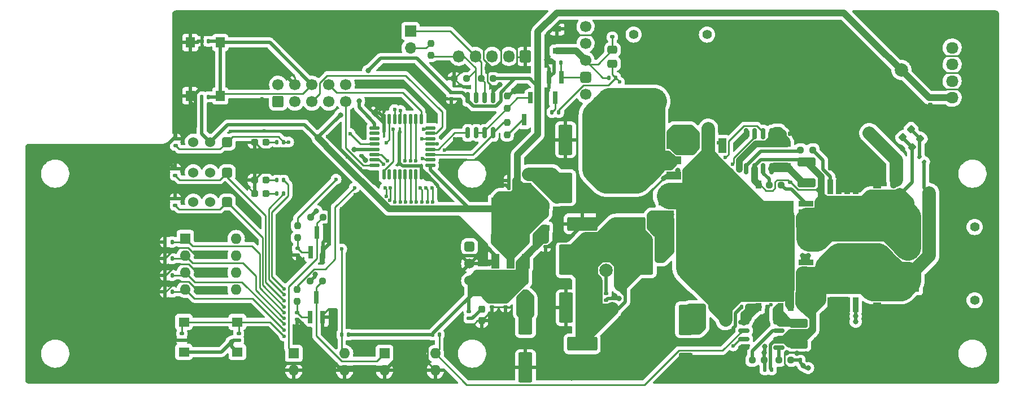
<source format=gbr>
%TF.GenerationSoftware,KiCad,Pcbnew,(6.0.11)*%
%TF.CreationDate,2023-09-13T08:26:01+09:00*%
%TF.ProjectId,MD,4d442e6b-6963-4616-945f-706362585858,rev?*%
%TF.SameCoordinates,Original*%
%TF.FileFunction,Copper,L1,Top*%
%TF.FilePolarity,Positive*%
%FSLAX46Y46*%
G04 Gerber Fmt 4.6, Leading zero omitted, Abs format (unit mm)*
G04 Created by KiCad (PCBNEW (6.0.11)) date 2023-09-13 08:26:01*
%MOMM*%
%LPD*%
G01*
G04 APERTURE LIST*
G04 Aperture macros list*
%AMRoundRect*
0 Rectangle with rounded corners*
0 $1 Rounding radius*
0 $2 $3 $4 $5 $6 $7 $8 $9 X,Y pos of 4 corners*
0 Add a 4 corners polygon primitive as box body*
4,1,4,$2,$3,$4,$5,$6,$7,$8,$9,$2,$3,0*
0 Add four circle primitives for the rounded corners*
1,1,$1+$1,$2,$3*
1,1,$1+$1,$4,$5*
1,1,$1+$1,$6,$7*
1,1,$1+$1,$8,$9*
0 Add four rect primitives between the rounded corners*
20,1,$1+$1,$2,$3,$4,$5,0*
20,1,$1+$1,$4,$5,$6,$7,0*
20,1,$1+$1,$6,$7,$8,$9,0*
20,1,$1+$1,$8,$9,$2,$3,0*%
%AMHorizOval*
0 Thick line with rounded ends*
0 $1 width*
0 $2 $3 position (X,Y) of the first rounded end (center of the circle)*
0 $4 $5 position (X,Y) of the second rounded end (center of the circle)*
0 Add line between two ends*
20,1,$1,$2,$3,$4,$5,0*
0 Add two circle primitives to create the rounded ends*
1,1,$1,$2,$3*
1,1,$1,$4,$5*%
G04 Aperture macros list end*
%TA.AperFunction,SMDPad,CuDef*%
%ADD10RoundRect,0.125000X-0.625000X-0.125000X0.625000X-0.125000X0.625000X0.125000X-0.625000X0.125000X0*%
%TD*%
%TA.AperFunction,SMDPad,CuDef*%
%ADD11RoundRect,0.125000X-0.125000X-0.625000X0.125000X-0.625000X0.125000X0.625000X-0.125000X0.625000X0*%
%TD*%
%TA.AperFunction,SMDPad,CuDef*%
%ADD12RoundRect,0.250001X0.799999X-1.999999X0.799999X1.999999X-0.799999X1.999999X-0.799999X-1.999999X0*%
%TD*%
%TA.AperFunction,SMDPad,CuDef*%
%ADD13R,0.900000X1.200000*%
%TD*%
%TA.AperFunction,SMDPad,CuDef*%
%ADD14RoundRect,0.135000X-0.226274X-0.035355X-0.035355X-0.226274X0.226274X0.035355X0.035355X0.226274X0*%
%TD*%
%TA.AperFunction,ComponentPad*%
%ADD15C,2.000000*%
%TD*%
%TA.AperFunction,SMDPad,CuDef*%
%ADD16RoundRect,0.135000X-0.135000X-0.185000X0.135000X-0.185000X0.135000X0.185000X-0.135000X0.185000X0*%
%TD*%
%TA.AperFunction,SMDPad,CuDef*%
%ADD17RoundRect,0.140000X-0.170000X0.140000X-0.170000X-0.140000X0.170000X-0.140000X0.170000X0.140000X0*%
%TD*%
%TA.AperFunction,SMDPad,CuDef*%
%ADD18RoundRect,0.135000X0.185000X-0.135000X0.185000X0.135000X-0.185000X0.135000X-0.185000X-0.135000X0*%
%TD*%
%TA.AperFunction,SMDPad,CuDef*%
%ADD19RoundRect,0.250001X1.999999X0.799999X-1.999999X0.799999X-1.999999X-0.799999X1.999999X-0.799999X0*%
%TD*%
%TA.AperFunction,SMDPad,CuDef*%
%ADD20RoundRect,0.135000X0.135000X0.185000X-0.135000X0.185000X-0.135000X-0.185000X0.135000X-0.185000X0*%
%TD*%
%TA.AperFunction,SMDPad,CuDef*%
%ADD21RoundRect,0.237500X-0.250000X-0.237500X0.250000X-0.237500X0.250000X0.237500X-0.250000X0.237500X0*%
%TD*%
%TA.AperFunction,SMDPad,CuDef*%
%ADD22RoundRect,0.250000X1.100000X-0.412500X1.100000X0.412500X-1.100000X0.412500X-1.100000X-0.412500X0*%
%TD*%
%TA.AperFunction,SMDPad,CuDef*%
%ADD23R,1.200000X0.900000*%
%TD*%
%TA.AperFunction,SMDPad,CuDef*%
%ADD24R,1.600000X1.400000*%
%TD*%
%TA.AperFunction,ComponentPad*%
%ADD25R,1.600000X1.600000*%
%TD*%
%TA.AperFunction,ComponentPad*%
%ADD26O,1.600000X1.600000*%
%TD*%
%TA.AperFunction,ComponentPad*%
%ADD27RoundRect,0.250000X0.600000X0.675000X-0.600000X0.675000X-0.600000X-0.675000X0.600000X-0.675000X0*%
%TD*%
%TA.AperFunction,ComponentPad*%
%ADD28O,1.700000X1.850000*%
%TD*%
%TA.AperFunction,SMDPad,CuDef*%
%ADD29RoundRect,0.237500X-0.287500X-0.237500X0.287500X-0.237500X0.287500X0.237500X-0.287500X0.237500X0*%
%TD*%
%TA.AperFunction,ComponentPad*%
%ADD30RoundRect,0.250000X0.600000X-0.600000X0.600000X0.600000X-0.600000X0.600000X-0.600000X-0.600000X0*%
%TD*%
%TA.AperFunction,ComponentPad*%
%ADD31C,1.700000*%
%TD*%
%TA.AperFunction,SMDPad,CuDef*%
%ADD32RoundRect,0.140000X0.170000X-0.140000X0.170000X0.140000X-0.170000X0.140000X-0.170000X-0.140000X0*%
%TD*%
%TA.AperFunction,SMDPad,CuDef*%
%ADD33R,2.200000X1.200000*%
%TD*%
%TA.AperFunction,SMDPad,CuDef*%
%ADD34R,6.400000X5.800000*%
%TD*%
%TA.AperFunction,SMDPad,CuDef*%
%ADD35RoundRect,0.237500X0.237500X-0.250000X0.237500X0.250000X-0.237500X0.250000X-0.237500X-0.250000X0*%
%TD*%
%TA.AperFunction,SMDPad,CuDef*%
%ADD36RoundRect,0.140000X0.021213X-0.219203X0.219203X-0.021213X-0.021213X0.219203X-0.219203X0.021213X0*%
%TD*%
%TA.AperFunction,SMDPad,CuDef*%
%ADD37RoundRect,0.250001X-0.799999X1.999999X-0.799999X-1.999999X0.799999X-1.999999X0.799999X1.999999X0*%
%TD*%
%TA.AperFunction,SMDPad,CuDef*%
%ADD38RoundRect,0.250000X-0.475000X0.337500X-0.475000X-0.337500X0.475000X-0.337500X0.475000X0.337500X0*%
%TD*%
%TA.AperFunction,SMDPad,CuDef*%
%ADD39RoundRect,0.237500X0.035355X0.371231X-0.371231X-0.035355X-0.035355X-0.371231X0.371231X0.035355X0*%
%TD*%
%TA.AperFunction,SMDPad,CuDef*%
%ADD40R,1.400000X1.600000*%
%TD*%
%TA.AperFunction,SMDPad,CuDef*%
%ADD41R,2.225000X0.850000*%
%TD*%
%TA.AperFunction,SMDPad,CuDef*%
%ADD42R,3.750000X4.700000*%
%TD*%
%TA.AperFunction,SMDPad,CuDef*%
%ADD43R,1.825000X0.850000*%
%TD*%
%TA.AperFunction,ComponentPad*%
%ADD44C,1.400000*%
%TD*%
%TA.AperFunction,ComponentPad*%
%ADD45R,3.500000X3.500000*%
%TD*%
%TA.AperFunction,ComponentPad*%
%ADD46C,3.500000*%
%TD*%
%TA.AperFunction,SMDPad,CuDef*%
%ADD47RoundRect,0.250000X-1.100000X0.412500X-1.100000X-0.412500X1.100000X-0.412500X1.100000X0.412500X0*%
%TD*%
%TA.AperFunction,ComponentPad*%
%ADD48RoundRect,0.381000X-0.381000X0.381000X-0.381000X-0.381000X0.381000X-0.381000X0.381000X0.381000X0*%
%TD*%
%TA.AperFunction,ComponentPad*%
%ADD49C,1.524000*%
%TD*%
%TA.AperFunction,SMDPad,CuDef*%
%ADD50RoundRect,0.237500X-0.237500X0.250000X-0.237500X-0.250000X0.237500X-0.250000X0.237500X0.250000X0*%
%TD*%
%TA.AperFunction,SMDPad,CuDef*%
%ADD51RoundRect,0.150000X-0.150000X0.675000X-0.150000X-0.675000X0.150000X-0.675000X0.150000X0.675000X0*%
%TD*%
%TA.AperFunction,SMDPad,CuDef*%
%ADD52RoundRect,0.237500X0.250000X0.237500X-0.250000X0.237500X-0.250000X-0.237500X0.250000X-0.237500X0*%
%TD*%
%TA.AperFunction,SMDPad,CuDef*%
%ADD53RoundRect,0.237500X-0.035355X-0.371231X0.371231X0.035355X0.035355X0.371231X-0.371231X-0.035355X0*%
%TD*%
%TA.AperFunction,SMDPad,CuDef*%
%ADD54R,0.800000X1.900000*%
%TD*%
%TA.AperFunction,SMDPad,CuDef*%
%ADD55RoundRect,0.150000X0.150000X-0.675000X0.150000X0.675000X-0.150000X0.675000X-0.150000X-0.675000X0*%
%TD*%
%TA.AperFunction,SMDPad,CuDef*%
%ADD56R,0.850000X2.225000*%
%TD*%
%TA.AperFunction,SMDPad,CuDef*%
%ADD57R,0.850000X1.825000*%
%TD*%
%TA.AperFunction,SMDPad,CuDef*%
%ADD58R,4.700000X3.750000*%
%TD*%
%TA.AperFunction,SMDPad,CuDef*%
%ADD59RoundRect,0.135000X-0.185000X0.135000X-0.185000X-0.135000X0.185000X-0.135000X0.185000X0.135000X0*%
%TD*%
%TA.AperFunction,SMDPad,CuDef*%
%ADD60RoundRect,0.140000X0.140000X0.170000X-0.140000X0.170000X-0.140000X-0.170000X0.140000X-0.170000X0*%
%TD*%
%TA.AperFunction,ComponentPad*%
%ADD61R,1.700000X1.700000*%
%TD*%
%TA.AperFunction,ComponentPad*%
%ADD62O,1.700000X1.700000*%
%TD*%
%TA.AperFunction,SMDPad,CuDef*%
%ADD63R,1.200000X2.200000*%
%TD*%
%TA.AperFunction,SMDPad,CuDef*%
%ADD64R,5.800000X6.400000*%
%TD*%
%TA.AperFunction,ComponentPad*%
%ADD65RoundRect,0.250000X0.675000X-0.600000X0.675000X0.600000X-0.675000X0.600000X-0.675000X-0.600000X0*%
%TD*%
%TA.AperFunction,ComponentPad*%
%ADD66O,1.850000X1.700000*%
%TD*%
%TA.AperFunction,SMDPad,CuDef*%
%ADD67RoundRect,0.140000X-0.021213X0.219203X-0.219203X0.021213X0.021213X-0.219203X0.219203X-0.021213X0*%
%TD*%
%TA.AperFunction,SMDPad,CuDef*%
%ADD68RoundRect,0.140000X-0.219203X-0.021213X-0.021213X-0.219203X0.219203X0.021213X0.021213X0.219203X0*%
%TD*%
%TA.AperFunction,SMDPad,CuDef*%
%ADD69RoundRect,0.237500X0.237500X-0.287500X0.237500X0.287500X-0.237500X0.287500X-0.237500X-0.287500X0*%
%TD*%
%TA.AperFunction,SMDPad,CuDef*%
%ADD70RoundRect,0.150000X-0.675000X-0.150000X0.675000X-0.150000X0.675000X0.150000X-0.675000X0.150000X0*%
%TD*%
%TA.AperFunction,SMDPad,CuDef*%
%ADD71RoundRect,0.250001X-1.999999X-0.799999X1.999999X-0.799999X1.999999X0.799999X-1.999999X0.799999X0*%
%TD*%
%TA.AperFunction,SMDPad,CuDef*%
%ADD72R,2.600000X3.400000*%
%TD*%
%TA.AperFunction,SMDPad,CuDef*%
%ADD73R,2.000000X1.500000*%
%TD*%
%TA.AperFunction,ComponentPad*%
%ADD74RoundRect,0.425000X0.425000X0.425000X-0.425000X0.425000X-0.425000X-0.425000X0.425000X-0.425000X0*%
%TD*%
%TA.AperFunction,SMDPad,CuDef*%
%ADD75RoundRect,0.140000X-0.140000X-0.170000X0.140000X-0.170000X0.140000X0.170000X-0.140000X0.170000X0*%
%TD*%
%TA.AperFunction,ComponentPad*%
%ADD76RoundRect,0.381000X-0.381000X-0.381000X0.381000X-0.381000X0.381000X0.381000X-0.381000X0.381000X0*%
%TD*%
%TA.AperFunction,SMDPad,CuDef*%
%ADD77RoundRect,0.250000X-0.337500X-0.475000X0.337500X-0.475000X0.337500X0.475000X-0.337500X0.475000X0*%
%TD*%
%TA.AperFunction,SMDPad,CuDef*%
%ADD78R,0.800000X1.800000*%
%TD*%
%TA.AperFunction,ComponentPad*%
%ADD79C,1.600000*%
%TD*%
%TA.AperFunction,ComponentPad*%
%ADD80HorizOval,1.600000X0.000000X0.000000X0.000000X0.000000X0*%
%TD*%
%TA.AperFunction,ViaPad*%
%ADD81C,0.800000*%
%TD*%
%TA.AperFunction,ViaPad*%
%ADD82C,0.600000*%
%TD*%
%TA.AperFunction,ViaPad*%
%ADD83C,1.000000*%
%TD*%
%TA.AperFunction,Conductor*%
%ADD84C,0.250000*%
%TD*%
%TA.AperFunction,Conductor*%
%ADD85C,1.000000*%
%TD*%
%TA.AperFunction,Conductor*%
%ADD86C,0.500000*%
%TD*%
%TA.AperFunction,Conductor*%
%ADD87C,2.000000*%
%TD*%
%TA.AperFunction,Conductor*%
%ADD88C,4.000000*%
%TD*%
G04 APERTURE END LIST*
D10*
%TO.P,U2,1,VDD*%
%TO.N,+3.3V*%
X133913400Y-94602675D03*
%TO.P,U2,2,PF0*%
%TO.N,unconnected-(U2-Pad2)*%
X133913400Y-95402675D03*
%TO.P,U2,3,PF1*%
%TO.N,unconnected-(U2-Pad3)*%
X133913400Y-96202675D03*
%TO.P,U2,4,NRST*%
%TO.N,NRST*%
X133913400Y-97002675D03*
%TO.P,U2,5,VDDA*%
%TO.N,+3.3V*%
X133913400Y-97802675D03*
%TO.P,U2,6,PA0*%
%TO.N,LED2*%
X133913400Y-98602675D03*
%TO.P,U2,7,PA1*%
%TO.N,LED1*%
X133913400Y-99402675D03*
%TO.P,U2,8,PA2*%
%TO.N,MainTX2_STLinkRX*%
X133913400Y-100202675D03*
D11*
%TO.P,U2,9,PA3*%
%TO.N,Encoder_OUT*%
X135288400Y-101577675D03*
%TO.P,U2,10,PA4*%
%TO.N,unconnected-(U2-Pad10)*%
X136088400Y-101577675D03*
%TO.P,U2,11,PA5*%
%TO.N,Slide_Switch1*%
X136888400Y-101577675D03*
%TO.P,U2,12,PA6*%
%TO.N,Slide_Switch2*%
X137688400Y-101577675D03*
%TO.P,U2,13,PA7*%
%TO.N,4PSW1*%
X138488400Y-101577675D03*
%TO.P,U2,14,PB0*%
%TO.N,4PSW2*%
X139288400Y-101577675D03*
%TO.P,U2,15,PB1*%
%TO.N,4PSW3*%
X140088400Y-101577675D03*
%TO.P,U2,16,VSS*%
%TO.N,GND*%
X140888400Y-101577675D03*
D10*
%TO.P,U2,17,VDD*%
%TO.N,+3.3V*%
X142263400Y-100202675D03*
%TO.P,U2,18,PA8*%
%TO.N,PWM_A*%
X142263400Y-99402675D03*
%TO.P,U2,19,PA9*%
%TO.N,MainTX1_MAX3485RX*%
X142263400Y-98602675D03*
%TO.P,U2,20,PA10*%
%TO.N,MainRX1_MAX3485TX*%
X142263400Y-97802675D03*
%TO.P,U2,21,PA11*%
%TO.N,MD_GPIO*%
X142263400Y-97002675D03*
%TO.P,U2,22,PA12*%
%TO.N,PWM_B*%
X142263400Y-96202675D03*
%TO.P,U2,23,PA13*%
%TO.N,TMS*%
X142263400Y-95402675D03*
%TO.P,U2,24,PA14*%
%TO.N,TCK*%
X142263400Y-94602675D03*
D11*
%TO.P,U2,25,PA15*%
%TO.N,MainRX2_STLinkTX*%
X140888400Y-93227675D03*
%TO.P,U2,26,PB3*%
%TO.N,Net-(R25-Pad1)*%
X140088400Y-93227675D03*
%TO.P,U2,27,PB4*%
%TO.N,Tact_Switch1*%
X139288400Y-93227675D03*
%TO.P,U2,28,PB5*%
%TO.N,4PSW4*%
X138488400Y-93227675D03*
%TO.P,U2,29,PB6*%
%TO.N,I2C1_SCL*%
X137688400Y-93227675D03*
%TO.P,U2,30,PB7*%
%TO.N,I2C1_SDA*%
X136888400Y-93227675D03*
%TO.P,U2,31,BOOT0*%
%TO.N,BOOT0*%
X136088400Y-93227675D03*
%TO.P,U2,32,VSS*%
%TO.N,GND*%
X135288400Y-93227675D03*
%TD*%
D12*
%TO.P,C32,1*%
%TO.N,Net-(C32-Pad1)*%
X162520000Y-103560000D03*
%TO.P,C32,2*%
%TO.N,GND*%
X162520000Y-96360000D03*
%TD*%
D13*
%TO.P,D15,1,K*%
%TO.N,VDD*%
X196250000Y-121450000D03*
%TO.P,D15,2,A*%
%TO.N,Motor_A*%
X199550000Y-121450000D03*
%TD*%
D14*
%TO.P,R62,1*%
%TO.N,Net-(D21-Pad2)*%
X215578752Y-98968752D03*
%TO.P,R62,2*%
%TO.N,Motor_A*%
X216300000Y-99690000D03*
%TD*%
D15*
%TO.P,TP2,1,1*%
%TO.N,VCC*%
X168620000Y-115960000D03*
%TD*%
D16*
%TO.P,R7,1*%
%TO.N,GND*%
X102510000Y-111710000D03*
%TO.P,R7,2*%
%TO.N,4PSW1*%
X103530000Y-111710000D03*
%TD*%
D17*
%TO.P,C11,1*%
%TO.N,+3.3V*%
X131920000Y-97800000D03*
%TO.P,C11,2*%
%TO.N,GND*%
X131920000Y-98760000D03*
%TD*%
D16*
%TO.P,R10,1*%
%TO.N,GND*%
X102510000Y-114210000D03*
%TO.P,R10,2*%
%TO.N,4PSW2*%
X103530000Y-114210000D03*
%TD*%
D18*
%TO.P,R35,1*%
%TO.N,GND*%
X122350000Y-113680000D03*
%TO.P,R35,2*%
%TO.N,Net-(Q10-Pad1)*%
X122350000Y-112660000D03*
%TD*%
D19*
%TO.P,C13,1*%
%TO.N,Net-(C13-Pad1)*%
X172220000Y-108982500D03*
%TO.P,C13,2*%
%TO.N,GND*%
X165020000Y-108982500D03*
%TD*%
D17*
%TO.P,C29,1*%
%TO.N,+3.3V*%
X217180000Y-90090000D03*
%TO.P,C29,2*%
%TO.N,GND*%
X217180000Y-91050000D03*
%TD*%
D20*
%TO.P,R53,1*%
%TO.N,GND*%
X202130000Y-100640000D03*
%TO.P,R53,2*%
%TO.N,Net-(Q17-Pad4)*%
X201110000Y-100640000D03*
%TD*%
D16*
%TO.P,R5,1*%
%TO.N,/S-S*%
X169020000Y-87060000D03*
%TO.P,R5,2*%
%TO.N,Net-(C2-Pad2)*%
X170040000Y-87060000D03*
%TD*%
D18*
%TO.P,R1,1*%
%TO.N,GND*%
X105020000Y-126470000D03*
%TO.P,R1,2*%
%TO.N,Tact_Switch1*%
X105020000Y-125450000D03*
%TD*%
D21*
%TO.P,R37,1*%
%TO.N,+3.3V*%
X124245000Y-117610000D03*
%TO.P,R37,2*%
%TO.N,Net-(Q9-Pad3)*%
X126070000Y-117610000D03*
%TD*%
D18*
%TO.P,R2,1*%
%TO.N,Slide_Switch1*%
X104020000Y-101720000D03*
%TO.P,R2,2*%
%TO.N,GND*%
X104020000Y-100700000D03*
%TD*%
D22*
%TO.P,C24,1*%
%TO.N,Net-(C24-Pad1)*%
X198670000Y-102847500D03*
%TO.P,C24,2*%
%TO.N,Motor_B*%
X198670000Y-99722500D03*
%TD*%
D21*
%TO.P,R47,1*%
%TO.N,Net-(R47-Pad1)*%
X197757500Y-97885000D03*
%TO.P,R47,2*%
%TO.N,Net-(Q17-Pad4)*%
X199582500Y-97885000D03*
%TD*%
D17*
%TO.P,C10,1*%
%TO.N,+5V*%
X151520000Y-120480000D03*
%TO.P,C10,2*%
%TO.N,GND*%
X151520000Y-121440000D03*
%TD*%
D23*
%TO.P,D18,1,K*%
%TO.N,Motor_B*%
X209220000Y-106535000D03*
%TO.P,D18,2,A*%
%TO.N,GND*%
X209220000Y-103235000D03*
%TD*%
D18*
%TO.P,R18,1*%
%TO.N,GND*%
X153520000Y-121470000D03*
%TO.P,R18,2*%
%TO.N,+5V*%
X153520000Y-120450000D03*
%TD*%
D16*
%TO.P,R12,1*%
%TO.N,GND*%
X102510000Y-119210000D03*
%TO.P,R12,2*%
%TO.N,4PSW4*%
X103530000Y-119210000D03*
%TD*%
%TO.P,R41,1*%
%TO.N,Net-(R41-Pad1)*%
X128970000Y-125620000D03*
%TO.P,R41,2*%
%TO.N,+5V*%
X129990000Y-125620000D03*
%TD*%
D18*
%TO.P,R29,1*%
%TO.N,Net-(D11-Pad2)*%
X148060000Y-123172500D03*
%TO.P,R29,2*%
%TO.N,+5V*%
X148060000Y-122152500D03*
%TD*%
D20*
%TO.P,R50,1*%
%TO.N,Motor_A*%
X193410000Y-130850000D03*
%TO.P,R50,2*%
%TO.N,Net-(Q14-Pad4)*%
X192390000Y-130850000D03*
%TD*%
D24*
%TO.P,SW3,1,A*%
%TO.N,Tact_Switch1*%
X105320000Y-123710000D03*
X113320000Y-123710000D03*
%TO.P,SW3,2,B*%
%TO.N,+3.3V*%
X113320000Y-128210000D03*
X105320000Y-128210000D03*
%TD*%
D25*
%TO.P,SW4,1*%
%TO.N,4PSW1*%
X105520000Y-111210000D03*
D26*
%TO.P,SW4,2*%
%TO.N,4PSW2*%
X105520000Y-113750000D03*
%TO.P,SW4,3*%
%TO.N,4PSW3*%
X105520000Y-116290000D03*
%TO.P,SW4,4*%
%TO.N,4PSW4*%
X105520000Y-118830000D03*
%TO.P,SW4,5*%
%TO.N,+3.3V*%
X113140000Y-118830000D03*
%TO.P,SW4,6*%
X113140000Y-116290000D03*
%TO.P,SW4,7*%
X113140000Y-113750000D03*
%TO.P,SW4,8*%
X113140000Y-111210000D03*
%TD*%
D27*
%TO.P,J3,1,Pin_1*%
%TO.N,GND*%
X156520000Y-83855000D03*
D28*
%TO.P,J3,2,Pin_2*%
%TO.N,unconnected-(J3-Pad2)*%
X154020000Y-83855000D03*
%TO.P,J3,3,Pin_3*%
%TO.N,MD_GPIO*%
X151520000Y-83855000D03*
%TO.P,J3,4,Pin_4*%
%TO.N,RS485_MD_A*%
X149020000Y-83855000D03*
%TO.P,J3,5,Pin_5*%
%TO.N,RS485_MD_B*%
X146520000Y-83855000D03*
%TD*%
D29*
%TO.P,D3,1,K*%
%TO.N,GND*%
X115895000Y-102440000D03*
%TO.P,D3,2,A*%
%TO.N,Net-(D3-Pad2)*%
X117645000Y-102440000D03*
%TD*%
D15*
%TO.P,TP5,1,1*%
%TO.N,GND*%
X207680000Y-85900000D03*
%TD*%
D17*
%TO.P,C26,1*%
%TO.N,+3.3V*%
X145410000Y-89298656D03*
%TO.P,C26,2*%
%TO.N,GND*%
X145410000Y-90258656D03*
%TD*%
D30*
%TO.P,J2,1,Pin_1*%
%TO.N,unconnected-(J2-Pad1)*%
X119440000Y-90657500D03*
D31*
%TO.P,J2,2,Pin_2*%
%TO.N,unconnected-(J2-Pad2)*%
X119440000Y-88117500D03*
%TO.P,J2,3,Pin_3*%
%TO.N,TCK*%
X121980000Y-90657500D03*
%TO.P,J2,4,Pin_4*%
%TO.N,GND*%
X121980000Y-88117500D03*
%TO.P,J2,5,Pin_5*%
%TO.N,TMS*%
X124520000Y-90657500D03*
%TO.P,J2,6,Pin_6*%
%TO.N,NRST*%
X124520000Y-88117500D03*
%TO.P,J2,7,Pin_7*%
%TO.N,unconnected-(J2-Pad7)*%
X127060000Y-90657500D03*
%TO.P,J2,8,Pin_8*%
%TO.N,MainRX2_STLinkTX*%
X127060000Y-88117500D03*
%TO.P,J2,9,Pin_9*%
%TO.N,MainTX2_STLinkRX*%
X129600000Y-90657500D03*
%TO.P,J2,10,Pin_10*%
%TO.N,unconnected-(J2-Pad10)*%
X129600000Y-88117500D03*
%TD*%
D16*
%TO.P,R15,1*%
%TO.N,+3.3V*%
X108010000Y-89930000D03*
%TO.P,R15,2*%
%TO.N,NRST*%
X109030000Y-89930000D03*
%TD*%
D32*
%TO.P,C1,1*%
%TO.N,+3.3V*%
X113520000Y-126440000D03*
%TO.P,C1,2*%
%TO.N,Tact_Switch1*%
X113520000Y-125480000D03*
%TD*%
D16*
%TO.P,R9,1*%
%TO.N,Net-(D4-Pad2)*%
X119260000Y-104480000D03*
%TO.P,R9,2*%
%TO.N,LED2*%
X120280000Y-104480000D03*
%TD*%
D33*
%TO.P,Q1,1,G*%
%TO.N,GND*%
X178720000Y-101740000D03*
%TO.P,Q1,2,D*%
%TO.N,+12V*%
X178720000Y-99460000D03*
D34*
X172420000Y-99460000D03*
D33*
%TO.P,Q1,3,S*%
%TO.N,/S-S*%
X178720000Y-97180000D03*
%TD*%
D35*
%TO.P,R56,1*%
%TO.N,Net-(Q13-Pad1)*%
X153770000Y-95622500D03*
%TO.P,R56,2*%
%TO.N,MainTX1_MAX3485RX*%
X153770000Y-93797500D03*
%TD*%
D36*
%TO.P,C7,1*%
%TO.N,+3.3V*%
X133050589Y-92979411D03*
%TO.P,C7,2*%
%TO.N,GND*%
X133729411Y-92300589D03*
%TD*%
D15*
%TO.P,TP1,1,1*%
%TO.N,VDD*%
X188450000Y-112360000D03*
%TD*%
D37*
%TO.P,C16,1*%
%TO.N,Net-(C13-Pad1)*%
X174620000Y-114382500D03*
%TO.P,C16,2*%
%TO.N,GND*%
X174620000Y-121582500D03*
%TD*%
D38*
%TO.P,C2,1*%
%TO.N,/S-S*%
X169550000Y-82882500D03*
%TO.P,C2,2*%
%TO.N,Net-(C2-Pad2)*%
X169550000Y-84957500D03*
%TD*%
D29*
%TO.P,D6,1,K*%
%TO.N,GND*%
X115895000Y-96710000D03*
%TO.P,D6,2,A*%
%TO.N,Net-(D6-Pad2)*%
X117645000Y-96710000D03*
%TD*%
D39*
%TO.P,D22,1,K*%
%TO.N,Net-(D21-Pad2)*%
X215709999Y-96270001D03*
%TO.P,D22,2,A*%
%TO.N,Motor_B*%
X214472563Y-97507437D03*
%TD*%
D40*
%TO.P,SW7,1,A*%
%TO.N,NRST*%
X110770000Y-81780000D03*
X110770000Y-89780000D03*
%TO.P,SW7,2,B*%
%TO.N,GND*%
X106270000Y-81780000D03*
X106270000Y-89780000D03*
%TD*%
D41*
%TO.P,Q14,1,S*%
%TO.N,Motor_A*%
X198537500Y-118555000D03*
%TO.P,Q14,2,S*%
X198537500Y-117285000D03*
%TO.P,Q14,3,S*%
X198537500Y-116015000D03*
%TO.P,Q14,4,G*%
%TO.N,Net-(Q14-Pad4)*%
X198537500Y-114745000D03*
D42*
%TO.P,Q14,5,D*%
%TO.N,VDD*%
X194850000Y-116650000D03*
D43*
X192062500Y-116015000D03*
X192062500Y-117285000D03*
X192062500Y-114745000D03*
X192062500Y-118555000D03*
%TD*%
D44*
%TO.P,J4,*%
%TO.N,*%
X223845000Y-120460000D03*
X223845000Y-109460000D03*
D45*
%TO.P,J4,1,Pin_1*%
%TO.N,Motor_A*%
X213845000Y-117460000D03*
D46*
%TO.P,J4,2,Pin_2*%
%TO.N,Motor_B*%
X213845000Y-112460000D03*
%TD*%
D47*
%TO.P,C23,1*%
%TO.N,Net-(C23-Pad1)*%
X197500000Y-123887500D03*
%TO.P,C23,2*%
%TO.N,Motor_A*%
X197500000Y-127012500D03*
%TD*%
D48*
%TO.P,SW6,1,A*%
%TO.N,BOOT0*%
X111810000Y-96710000D03*
D49*
%TO.P,SW6,2,B*%
%TO.N,+3.3V*%
X109270000Y-96710000D03*
%TO.P,SW6,3,C*%
%TO.N,unconnected-(SW6-Pad3)*%
X106730000Y-96710000D03*
%TD*%
D18*
%TO.P,R14,1*%
%TO.N,GND*%
X168620000Y-120470000D03*
%TO.P,R14,2*%
%TO.N,VCC*%
X168620000Y-119450000D03*
%TD*%
D20*
%TO.P,R51,1*%
%TO.N,GND*%
X198710000Y-129450000D03*
%TO.P,R51,2*%
%TO.N,Net-(Q15-Pad4)*%
X197690000Y-129450000D03*
%TD*%
D50*
%TO.P,R31,1*%
%TO.N,PWM_A*%
X122270000Y-118797500D03*
%TO.P,R31,2*%
%TO.N,Net-(Q9-Pad1)*%
X122270000Y-120622500D03*
%TD*%
D51*
%TO.P,U8,1,VCC*%
%TO.N,VCC*%
X193425000Y-95460000D03*
%TO.P,U8,2,IN*%
%TO.N,Net-(R41-Pad1)*%
X192155000Y-95460000D03*
%TO.P,U8,3,~{SD}*%
%TO.N,shutdown*%
X190885000Y-95460000D03*
%TO.P,U8,4,COM*%
%TO.N,GND*%
X189615000Y-95460000D03*
%TO.P,U8,5,LO*%
%TO.N,Net-(R47-Pad1)*%
X189615000Y-100710000D03*
%TO.P,U8,6,VS*%
%TO.N,Motor_B*%
X190885000Y-100710000D03*
%TO.P,U8,7,HO*%
%TO.N,Net-(R46-Pad1)*%
X192155000Y-100710000D03*
%TO.P,U8,8,VB*%
%TO.N,Net-(C24-Pad1)*%
X193425000Y-100710000D03*
%TD*%
D52*
%TO.P,R63,1*%
%TO.N,VDD*%
X184932500Y-121460000D03*
%TO.P,R63,2*%
%TO.N,Net-(C4-Pad1)*%
X183107500Y-121460000D03*
%TD*%
D53*
%TO.P,D21,1,K*%
%TO.N,Motor_B*%
X213060118Y-96020745D03*
%TO.P,D21,2,A*%
%TO.N,Net-(D21-Pad2)*%
X214297554Y-94783309D03*
%TD*%
D54*
%TO.P,Q2,1,G*%
%TO.N,\u4E3B\u96FB\u6E90\u30B9\u30A4\u30C3\u30C1*%
X161930000Y-87040000D03*
%TO.P,Q2,2,S*%
%TO.N,GND*%
X160030000Y-87040000D03*
%TO.P,Q2,3,D*%
%TO.N,Net-(Q2-Pad3)*%
X160980000Y-90040000D03*
%TD*%
D50*
%TO.P,R65,1*%
%TO.N,+5V*%
X156520000Y-117547500D03*
%TO.P,R65,2*%
%TO.N,Net-(C31-Pad1)*%
X156520000Y-119372500D03*
%TD*%
D41*
%TO.P,Q16,1,S*%
%TO.N,Motor_B*%
X198557500Y-109790000D03*
%TO.P,Q16,2,S*%
X198557500Y-108520000D03*
%TO.P,Q16,3,S*%
X198557500Y-107250000D03*
%TO.P,Q16,4,G*%
%TO.N,Net-(Q16-Pad4)*%
X198557500Y-105980000D03*
D43*
%TO.P,Q16,5,D*%
%TO.N,VDD*%
X192082500Y-108520000D03*
X192082500Y-107250000D03*
X192082500Y-109790000D03*
D42*
X194870000Y-107885000D03*
D43*
X192082500Y-105980000D03*
%TD*%
D55*
%TO.P,U10,1,RO*%
%TO.N,MainRX1_MAX3485TX*%
X147865000Y-95335000D03*
%TO.P,U10,2,~{RE}*%
%TO.N,Net-(Q13-Pad3)*%
X149135000Y-95335000D03*
%TO.P,U10,3,DE*%
X150405000Y-95335000D03*
%TO.P,U10,4,DI*%
%TO.N,MainTX1_MAX3485RX*%
X151675000Y-95335000D03*
%TO.P,U10,5,GND*%
%TO.N,GND*%
X151675000Y-90085000D03*
%TO.P,U10,6,A*%
%TO.N,RS485_MD_A*%
X150405000Y-90085000D03*
%TO.P,U10,7,B*%
%TO.N,RS485_MD_B*%
X149135000Y-90085000D03*
%TO.P,U10,8,VCC*%
%TO.N,+3.3V*%
X147865000Y-90085000D03*
%TD*%
D44*
%TO.P,J1,*%
%TO.N,*%
X183730000Y-80595000D03*
X172730000Y-80595000D03*
D45*
%TO.P,J1,1,Pin_1*%
%TO.N,GND*%
X180730000Y-90595000D03*
D46*
%TO.P,J1,2,Pin_2*%
%TO.N,+12V*%
X175730000Y-90595000D03*
%TD*%
D56*
%TO.P,Q15,1,S*%
%TO.N,GND*%
X202195000Y-121087500D03*
%TO.P,Q15,2,S*%
X203465000Y-121087500D03*
%TO.P,Q15,3,S*%
X204735000Y-121087500D03*
%TO.P,Q15,4,G*%
%TO.N,Net-(Q15-Pad4)*%
X206005000Y-121087500D03*
D57*
%TO.P,Q15,5,D*%
%TO.N,Motor_A*%
X203465000Y-114612500D03*
X202195000Y-114612500D03*
X204735000Y-114612500D03*
D58*
X204100000Y-117400000D03*
D57*
X206005000Y-114612500D03*
%TD*%
D59*
%TO.P,R52,1*%
%TO.N,Motor_B*%
X196220000Y-102775000D03*
%TO.P,R52,2*%
%TO.N,Net-(Q16-Pad4)*%
X196220000Y-103795000D03*
%TD*%
D23*
%TO.P,D1,1,K*%
%TO.N,/S-S*%
X161260000Y-83040000D03*
%TO.P,D1,2,A*%
%TO.N,GND*%
X161260000Y-79740000D03*
%TD*%
D21*
%TO.P,R38,1*%
%TO.N,+3.3V*%
X124337500Y-107970000D03*
%TO.P,R38,2*%
%TO.N,Net-(Q10-Pad3)*%
X126162500Y-107970000D03*
%TD*%
D60*
%TO.P,C20,1*%
%TO.N,VCC*%
X189880000Y-121450000D03*
%TO.P,C20,2*%
%TO.N,GND*%
X188920000Y-121450000D03*
%TD*%
D50*
%TO.P,R32,1*%
%TO.N,PWM_B*%
X122350000Y-109257500D03*
%TO.P,R32,2*%
%TO.N,Net-(Q10-Pad1)*%
X122350000Y-111082500D03*
%TD*%
D21*
%TO.P,R46,1*%
%TO.N,Net-(R46-Pad1)*%
X193057500Y-103185000D03*
%TO.P,R46,2*%
%TO.N,Net-(Q16-Pad4)*%
X194882500Y-103185000D03*
%TD*%
D56*
%TO.P,Q17,1,S*%
%TO.N,GND*%
X206025000Y-103447500D03*
%TO.P,Q17,2,S*%
X204755000Y-103447500D03*
%TO.P,Q17,3,S*%
X203485000Y-103447500D03*
%TO.P,Q17,4,G*%
%TO.N,Net-(Q17-Pad4)*%
X202215000Y-103447500D03*
D57*
%TO.P,Q17,5,D*%
%TO.N,Motor_B*%
X204755000Y-109922500D03*
D58*
X204120000Y-107135000D03*
D57*
X203485000Y-109922500D03*
X202215000Y-109922500D03*
X206025000Y-109922500D03*
%TD*%
D20*
%TO.P,R40,1*%
%TO.N,Net-(R40-Pad1)*%
X143600000Y-125610000D03*
%TO.P,R40,2*%
%TO.N,+5V*%
X142580000Y-125610000D03*
%TD*%
D23*
%TO.P,D13,1,K*%
%TO.N,Net-(C24-Pad1)*%
X195670000Y-100335000D03*
%TO.P,D13,2,A*%
%TO.N,VCC*%
X195670000Y-97035000D03*
%TD*%
D61*
%TO.P,JP1,1,A*%
%TO.N,RS485_MD_A*%
X139270000Y-80050000D03*
D62*
%TO.P,JP1,2,B*%
%TO.N,Net-(JP1-Pad2)*%
X139270000Y-82590000D03*
%TD*%
D63*
%TO.P,U3,1,GND*%
%TO.N,GND*%
X151990000Y-114585000D03*
D64*
%TO.P,U3,2,VO*%
%TO.N,+3.3V*%
X154270000Y-108285000D03*
D63*
X154270000Y-114585000D03*
%TO.P,U3,3,VI*%
%TO.N,+5V*%
X156550000Y-114585000D03*
%TD*%
D18*
%TO.P,R17,1*%
%TO.N,BOOT0*%
X104040000Y-97230000D03*
%TO.P,R17,2*%
%TO.N,GND*%
X104040000Y-96210000D03*
%TD*%
D17*
%TO.P,C14,1*%
%TO.N,+5V*%
X159520000Y-111480000D03*
%TO.P,C14,2*%
%TO.N,GND*%
X159520000Y-112440000D03*
%TD*%
D52*
%TO.P,R58,1*%
%TO.N,+3.3V*%
X151682500Y-87210000D03*
%TO.P,R58,2*%
%TO.N,RS485_MD_A*%
X149857500Y-87210000D03*
%TD*%
D38*
%TO.P,C18,1*%
%TO.N,VDD*%
X186510000Y-123452500D03*
%TO.P,C18,2*%
%TO.N,GND*%
X186510000Y-125527500D03*
%TD*%
D16*
%TO.P,R8,1*%
%TO.N,Net-(D3-Pad2)*%
X119260000Y-102440000D03*
%TO.P,R8,2*%
%TO.N,LED1*%
X120280000Y-102440000D03*
%TD*%
D50*
%TO.P,R60,1*%
%TO.N,Net-(JP1-Pad2)*%
X142320000Y-81897500D03*
%TO.P,R60,2*%
%TO.N,RS485_MD_B*%
X142320000Y-83722500D03*
%TD*%
D65*
%TO.P,J5,1,Pin_1*%
%TO.N,GND*%
X220470000Y-92560000D03*
D66*
%TO.P,J5,2,Pin_2*%
%TO.N,+3.3V*%
X220470000Y-90060000D03*
%TO.P,J5,3,Pin_3*%
%TO.N,I2C1_SCL*%
X220470000Y-87560000D03*
%TO.P,J5,4,Pin_4*%
%TO.N,I2C1_SDA*%
X220470000Y-85060000D03*
%TO.P,J5,5,Pin_5*%
%TO.N,Encoder_OUT*%
X220470000Y-82560000D03*
%TD*%
D60*
%TO.P,C15,1*%
%TO.N,+3.3V*%
X155020000Y-103600000D03*
%TO.P,C15,2*%
%TO.N,GND*%
X154060000Y-103600000D03*
%TD*%
D67*
%TO.P,C9,1*%
%TO.N,+3.3V*%
X143038147Y-101645315D03*
%TO.P,C9,2*%
%TO.N,GND*%
X142359325Y-102324137D03*
%TD*%
D23*
%TO.P,D16,1,K*%
%TO.N,Motor_A*%
X209200000Y-117900000D03*
%TO.P,D16,2,A*%
%TO.N,GND*%
X209200000Y-121200000D03*
%TD*%
D21*
%TO.P,R45,1*%
%TO.N,Net-(R45-Pad1)*%
X194487500Y-129450000D03*
%TO.P,R45,2*%
%TO.N,Net-(Q15-Pad4)*%
X196312500Y-129450000D03*
%TD*%
D63*
%TO.P,Q3,1,G*%
%TO.N,Net-(C2-Pad2)*%
X186075000Y-97260000D03*
%TO.P,Q3,2,D*%
%TO.N,VDD*%
X183795000Y-97260000D03*
D64*
X183795000Y-103560000D03*
D63*
%TO.P,Q3,3,S*%
%TO.N,/S-S*%
X181515000Y-97260000D03*
%TD*%
D20*
%TO.P,R13,1*%
%TO.N,\u4E3B\u96FB\u6E90\u30B9\u30A4\u30C3\u30C1*%
X161790000Y-84770000D03*
%TO.P,R13,2*%
%TO.N,GND*%
X160770000Y-84770000D03*
%TD*%
D54*
%TO.P,Q9,1,G*%
%TO.N,Net-(Q9-Pad1)*%
X124220000Y-123010000D03*
%TO.P,Q9,2,S*%
%TO.N,GND*%
X126120000Y-123010000D03*
%TO.P,Q9,3,D*%
%TO.N,Net-(Q9-Pad3)*%
X125170000Y-120010000D03*
%TD*%
D20*
%TO.P,R6,1*%
%TO.N,Net-(C2-Pad2)*%
X161510000Y-92240000D03*
%TO.P,R6,2*%
%TO.N,Net-(Q2-Pad3)*%
X160490000Y-92240000D03*
%TD*%
D68*
%TO.P,C28,1*%
%TO.N,Net-(C28-Pad1)*%
X211820589Y-103300589D03*
%TO.P,C28,2*%
%TO.N,Motor_B*%
X212499411Y-103979411D03*
%TD*%
D16*
%TO.P,R30,1*%
%TO.N,GND*%
X154010000Y-102460000D03*
%TO.P,R30,2*%
%TO.N,+3.3V*%
X155030000Y-102460000D03*
%TD*%
D13*
%TO.P,D12,1,K*%
%TO.N,Net-(C23-Pad1)*%
X194750000Y-121450000D03*
%TO.P,D12,2,A*%
%TO.N,VCC*%
X191450000Y-121450000D03*
%TD*%
D35*
%TO.P,R66,1*%
%TO.N,+3.3V*%
X157020000Y-103372500D03*
%TO.P,R66,2*%
%TO.N,Net-(C32-Pad1)*%
X157020000Y-101547500D03*
%TD*%
D29*
%TO.P,D4,1,K*%
%TO.N,GND*%
X115895000Y-104480000D03*
%TO.P,D4,2,A*%
%TO.N,Net-(D4-Pad2)*%
X117645000Y-104480000D03*
%TD*%
D60*
%TO.P,C8,1*%
%TO.N,NRST*%
X109000000Y-81600000D03*
%TO.P,C8,2*%
%TO.N,GND*%
X108040000Y-81600000D03*
%TD*%
D16*
%TO.P,R11,1*%
%TO.N,GND*%
X102510000Y-116710000D03*
%TO.P,R11,2*%
%TO.N,4PSW3*%
X103530000Y-116710000D03*
%TD*%
D15*
%TO.P,TP3,1,1*%
%TO.N,+5V*%
X153520000Y-117960000D03*
%TD*%
D16*
%TO.P,R16,1*%
%TO.N,Net-(D6-Pad2)*%
X119260000Y-96710000D03*
%TO.P,R16,2*%
%TO.N,BOOT0*%
X120280000Y-96710000D03*
%TD*%
D69*
%TO.P,D11,1,K*%
%TO.N,GND*%
X149940000Y-123535000D03*
%TO.P,D11,2,A*%
%TO.N,Net-(D11-Pad2)*%
X149940000Y-121785000D03*
%TD*%
D35*
%TO.P,R57,1*%
%TO.N,Net-(Q13-Pad3)*%
X153770000Y-91622500D03*
%TO.P,R57,2*%
%TO.N,GND*%
X153770000Y-89797500D03*
%TD*%
D18*
%TO.P,R3,1*%
%TO.N,Slide_Switch2*%
X104020000Y-106220000D03*
%TO.P,R3,2*%
%TO.N,GND*%
X104020000Y-105200000D03*
%TD*%
D70*
%TO.P,U7,1,VCC*%
%TO.N,VCC*%
X189275000Y-123745000D03*
%TO.P,U7,2,IN*%
%TO.N,Net-(R40-Pad1)*%
X189275000Y-125015000D03*
%TO.P,U7,3,~{SD}*%
%TO.N,shutdown*%
X189275000Y-126285000D03*
%TO.P,U7,4,COM*%
%TO.N,GND*%
X189275000Y-127555000D03*
%TO.P,U7,5,LO*%
%TO.N,Net-(R45-Pad1)*%
X194525000Y-127555000D03*
%TO.P,U7,6,VS*%
%TO.N,Motor_A*%
X194525000Y-126285000D03*
%TO.P,U7,7,HO*%
%TO.N,Net-(R44-Pad1)*%
X194525000Y-125015000D03*
%TO.P,U7,8,VB*%
%TO.N,Net-(C23-Pad1)*%
X194525000Y-123745000D03*
%TD*%
D18*
%TO.P,R4,1*%
%TO.N,/S-S*%
X169530000Y-80950000D03*
%TO.P,R4,2*%
%TO.N,GND*%
X169530000Y-79930000D03*
%TD*%
D52*
%TO.P,R59,1*%
%TO.N,RS485_MD_B*%
X147682500Y-87210000D03*
%TO.P,R59,2*%
%TO.N,GND*%
X145857500Y-87210000D03*
%TD*%
D71*
%TO.P,C5,1*%
%TO.N,Net-(C13-Pad1)*%
X165020000Y-126982500D03*
%TO.P,C5,2*%
%TO.N,GND*%
X172220000Y-126982500D03*
%TD*%
D37*
%TO.P,C30,1*%
%TO.N,Net-(C13-Pad1)*%
X162620000Y-114382500D03*
%TO.P,C30,2*%
%TO.N,GND*%
X162620000Y-121582500D03*
%TD*%
D72*
%TO.P,D2,1,K*%
%TO.N,VCC*%
X177520000Y-108670000D03*
D73*
%TO.P,D2,2,A*%
%TO.N,VDD*%
X177520000Y-105450000D03*
%TD*%
D74*
%TO.P,SW5,1,A*%
%TO.N,\u4E3B\u96FB\u6E90\u30B9\u30A4\u30C3\u30C1*%
X165520000Y-87000000D03*
D31*
%TO.P,SW5,2,B*%
%TO.N,/S-S*%
X165520000Y-84460000D03*
%TO.P,SW5,3,C*%
%TO.N,unconnected-(SW5-Pad3)*%
X165520000Y-81920000D03*
%TO.P,SW5,4*%
%TO.N,N/C*%
X165520000Y-89540000D03*
%TO.P,SW5,5*%
X165520000Y-79380000D03*
%TD*%
D15*
%TO.P,TP4,1,1*%
%TO.N,+3.3V*%
X212870000Y-85900000D03*
%TD*%
D75*
%TO.P,C21,1*%
%TO.N,VCC*%
X195190000Y-95485000D03*
%TO.P,C21,2*%
%TO.N,GND*%
X196150000Y-95485000D03*
%TD*%
D37*
%TO.P,C4,1*%
%TO.N,Net-(C4-Pad1)*%
X180520000Y-123382500D03*
%TO.P,C4,2*%
%TO.N,GND*%
X180520000Y-130582500D03*
%TD*%
D23*
%TO.P,D7,1,K*%
%TO.N,+5V*%
X159520000Y-109610000D03*
%TO.P,D7,2,A*%
%TO.N,+3.3V*%
X159520000Y-106310000D03*
%TD*%
D54*
%TO.P,Q10,1,G*%
%TO.N,Net-(Q10-Pad1)*%
X124300000Y-113270000D03*
%TO.P,Q10,2,S*%
%TO.N,GND*%
X126200000Y-113270000D03*
%TO.P,Q10,3,D*%
%TO.N,Net-(Q10-Pad3)*%
X125250000Y-110270000D03*
%TD*%
D21*
%TO.P,R44,1*%
%TO.N,Net-(R44-Pad1)*%
X190487500Y-129450000D03*
%TO.P,R44,2*%
%TO.N,Net-(Q14-Pad4)*%
X192312500Y-129450000D03*
%TD*%
D76*
%TO.P,U1,1,VI*%
%TO.N,VCC*%
X148143000Y-112420000D03*
D49*
%TO.P,U1,2,GND*%
%TO.N,GND*%
X148143000Y-114960000D03*
%TO.P,U1,3,VO*%
%TO.N,+5V*%
X148143000Y-117500000D03*
%TD*%
D25*
%TO.P,U4,1*%
%TO.N,Net-(Q9-Pad3)*%
X135390000Y-128435000D03*
D26*
%TO.P,U4,2*%
%TO.N,GND*%
X135390000Y-130975000D03*
%TO.P,U4,3*%
X143010000Y-130975000D03*
%TO.P,U4,4*%
%TO.N,Net-(R40-Pad1)*%
X143010000Y-128435000D03*
%TD*%
D18*
%TO.P,R34,1*%
%TO.N,GND*%
X122270000Y-123320000D03*
%TO.P,R34,2*%
%TO.N,Net-(Q9-Pad1)*%
X122270000Y-122300000D03*
%TD*%
D77*
%TO.P,C17,1*%
%TO.N,VDD*%
X183912500Y-94700000D03*
%TO.P,C17,2*%
%TO.N,GND*%
X185987500Y-94700000D03*
%TD*%
D37*
%TO.P,C31,1*%
%TO.N,Net-(C31-Pad1)*%
X156520000Y-123360000D03*
%TO.P,C31,2*%
%TO.N,GND*%
X156520000Y-130560000D03*
%TD*%
D78*
%TO.P,Q13,1,B*%
%TO.N,Net-(Q13-Pad1)*%
X156320000Y-93360000D03*
%TO.P,Q13,2,E*%
%TO.N,+3.3V*%
X158220000Y-93360000D03*
%TO.P,Q13,3,C*%
%TO.N,Net-(Q13-Pad3)*%
X157270000Y-90060000D03*
%TD*%
D48*
%TO.P,SW1,1,A*%
%TO.N,Slide_Switch1*%
X111810000Y-101310000D03*
D49*
%TO.P,SW1,2,B*%
%TO.N,+3.3V*%
X109270000Y-101310000D03*
%TO.P,SW1,3,C*%
%TO.N,unconnected-(SW1-Pad3)*%
X106730000Y-101310000D03*
%TD*%
D25*
%TO.P,U5,1*%
%TO.N,Net-(Q10-Pad3)*%
X121780000Y-128445000D03*
D26*
%TO.P,U5,2*%
%TO.N,GND*%
X121780000Y-130985000D03*
%TO.P,U5,3*%
X129400000Y-130985000D03*
%TO.P,U5,4*%
%TO.N,Net-(R41-Pad1)*%
X129400000Y-128445000D03*
%TD*%
D79*
%TO.P,R61,1*%
%TO.N,Motor_A*%
X217040000Y-104350000D03*
D80*
%TO.P,R61,2*%
%TO.N,Net-(C28-Pad1)*%
X208059744Y-95369744D03*
%TD*%
D48*
%TO.P,SW2,1,A*%
%TO.N,Slide_Switch2*%
X111810000Y-105710000D03*
D49*
%TO.P,SW2,2,B*%
%TO.N,+3.3V*%
X109270000Y-105710000D03*
%TO.P,SW2,3,C*%
%TO.N,unconnected-(SW2-Pad3)*%
X106730000Y-105710000D03*
%TD*%
D13*
%TO.P,D17,1,K*%
%TO.N,VDD*%
X188170000Y-103085000D03*
%TO.P,D17,2,A*%
%TO.N,Motor_B*%
X191470000Y-103085000D03*
%TD*%
D81*
%TO.N,+3.3V*%
X112460000Y-126690000D03*
X125003302Y-116593302D03*
X132940000Y-85985500D03*
X130850000Y-97820000D03*
X131572989Y-90522989D03*
X128760000Y-92640000D03*
X125180000Y-107080000D03*
X127215000Y-97885000D03*
D82*
%TO.N,Tact_Switch1*%
X139280497Y-99540296D03*
X141609482Y-103635500D03*
X120360000Y-125830000D03*
X141809503Y-105750500D03*
D83*
%TO.N,/S-S*%
X178720000Y-95900000D03*
X179810000Y-96470000D03*
D82*
%TO.N,Net-(C2-Pad2)*%
X185412000Y-96810000D03*
X170590000Y-87710000D03*
D81*
%TO.N,GND*%
X226600000Y-98630000D03*
X207440000Y-102890000D03*
X216630000Y-86460000D03*
X163730000Y-100230000D03*
X224720000Y-83100000D03*
X170850000Y-129440000D03*
X202580000Y-132250000D03*
X144640000Y-114970000D03*
X201640000Y-128340000D03*
X223510000Y-124690000D03*
X210070000Y-102030000D03*
X157200000Y-99330000D03*
X204670000Y-122850000D03*
D82*
X146000000Y-108260000D03*
D81*
X222220000Y-105050000D03*
D82*
X163370000Y-79170000D03*
D81*
X178130000Y-116020000D03*
X154240000Y-131780000D03*
X178700000Y-130780000D03*
X204150000Y-91150000D03*
X151780000Y-123020000D03*
X204320000Y-87500000D03*
X217320000Y-95770000D03*
X201070000Y-123430000D03*
X206900000Y-100190000D03*
X177260000Y-102150000D03*
X226600000Y-77960000D03*
X198790000Y-96270000D03*
X150740000Y-126040000D03*
X202820000Y-122870000D03*
X180030000Y-87380000D03*
X188710000Y-84430000D03*
X209450000Y-101430000D03*
X222440000Y-118560000D03*
X221310000Y-124930000D03*
X200620000Y-127310000D03*
X147980000Y-92850000D03*
X207360000Y-132080000D03*
X107400000Y-113620000D03*
X145240000Y-132390000D03*
X225750000Y-117430000D03*
X202190000Y-97450000D03*
X209440000Y-123170000D03*
X207700000Y-101920000D03*
X203520000Y-128320000D03*
X194360000Y-89240000D03*
D82*
X116520000Y-108460000D03*
D81*
X205680000Y-101620000D03*
X111230000Y-118880000D03*
X222490000Y-83200000D03*
D82*
X143650000Y-108220000D03*
X126700000Y-111170000D03*
X130110000Y-111560000D03*
D81*
X211210000Y-93550000D03*
D82*
X123070000Y-114960000D03*
X148190000Y-81540000D03*
D81*
X226810000Y-95730000D03*
X202420000Y-85960000D03*
X208500000Y-99530000D03*
X201870000Y-125580000D03*
D82*
X190140000Y-80630000D03*
D81*
X217850000Y-100210000D03*
D82*
X156890000Y-81610000D03*
X112020000Y-107960000D03*
D81*
X199770000Y-96290000D03*
D82*
X137380000Y-82890000D03*
X110520000Y-99460000D03*
D81*
X216470000Y-123660000D03*
X206240000Y-100840000D03*
X226840000Y-129950000D03*
X217900000Y-93740000D03*
D82*
X131530000Y-88040000D03*
X138670000Y-88550000D03*
D81*
X200720000Y-96380000D03*
D82*
X109500000Y-94650000D03*
D81*
X209720000Y-92650000D03*
X123670000Y-104570000D03*
X206800000Y-98460000D03*
X198300000Y-94500000D03*
X205630000Y-85920000D03*
X207780000Y-91020000D03*
X219700000Y-97160000D03*
D82*
X104020000Y-77460000D03*
D81*
X205880000Y-100000000D03*
D82*
X191100000Y-126010000D03*
D81*
X114410000Y-102890000D03*
X190660000Y-93190000D03*
X223260000Y-80460000D03*
X192260000Y-87440000D03*
X214400000Y-126270000D03*
D82*
X122080000Y-92760000D03*
D81*
X198330000Y-89840000D03*
X160110000Y-95860000D03*
D82*
X158610000Y-77980000D03*
D81*
X208900000Y-102070000D03*
D82*
X126830000Y-105990000D03*
D81*
X224720000Y-93860000D03*
X208010000Y-89060000D03*
D82*
X146950000Y-119060000D03*
D81*
X186480000Y-132380000D03*
X205750000Y-97520000D03*
D82*
X92020000Y-106460000D03*
D81*
X204660000Y-126590000D03*
X202620000Y-128370000D03*
D82*
X185460000Y-82020000D03*
X167580000Y-81800000D03*
D81*
X204570000Y-96560000D03*
X213570000Y-91940000D03*
X127590000Y-122910000D03*
X170578326Y-120223131D03*
X200520000Y-93800000D03*
X226780000Y-87530000D03*
X227000000Y-101520000D03*
X201980000Y-126510000D03*
X172860000Y-121550000D03*
X194620000Y-92200000D03*
X211370000Y-87610000D03*
X156780000Y-85900000D03*
D82*
X131750000Y-100730000D03*
D81*
X191020000Y-130890000D03*
D82*
X108020000Y-103960000D03*
D81*
X203700000Y-122900000D03*
D82*
X207590000Y-78230000D03*
D81*
X152640000Y-88130000D03*
X175200000Y-129510000D03*
X194130000Y-86320000D03*
D82*
X92020000Y-97460000D03*
X106520000Y-94960000D03*
X114990000Y-92490000D03*
D81*
X213710000Y-129720000D03*
X217740000Y-121480000D03*
X192490000Y-84470000D03*
D82*
X102020000Y-106460000D03*
D81*
X117770000Y-99530000D03*
X211640000Y-89060000D03*
D82*
X92020000Y-114460000D03*
D81*
X222330000Y-111350000D03*
D82*
X149740000Y-105280000D03*
X102020000Y-132460000D03*
D81*
X163240000Y-129410000D03*
X213030000Y-97720000D03*
X192490000Y-91130000D03*
X130320000Y-120060000D03*
D82*
X116300000Y-122640000D03*
X201980000Y-82020000D03*
D81*
X218090000Y-125280000D03*
X178120000Y-101770000D03*
X107380000Y-116390000D03*
X173800000Y-85740000D03*
X163390000Y-132120000D03*
X196380000Y-93370000D03*
X120000000Y-110320000D03*
X159730000Y-84370000D03*
X220550000Y-106680000D03*
X219280000Y-123190000D03*
X200290000Y-87440000D03*
X207900000Y-100230000D03*
X214320000Y-84420000D03*
X133400000Y-128220000D03*
D82*
X210150000Y-80720000D03*
D81*
X205470000Y-96620000D03*
D82*
X112310000Y-95120000D03*
X126410000Y-93370000D03*
D81*
X222420000Y-91490000D03*
X208530000Y-98620000D03*
X195690000Y-128360000D03*
D82*
X144290000Y-105150000D03*
D81*
X172000000Y-84400000D03*
D82*
X164720000Y-105210000D03*
D81*
X219850000Y-129380000D03*
X198470000Y-85960000D03*
D82*
X179910000Y-78610000D03*
D81*
X205240000Y-99280000D03*
X113950000Y-97140000D03*
D82*
X131010000Y-92870000D03*
D81*
X226700000Y-111710000D03*
D82*
X170060000Y-105210000D03*
D81*
X152730000Y-96930000D03*
D82*
X137520000Y-81030000D03*
D81*
X201690000Y-98210000D03*
X145130000Y-91660000D03*
X199530000Y-128240000D03*
D82*
X142320000Y-93480000D03*
X145940000Y-96220000D03*
D81*
X183980000Y-87640000D03*
X182760000Y-132410000D03*
X225510000Y-79510000D03*
D82*
X104020000Y-87460000D03*
D81*
X224930000Y-123100000D03*
X224770000Y-113760000D03*
D82*
X130460000Y-108280000D03*
D81*
X206450000Y-96640000D03*
X179310000Y-100950000D03*
D82*
X111490000Y-129270000D03*
X163610000Y-81610000D03*
D81*
X192640000Y-93230000D03*
X181610000Y-85970000D03*
X150280000Y-98580000D03*
X206000000Y-92410000D03*
D82*
X109020000Y-83460000D03*
D81*
X205940000Y-130280000D03*
D82*
X167430000Y-79140000D03*
D81*
X204700000Y-124640000D03*
X209770000Y-100630000D03*
X215240000Y-93510000D03*
X224480000Y-89580000D03*
D82*
X140270000Y-89970000D03*
X141750000Y-101600000D03*
X114020000Y-77460000D03*
X138020000Y-77460000D03*
D81*
X219130000Y-98700000D03*
X203490000Y-98280000D03*
X198700000Y-92280000D03*
X144030000Y-100710000D03*
X205910000Y-94990000D03*
X222210000Y-108320000D03*
X204160000Y-127390000D03*
X178380000Y-93140000D03*
D82*
X191300000Y-78590000D03*
D81*
X202900000Y-124770000D03*
X202700000Y-96490000D03*
X219700000Y-100650000D03*
D82*
X218910000Y-84670000D03*
D81*
X222570000Y-114790000D03*
X218920000Y-116970000D03*
X106570000Y-126100000D03*
X158860000Y-129280000D03*
X136180000Y-114720000D03*
X183650000Y-126730000D03*
X225110000Y-111120000D03*
X202430000Y-127410000D03*
X218990000Y-111400000D03*
X124890000Y-98070000D03*
X211540000Y-132220000D03*
X122630000Y-95560000D03*
X226540000Y-121050000D03*
X201970000Y-122890000D03*
X226530000Y-108320000D03*
X151520000Y-103190000D03*
X178370000Y-123070000D03*
X141810000Y-126940000D03*
D82*
X143400000Y-103370000D03*
D81*
X204760000Y-101600000D03*
X201370000Y-129260000D03*
D82*
X82020000Y-114960000D03*
X131000000Y-104640000D03*
D81*
X199800000Y-127250000D03*
D82*
X147990000Y-88530000D03*
D81*
X188720000Y-90950000D03*
X216840000Y-116940000D03*
X201960000Y-123820000D03*
D82*
X174550000Y-80600000D03*
D81*
X123710000Y-126700000D03*
X154810000Y-88980000D03*
X224470000Y-106510000D03*
D82*
X102020000Y-97460000D03*
D81*
X226670000Y-132180000D03*
D82*
X150630000Y-85630000D03*
D81*
X201970000Y-124700000D03*
X138930000Y-91570000D03*
D82*
X140570000Y-86660000D03*
D81*
X222090000Y-77590000D03*
X132563900Y-99478175D03*
X220760000Y-109750000D03*
X159750000Y-88970000D03*
D82*
X134300000Y-101610000D03*
D81*
X184730000Y-124340000D03*
D82*
X129840000Y-98960000D03*
D81*
X178950000Y-126560000D03*
X101170000Y-115420000D03*
D82*
X185600000Y-78660000D03*
D81*
X203350000Y-99190000D03*
X207390000Y-101070000D03*
X188060000Y-97200000D03*
X207550000Y-93360000D03*
D82*
X117380000Y-95060000D03*
D81*
X190560000Y-85810000D03*
X203140000Y-97420000D03*
X208400000Y-101310000D03*
D82*
X145660000Y-78530000D03*
D81*
X224280000Y-97700000D03*
X198590000Y-128490000D03*
X203610000Y-96480000D03*
X188230000Y-131050000D03*
X219000000Y-105170000D03*
X186290000Y-85910000D03*
D82*
X126890000Y-99760000D03*
D81*
X207620000Y-98510000D03*
D82*
X182020000Y-80290000D03*
D81*
X111260000Y-113600000D03*
D82*
X102020000Y-123460000D03*
D81*
X142260000Y-117390000D03*
D82*
X174970000Y-105210000D03*
X152530000Y-81450000D03*
X159830000Y-81780000D03*
D81*
X196410000Y-131050000D03*
X175890000Y-118310000D03*
D82*
X82020000Y-97460000D03*
D81*
X190540000Y-132260000D03*
D82*
X126760000Y-102130000D03*
X82020000Y-132460000D03*
D81*
X219850000Y-103650000D03*
X137440000Y-127040000D03*
X202950000Y-126540000D03*
X226820000Y-91890000D03*
X139360000Y-129670000D03*
X209650000Y-87700000D03*
X207530000Y-121510000D03*
D82*
X178130000Y-81800000D03*
X144040000Y-95830000D03*
D81*
X162640000Y-117700000D03*
X218670000Y-88530000D03*
D82*
X117040000Y-90240000D03*
D81*
X196410000Y-90840000D03*
X216470000Y-127490000D03*
X223750000Y-132300000D03*
D82*
X157140000Y-79560000D03*
D81*
X115290000Y-125150000D03*
D82*
X115520000Y-110960000D03*
D81*
X220550000Y-80560000D03*
D82*
X120280000Y-117440000D03*
D81*
X202890000Y-125650000D03*
X133980000Y-90570000D03*
X197170000Y-128380000D03*
X196150000Y-87470000D03*
X202500000Y-92110000D03*
X155250000Y-126800000D03*
D82*
X131520000Y-77460000D03*
X106130000Y-121490000D03*
D81*
X200410000Y-90720000D03*
X211700000Y-127860000D03*
X136660000Y-120670000D03*
X164700000Y-102890000D03*
D82*
X107160000Y-129600000D03*
D81*
X168620000Y-126390000D03*
X184440000Y-130970000D03*
X226740000Y-123870000D03*
X141970000Y-88330000D03*
X211410000Y-95780000D03*
X226870000Y-115560000D03*
X216560000Y-131930000D03*
X222720000Y-122470000D03*
D82*
X114230000Y-121700000D03*
D81*
X209380000Y-99720000D03*
X159140000Y-131830000D03*
X175900000Y-84390000D03*
X211320000Y-91070000D03*
X188780000Y-96500000D03*
D82*
X112520000Y-87960000D03*
D81*
X200990000Y-125420000D03*
D82*
X132850000Y-105750000D03*
D81*
X205120000Y-98380000D03*
X202410000Y-129280000D03*
X203770000Y-101640000D03*
D82*
X117520000Y-87960000D03*
D81*
X203770000Y-125620000D03*
D82*
X125350000Y-94630000D03*
X92020000Y-132460000D03*
D81*
X226670000Y-82950000D03*
X179970000Y-84430000D03*
X203690000Y-123770000D03*
X209850000Y-85550000D03*
X153760000Y-100540000D03*
X188690000Y-128700000D03*
X141430000Y-108990000D03*
D82*
X111730000Y-121700000D03*
D81*
X211700000Y-124810000D03*
X206490000Y-99310000D03*
D82*
X136700000Y-87710000D03*
D81*
X155890000Y-95540000D03*
X207360000Y-128490000D03*
X204200000Y-100780000D03*
X201120000Y-124440000D03*
X186570000Y-91640000D03*
X205790000Y-88900000D03*
X199450000Y-132230000D03*
D82*
X147590000Y-97750000D03*
X215680000Y-82060000D03*
D81*
X121700000Y-100410000D03*
D82*
X128210000Y-94890000D03*
X134370000Y-107490000D03*
D81*
X201110000Y-97440000D03*
X209110000Y-126540000D03*
D82*
X204810000Y-80520000D03*
D81*
X188950000Y-87440000D03*
D82*
X103550000Y-110320000D03*
D81*
X202010000Y-95010000D03*
X219070000Y-114630000D03*
X214420000Y-122490000D03*
X202850000Y-123850000D03*
X202830000Y-99970000D03*
X130950000Y-127010000D03*
X177810000Y-85970000D03*
D82*
X129700000Y-102670000D03*
D81*
X184040000Y-84610000D03*
X204180000Y-94420000D03*
X203960000Y-97430000D03*
D82*
X151750000Y-78590000D03*
X109020000Y-88460000D03*
D81*
X209550000Y-130320000D03*
D82*
X137690000Y-95180000D03*
D81*
X217250000Y-77480000D03*
X159550000Y-121150000D03*
X204270000Y-99260000D03*
X220130000Y-131890000D03*
X130290000Y-124220000D03*
X202700000Y-98280000D03*
X111620000Y-132460000D03*
D82*
X167100000Y-84060000D03*
D81*
X111710000Y-125210000D03*
X121300000Y-106480000D03*
D82*
X145700000Y-102760000D03*
X144800000Y-128570000D03*
D81*
X197010000Y-132370000D03*
D82*
X144350000Y-97940000D03*
D81*
X204910000Y-97480000D03*
X203290000Y-127430000D03*
X219280000Y-119560000D03*
X145920000Y-124230000D03*
X201070000Y-126420000D03*
D82*
X134420000Y-88100000D03*
D81*
X175360000Y-126680000D03*
D82*
X112520000Y-80460000D03*
D81*
X203110000Y-100910000D03*
X164170000Y-90950000D03*
D82*
X126850000Y-95880000D03*
D81*
X222890000Y-87970000D03*
X196940000Y-88180000D03*
X186490000Y-89440000D03*
X178560000Y-120310000D03*
D82*
X125020000Y-86460000D03*
D81*
X148310000Y-131860000D03*
X196200000Y-84570000D03*
D82*
X110750000Y-110990000D03*
X193290000Y-121150000D03*
X187660000Y-124790000D03*
D81*
X176920000Y-132340000D03*
D82*
X124520000Y-77460000D03*
D81*
X167770000Y-131990000D03*
X167280000Y-129460000D03*
X197470000Y-96050000D03*
X184090000Y-90900000D03*
D82*
X105020000Y-100960000D03*
D81*
X182330000Y-93380000D03*
X207400000Y-125050000D03*
X200120000Y-126340000D03*
D82*
X109520000Y-91570000D03*
D81*
X119740000Y-127420000D03*
X223710000Y-116890000D03*
D82*
X171190000Y-81640000D03*
D81*
X217020000Y-98350000D03*
X144760000Y-85660000D03*
X221060000Y-116870000D03*
D82*
X140450000Y-78170000D03*
D81*
X203720000Y-124720000D03*
D82*
X134690000Y-85770000D03*
D81*
X204750000Y-100040000D03*
X226720000Y-126950000D03*
X145520000Y-99930000D03*
X213360000Y-89110000D03*
X215210000Y-91150000D03*
X173560000Y-131730000D03*
X204720000Y-125540000D03*
D82*
X117520000Y-83960000D03*
D81*
X220910000Y-120820000D03*
X222310000Y-95690000D03*
D82*
X113520000Y-105460000D03*
D81*
X204110000Y-84370000D03*
X216910000Y-129440000D03*
X211740000Y-121950000D03*
D82*
X134020000Y-80960000D03*
D81*
X221530000Y-98250000D03*
X226730000Y-105080000D03*
D82*
X108020000Y-99460000D03*
D81*
X199530000Y-129230000D03*
X161500000Y-126730000D03*
X127810000Y-126930000D03*
X205210000Y-100760000D03*
X171880000Y-124400000D03*
X206710000Y-101660000D03*
D82*
X131520000Y-85460000D03*
D81*
X141560000Y-124220000D03*
X152820000Y-85580000D03*
D82*
X134020000Y-102920000D03*
X140870000Y-100310000D03*
X110520000Y-103960000D03*
D81*
X111370000Y-116350000D03*
D82*
X125910000Y-114860000D03*
D81*
X216070000Y-120150000D03*
D82*
X194120000Y-82190000D03*
D81*
X203670000Y-100070000D03*
D82*
X198410000Y-80460000D03*
D81*
X218940000Y-108350000D03*
X205920000Y-98440000D03*
D82*
X144770000Y-109370000D03*
X139040000Y-85560000D03*
D81*
X204340000Y-98210000D03*
X185870000Y-129420000D03*
X145280000Y-120540000D03*
X158560000Y-114690000D03*
X203770000Y-126560000D03*
X206600000Y-97550000D03*
X202530000Y-89410000D03*
D82*
X135280000Y-95010000D03*
D81*
X171000000Y-131760000D03*
D82*
X218750000Y-82060000D03*
D81*
X219760000Y-126990000D03*
D82*
X142370000Y-112840000D03*
D81*
X200550000Y-128290000D03*
X201140000Y-122540000D03*
D82*
X82020000Y-106460000D03*
D81*
X200500000Y-129280000D03*
D82*
X148710000Y-96780000D03*
D81*
X201450000Y-127360000D03*
X217640000Y-102340000D03*
X202280000Y-99130000D03*
X224640000Y-95870000D03*
D82*
X171040000Y-79170000D03*
X214570000Y-78360000D03*
X196960000Y-78590000D03*
D81*
X204650000Y-123740000D03*
X221060000Y-113040000D03*
D82*
X92020000Y-123460000D03*
D81*
X187540000Y-93800000D03*
D82*
X203320000Y-78660000D03*
D81*
X171340000Y-86200000D03*
X217690000Y-91990000D03*
X182330000Y-129500000D03*
X190970000Y-89660000D03*
D82*
X206340000Y-82140000D03*
D81*
X200250000Y-84510000D03*
X209470000Y-89620000D03*
X207430000Y-99390000D03*
D82*
X174620000Y-78630000D03*
X104020000Y-94460000D03*
X142510000Y-84960000D03*
D81*
X226640000Y-119540000D03*
X194050000Y-132230000D03*
D82*
X82020000Y-123460000D03*
D81*
X201690000Y-96540000D03*
D82*
X125360000Y-92210000D03*
D81*
X179170000Y-101770000D03*
D82*
X128940000Y-106760000D03*
D81*
X204290000Y-131640000D03*
X147360000Y-85680000D03*
D82*
X131680000Y-94910000D03*
D81*
X224530000Y-85500000D03*
D82*
X137630000Y-98170000D03*
D81*
X207450000Y-97550000D03*
X208840000Y-100460000D03*
D82*
X151190000Y-93130000D03*
X119520000Y-114680000D03*
X112020000Y-83460000D03*
D81*
X156620000Y-88470000D03*
D82*
X119520000Y-80960000D03*
D81*
X107290000Y-118930000D03*
D82*
X191110000Y-123590000D03*
D81*
X175910000Y-87470000D03*
X180980000Y-119900000D03*
%TO.N,Net-(C13-Pad1)*%
X166820000Y-121200000D03*
X166690000Y-122440000D03*
X167793988Y-123503988D03*
X167560000Y-121940000D03*
X169518988Y-121778988D03*
X167083988Y-124213988D03*
X165890000Y-121920000D03*
X165265000Y-123865000D03*
X168590000Y-121940000D03*
X166368988Y-124928988D03*
X165995000Y-123135000D03*
X168398988Y-122898988D03*
X165020000Y-122790000D03*
X166990000Y-123370000D03*
%TO.N,VCC*%
X177520000Y-113740000D03*
D83*
X188655000Y-99375000D03*
D81*
X177540000Y-109350000D03*
X176650000Y-108430000D03*
X178420000Y-108510000D03*
X176370000Y-112880000D03*
X176630000Y-107530000D03*
X175170832Y-108299168D03*
X178320000Y-112030000D03*
X176370000Y-113770000D03*
X176370000Y-112000000D03*
X178320000Y-113060000D03*
X177530000Y-110250000D03*
X175900000Y-108780000D03*
D83*
X190395000Y-122505000D03*
D81*
X175170832Y-109209168D03*
X178400000Y-109360000D03*
X177520000Y-111990000D03*
X177495000Y-112885000D03*
X178420000Y-110290000D03*
X176610000Y-109390000D03*
X175715000Y-107595000D03*
D83*
X189343969Y-122523969D03*
D81*
X178320000Y-111180000D03*
X177520000Y-111160000D03*
X177530000Y-107540000D03*
X176590000Y-110250000D03*
X177520000Y-108470000D03*
X178400000Y-107540000D03*
X176370000Y-111120000D03*
D83*
X188570675Y-100839325D03*
D81*
X175710832Y-110069168D03*
X176900000Y-114390000D03*
D82*
%TO.N,NRST*%
X130224500Y-95455000D03*
%TO.N,TCK*%
X141234206Y-94801620D03*
%TO.N,MD_GPIO*%
X143307731Y-97002675D03*
%TO.N,I2C1_SCL*%
X137770000Y-91960000D03*
%TO.N,I2C1_SDA*%
X136888400Y-91841600D03*
%TO.N,Encoder_OUT*%
X136712900Y-94780000D03*
D81*
%TO.N,Net-(Q14-Pad4)*%
X192400500Y-127429500D03*
X198040000Y-113760000D03*
X192312500Y-128332500D03*
X198900000Y-113770000D03*
%TO.N,Net-(Q15-Pad4)*%
X206020000Y-123680000D03*
X198890000Y-130610000D03*
X198171408Y-130248681D03*
X206020000Y-122820000D03*
D82*
%TO.N,Slide_Switch1*%
X120365500Y-120520000D03*
X136953330Y-105750500D03*
%TO.N,Slide_Switch2*%
X120365500Y-121430000D03*
X137752833Y-105750500D03*
%TO.N,4PSW1*%
X120365500Y-122320000D03*
X138552336Y-105750500D03*
%TO.N,LED1*%
X120365500Y-118742424D03*
X135641754Y-104898246D03*
X135264339Y-100078839D03*
X135464397Y-103635500D03*
%TO.N,LED2*%
X120365500Y-119630000D03*
X136263900Y-103635500D03*
X135855705Y-99540796D03*
X136207087Y-105463579D03*
%TO.N,4PSW2*%
X120365500Y-123119503D03*
X139351839Y-105750500D03*
%TO.N,4PSW3*%
X140151342Y-105750500D03*
X120340000Y-124020000D03*
%TO.N,4PSW4*%
X138480994Y-99540296D03*
X141010000Y-105750500D03*
X140712900Y-103635500D03*
X120360000Y-124940000D03*
%TO.N,BOOT0*%
X121010000Y-96710000D03*
X135650000Y-96784500D03*
%TO.N,Net-(R25-Pad1)*%
X142609006Y-105750500D03*
X142500000Y-103635500D03*
X140080000Y-99540296D03*
%TO.N,shutdown*%
X187571175Y-100070000D03*
X187648213Y-127298213D03*
%TO.N,PWM_A*%
X141060000Y-99160000D03*
X130900000Y-103560000D03*
%TO.N,PWM_B*%
X141010000Y-96220000D03*
X128130000Y-102290000D03*
%TO.N,Net-(R41-Pad1)*%
X128970000Y-112750000D03*
X186444754Y-98996247D03*
%TD*%
D84*
%TO.N,GND*%
X149490000Y-99370000D02*
X150280000Y-98580000D01*
X146080000Y-99370000D02*
X149490000Y-99370000D01*
X145520000Y-99930000D02*
X146080000Y-99370000D01*
D85*
%TO.N,+3.3V*%
X156430000Y-104450000D02*
X155942500Y-104450000D01*
X218260000Y-90060000D02*
X217190000Y-90060000D01*
D86*
X152073528Y-91360000D02*
X152840000Y-90593528D01*
D85*
X154270000Y-108285000D02*
X154270000Y-106122500D01*
X154270000Y-112790000D02*
X154270000Y-108285000D01*
D86*
X111890000Y-94090000D02*
X123420000Y-94090000D01*
D85*
X154270000Y-114585000D02*
X154270000Y-112790000D01*
X155942500Y-103372500D02*
X155942500Y-104450000D01*
X154695000Y-108710000D02*
X154270000Y-108285000D01*
X154270000Y-114150000D02*
X151850000Y-111730000D01*
X154270000Y-114585000D02*
X154270000Y-114150000D01*
D86*
X108010000Y-95450000D02*
X109270000Y-96710000D01*
D85*
X156660000Y-110410000D02*
X158360000Y-108710000D01*
X158370000Y-88430000D02*
X158370000Y-80180000D01*
X158360000Y-108710000D02*
X154695000Y-108710000D01*
X156396250Y-103996250D02*
X157020000Y-103372500D01*
X151850000Y-111730000D02*
X151850000Y-110705000D01*
X154270000Y-108285000D02*
X155040000Y-107515000D01*
X155310000Y-104920000D02*
X155310000Y-98610000D01*
D86*
X140261344Y-84150000D02*
X136440000Y-84150000D01*
X112460000Y-126690000D02*
X112460000Y-127350000D01*
X136440000Y-84150000D02*
X134775500Y-84150000D01*
D85*
X157350000Y-107740000D02*
X154815000Y-107740000D01*
X218260000Y-90060000D02*
X217000000Y-90060000D01*
X158360000Y-107550000D02*
X157120000Y-106310000D01*
X157350000Y-107740000D02*
X157350000Y-106490000D01*
X157020000Y-103372500D02*
X155942500Y-103372500D01*
D86*
X147078656Y-89298656D02*
X147865000Y-90085000D01*
D85*
X154270000Y-108285000D02*
X152735000Y-106750000D01*
X158370000Y-95550000D02*
X158370000Y-88430000D01*
X152877939Y-104887939D02*
X152600000Y-104610000D01*
D86*
X125003302Y-116593302D02*
X125003302Y-116851698D01*
D85*
X155215000Y-113075000D02*
X155215000Y-112965000D01*
X154270000Y-114020000D02*
X155215000Y-113075000D01*
X155942500Y-103372500D02*
X155030000Y-102460000D01*
X155215000Y-112965000D02*
X154150000Y-111900000D01*
X154270000Y-104887939D02*
X154270000Y-108285000D01*
X154815000Y-107740000D02*
X154270000Y-108285000D01*
X159520000Y-106310000D02*
X159520000Y-105872500D01*
D86*
X155090000Y-87210000D02*
X157150000Y-87210000D01*
X124337500Y-107922500D02*
X125180000Y-107080000D01*
D85*
X159520000Y-106310000D02*
X159520000Y-107550000D01*
D86*
X154897728Y-87210000D02*
X155090000Y-87210000D01*
X124337500Y-107970000D02*
X124337500Y-107922500D01*
D85*
X158800000Y-108270000D02*
X158360000Y-108710000D01*
X158800000Y-106670000D02*
X158650000Y-106670000D01*
D86*
X131922675Y-97802675D02*
X131920000Y-97800000D01*
D85*
X154927939Y-104230000D02*
X154270000Y-104887939D01*
X145840000Y-106750000D02*
X136080000Y-106750000D01*
D86*
X108010000Y-89930000D02*
X108010000Y-95450000D01*
X142263400Y-100202675D02*
X142263400Y-100870568D01*
D85*
X155215000Y-113075000D02*
X156390000Y-111900000D01*
D86*
X143038147Y-101645315D02*
X148142832Y-106750000D01*
X147865000Y-90488528D02*
X148736472Y-91360000D01*
X133913400Y-94602675D02*
X133913400Y-93906496D01*
D85*
X154150000Y-111900000D02*
X156390000Y-111900000D01*
X154270000Y-104887939D02*
X153112061Y-104887939D01*
D86*
X142263400Y-100870568D02*
X143038147Y-101645315D01*
X110940000Y-128210000D02*
X112460000Y-126690000D01*
D85*
X154660000Y-104610000D02*
X152600000Y-104610000D01*
X152360000Y-111530000D02*
X152360000Y-110195000D01*
X158320000Y-108710000D02*
X157350000Y-107740000D01*
D86*
X105320000Y-128210000D02*
X110940000Y-128210000D01*
D85*
X155040000Y-107515000D02*
X155040000Y-104230000D01*
X204270000Y-77330000D02*
X161220000Y-77330000D01*
X153645000Y-112405000D02*
X153100000Y-111860000D01*
X220470000Y-90060000D02*
X218260000Y-90060000D01*
X152735000Y-106750000D02*
X148170000Y-106750000D01*
X153100000Y-109455000D02*
X154270000Y-108285000D01*
X152730000Y-111900000D02*
X152360000Y-111530000D01*
D86*
X131572989Y-90522989D02*
X131572989Y-91501811D01*
X145410000Y-89298656D02*
X146568656Y-89298656D01*
D85*
X153100000Y-111860000D02*
X153100000Y-109455000D01*
X154270000Y-114585000D02*
X154270000Y-114020000D01*
D86*
X133913400Y-97802675D02*
X131922675Y-97802675D01*
X128760000Y-92640000D02*
X125345000Y-96055000D01*
D85*
X154030000Y-112790000D02*
X153645000Y-112405000D01*
D86*
X109270000Y-96710000D02*
X111890000Y-94090000D01*
D85*
X158650000Y-106670000D02*
X156430000Y-104450000D01*
X155040000Y-104230000D02*
X155040000Y-102470000D01*
D86*
X151682500Y-87210000D02*
X155090000Y-87210000D01*
D85*
X126090000Y-96760000D02*
X125385000Y-96055000D01*
X158800000Y-108270000D02*
X158800000Y-106670000D01*
X155942500Y-104450000D02*
X155391250Y-105001250D01*
D86*
X148142832Y-106750000D02*
X148170000Y-106750000D01*
D85*
X152360000Y-110195000D02*
X154270000Y-108285000D01*
X154150000Y-111900000D02*
X152730000Y-111900000D01*
X217000000Y-90060000D02*
X204270000Y-77330000D01*
X158360000Y-108710000D02*
X158360000Y-107550000D01*
D86*
X125003302Y-116851698D02*
X124245000Y-117610000D01*
X133050589Y-93043685D02*
X133913400Y-93906496D01*
D85*
X158360000Y-108710000D02*
X158320000Y-108710000D01*
D86*
X133050589Y-92979411D02*
X133050589Y-93043685D01*
X147865000Y-90085000D02*
X147865000Y-90488528D01*
X112710000Y-126440000D02*
X112460000Y-126690000D01*
D85*
X155040000Y-104230000D02*
X157120000Y-106310000D01*
X157120000Y-106310000D02*
X157170000Y-106310000D01*
D86*
X152840000Y-89267728D02*
X154897728Y-87210000D01*
D85*
X159520000Y-105872500D02*
X157020000Y-103372500D01*
X155391250Y-105001250D02*
X156396250Y-103996250D01*
X154270000Y-112790000D02*
X154030000Y-112790000D01*
D86*
X131920000Y-97800000D02*
X130870000Y-97800000D01*
X123420000Y-94090000D02*
X126090000Y-96760000D01*
D85*
X156660000Y-110675000D02*
X154270000Y-108285000D01*
X156660000Y-111630000D02*
X156660000Y-110675000D01*
X155040000Y-104230000D02*
X154927939Y-104230000D01*
X152994122Y-104770000D02*
X153112061Y-104887939D01*
D86*
X134775500Y-84150000D02*
X132940000Y-85985500D01*
D85*
X158800000Y-105880000D02*
X156916250Y-103996250D01*
X157350000Y-106490000D02*
X157170000Y-106310000D01*
D86*
X130870000Y-97800000D02*
X130850000Y-97820000D01*
D85*
X153645000Y-112405000D02*
X154150000Y-111900000D01*
D86*
X113520000Y-126440000D02*
X112710000Y-126440000D01*
D85*
X157170000Y-106310000D02*
X159520000Y-106310000D01*
X155310000Y-98610000D02*
X158370000Y-95550000D01*
X136080000Y-106750000D02*
X127215000Y-97885000D01*
D86*
X112460000Y-127350000D02*
X113320000Y-128210000D01*
D85*
X156916250Y-103996250D02*
X156396250Y-103996250D01*
D86*
X145410000Y-89298656D02*
X140261344Y-84150000D01*
D85*
X158370000Y-80180000D02*
X161220000Y-77330000D01*
X156660000Y-111630000D02*
X156660000Y-110410000D01*
X154270000Y-106122500D02*
X155391250Y-105001250D01*
X151850000Y-110705000D02*
X154270000Y-108285000D01*
D86*
X157150000Y-87210000D02*
X158370000Y-88430000D01*
D85*
X155040000Y-104230000D02*
X154660000Y-104610000D01*
X156390000Y-111900000D02*
X156660000Y-111630000D01*
X152150000Y-106165000D02*
X154270000Y-108285000D01*
X148170000Y-106750000D02*
X145840000Y-106750000D01*
D86*
X148736472Y-91360000D02*
X152073528Y-91360000D01*
X152840000Y-90593528D02*
X152840000Y-89267728D01*
X146568656Y-89298656D02*
X147078656Y-89298656D01*
D85*
X127215000Y-97885000D02*
X126090000Y-96760000D01*
D86*
X131572989Y-91501811D02*
X133050589Y-92979411D01*
D85*
X217190000Y-90060000D02*
X217180000Y-90070000D01*
X152600000Y-104610000D02*
X152150000Y-105060000D01*
X159520000Y-107550000D02*
X158800000Y-108270000D01*
X158800000Y-106670000D02*
X158800000Y-105880000D01*
X155040000Y-102470000D02*
X155030000Y-102460000D01*
X152150000Y-105060000D02*
X152150000Y-106165000D01*
X155391250Y-105001250D02*
X155310000Y-104920000D01*
X153112061Y-104887939D02*
X152877939Y-104887939D01*
D84*
%TO.N,Tact_Switch1*%
X105020000Y-124010000D02*
X105320000Y-123710000D01*
X105320000Y-123710000D02*
X113320000Y-123710000D01*
X139280497Y-99540296D02*
X139288400Y-99532393D01*
X113320000Y-123710000D02*
X118240000Y-123710000D01*
X118240000Y-123710000D02*
X120360000Y-125830000D01*
X113520000Y-123910000D02*
X113320000Y-123710000D01*
X139288400Y-99532393D02*
X139288400Y-93227675D01*
X105020000Y-125450000D02*
X105020000Y-124010000D01*
X113520000Y-125480000D02*
X113520000Y-123910000D01*
X141809503Y-103835521D02*
X141809503Y-105750500D01*
X141609482Y-103635500D02*
X141809503Y-103835521D01*
D85*
%TO.N,/S-S*%
X181110000Y-95480000D02*
X180510000Y-96080000D01*
X178720000Y-97180000D02*
X178530000Y-97370000D01*
X182150000Y-97530000D02*
X181520000Y-98160000D01*
X180600000Y-97260000D02*
X179810000Y-96470000D01*
X179287056Y-98160000D02*
X179700000Y-98160000D01*
X181515000Y-97260000D02*
X180600000Y-97260000D01*
X178720000Y-95900000D02*
X179300000Y-95320000D01*
D84*
X165520000Y-84460000D02*
X168120000Y-87060000D01*
D85*
X181260000Y-94590000D02*
X182150000Y-95480000D01*
X178720000Y-97180000D02*
X178720000Y-95900000D01*
X180615000Y-98160000D02*
X180615000Y-98135000D01*
X181515000Y-95655000D02*
X181515000Y-97260000D01*
X179750000Y-95320000D02*
X181180000Y-95320000D01*
X178120000Y-95270000D02*
X178800000Y-94590000D01*
X164100000Y-83040000D02*
X165520000Y-84460000D01*
X161260000Y-83040000D02*
X164100000Y-83040000D01*
X179810000Y-96470000D02*
X179240000Y-95900000D01*
X182150000Y-95480000D02*
X182150000Y-97530000D01*
X178720000Y-97180000D02*
X178270000Y-97180000D01*
D84*
X168120000Y-87060000D02*
X169020000Y-87060000D01*
D85*
X181515000Y-97085000D02*
X180510000Y-96080000D01*
X181520000Y-98160000D02*
X179700000Y-98160000D01*
X182150000Y-95480000D02*
X181110000Y-95480000D01*
D86*
X169530000Y-82862500D02*
X169550000Y-82882500D01*
D85*
X179300000Y-95320000D02*
X179750000Y-95320000D01*
D84*
X165520000Y-84460000D02*
X166080000Y-85020000D01*
D85*
X178720000Y-97180000D02*
X179700000Y-98160000D01*
X181515000Y-97260000D02*
X181515000Y-97085000D01*
D84*
X169530000Y-80950000D02*
X169530000Y-82862500D01*
D85*
X180510000Y-96080000D02*
X179750000Y-95320000D01*
X178530000Y-97402944D02*
X179287056Y-98160000D01*
D84*
X167412500Y-85020000D02*
X169550000Y-82882500D01*
D85*
X179700000Y-98160000D02*
X180615000Y-98160000D01*
X179660000Y-97180000D02*
X178720000Y-97180000D01*
X180615000Y-98160000D02*
X181515000Y-97260000D01*
X178800000Y-94590000D02*
X181260000Y-94590000D01*
X178530000Y-97370000D02*
X178530000Y-97402944D01*
X178270000Y-97180000D02*
X178120000Y-97030000D01*
D84*
X166080000Y-85020000D02*
X167412500Y-85020000D01*
D85*
X180615000Y-98135000D02*
X179660000Y-97180000D01*
X178120000Y-97030000D02*
X178120000Y-95270000D01*
X179240000Y-95900000D02*
X178720000Y-95900000D01*
X181180000Y-95320000D02*
X181515000Y-95655000D01*
D84*
%TO.N,Net-(C2-Pad2)*%
X169550000Y-86570000D02*
X170040000Y-87060000D01*
X161510000Y-91888299D02*
X165198299Y-88200000D01*
X170590000Y-87710000D02*
X170590000Y-87610000D01*
X170590000Y-87610000D02*
X170040000Y-87060000D01*
X185862000Y-97260000D02*
X186075000Y-97260000D01*
X169550000Y-84957500D02*
X169550000Y-86570000D01*
X185412000Y-96810000D02*
X185862000Y-97260000D01*
X168900000Y-88200000D02*
X170040000Y-87060000D01*
X165198299Y-88200000D02*
X168900000Y-88200000D01*
X161510000Y-92240000D02*
X161510000Y-91888299D01*
D86*
%TO.N,GND*%
X162640000Y-111540000D02*
X160900000Y-111540000D01*
D84*
X156385000Y-83990000D02*
X156520000Y-83855000D01*
X148350000Y-124500000D02*
X146190000Y-124500000D01*
D86*
X168620000Y-120470000D02*
X168866869Y-120223131D01*
D84*
X118970000Y-83960000D02*
X117520000Y-83960000D01*
D86*
X146490000Y-108260000D02*
X146000000Y-108260000D01*
X154060000Y-103600000D02*
X154060000Y-100840000D01*
X142324137Y-102324137D02*
X141600000Y-101600000D01*
D84*
X221920000Y-86300000D02*
X219110000Y-86300000D01*
D86*
X125910000Y-113560000D02*
X126200000Y-113270000D01*
D84*
X102559462Y-116710000D02*
X102510000Y-116710000D01*
D86*
X135920000Y-130520000D02*
X137440000Y-129000000D01*
D84*
X105990000Y-117630000D02*
X104139462Y-117630000D01*
D86*
X160770000Y-84770000D02*
X160770000Y-86300000D01*
D84*
X151520000Y-121970000D02*
X151520000Y-121440000D01*
D86*
X122270000Y-123320000D02*
X122360000Y-123320000D01*
D84*
X107380000Y-116390000D02*
X106030000Y-115040000D01*
D86*
X153992500Y-89797500D02*
X154810000Y-88980000D01*
X141750000Y-101600000D02*
X141175000Y-101025000D01*
D84*
X222530000Y-85690000D02*
X221920000Y-86300000D01*
X149955000Y-123535000D02*
X151520000Y-121970000D01*
D86*
X151595000Y-114585000D02*
X151050000Y-115130000D01*
D84*
X102559462Y-119210000D02*
X102510000Y-119210000D01*
X164520000Y-80650000D02*
X166430000Y-80650000D01*
D86*
X138080000Y-100310000D02*
X137630000Y-99860000D01*
X126850000Y-95880000D02*
X133890000Y-102920000D01*
D84*
X155250000Y-83990000D02*
X155250000Y-85360000D01*
D86*
X104020000Y-94460000D02*
X104020000Y-95960000D01*
X151675000Y-90085000D02*
X151675000Y-89125000D01*
X122350000Y-113680000D02*
X123000000Y-114330000D01*
X122360000Y-123320000D02*
X123710000Y-124670000D01*
X123000000Y-114330000D02*
X123060000Y-114330000D01*
D84*
X152830000Y-81910000D02*
X150800000Y-81910000D01*
X150674150Y-84745850D02*
X150889150Y-84960850D01*
D86*
X159830000Y-81780000D02*
X159830000Y-80470000D01*
X140888400Y-101577675D02*
X140888400Y-100328400D01*
X179310000Y-100950000D02*
X179310000Y-101630000D01*
D84*
X172410000Y-106950000D02*
X169340000Y-106950000D01*
D86*
X123710000Y-124670000D02*
X123710000Y-126700000D01*
D84*
X155250000Y-85360000D02*
X156240000Y-85360000D01*
D86*
X104020000Y-95960000D02*
X103020000Y-96960000D01*
X161620000Y-78680000D02*
X162880000Y-78680000D01*
X120290000Y-129970000D02*
X119740000Y-129420000D01*
D84*
X169340000Y-106950000D02*
X167307500Y-108982500D01*
D86*
X168866869Y-120223131D02*
X170578326Y-120223131D01*
X143400000Y-103250000D02*
X141750000Y-101600000D01*
D84*
X104139462Y-117630000D02*
X102559462Y-119210000D01*
D86*
X149460000Y-113760000D02*
X150285000Y-114585000D01*
X123060000Y-114330000D02*
X123070000Y-114340000D01*
X140910725Y-101600000D02*
X140888400Y-101577675D01*
X160900000Y-111540000D02*
X160000000Y-112440000D01*
X103020000Y-96960000D02*
X103020000Y-99700000D01*
D84*
X150800000Y-81910000D02*
X150240000Y-82470000D01*
D86*
X135280000Y-93851178D02*
X133729411Y-92300589D01*
D84*
X107290000Y-118930000D02*
X105990000Y-117630000D01*
D86*
X141175000Y-101025000D02*
X141175000Y-101291075D01*
X151990000Y-114585000D02*
X151990000Y-113760000D01*
X107020000Y-94460000D02*
X106520000Y-94960000D01*
D84*
X117770000Y-98570000D02*
X117770000Y-99530000D01*
D86*
X131920000Y-98760000D02*
X132563900Y-99403900D01*
D84*
X150855000Y-86315000D02*
X150850000Y-86310000D01*
X219280000Y-83770000D02*
X221650000Y-83770000D01*
D86*
X141600000Y-101600000D02*
X140910725Y-101600000D01*
D84*
X177210000Y-102150000D02*
X172410000Y-106950000D01*
X149940000Y-123535000D02*
X149955000Y-123535000D01*
D86*
X153770000Y-89797500D02*
X153992500Y-89797500D01*
X133890000Y-102920000D02*
X134020000Y-102920000D01*
D84*
X146190000Y-124500000D02*
X145920000Y-124230000D01*
X107400000Y-113620000D02*
X106980991Y-113620000D01*
X106980991Y-113620000D02*
X105960991Y-112600000D01*
D86*
X160770000Y-86300000D02*
X160030000Y-87040000D01*
X141175000Y-101291075D02*
X140888400Y-101577675D01*
D84*
X151675000Y-88515000D02*
X150855000Y-87695000D01*
X121980000Y-88117500D02*
X121980000Y-86970000D01*
D86*
X146060000Y-114970000D02*
X147270000Y-113760000D01*
D84*
X222530000Y-84650000D02*
X222530000Y-85690000D01*
X218960000Y-88820000D02*
X222040000Y-88820000D01*
D86*
X126700000Y-111170000D02*
X126700000Y-109550000D01*
X127000000Y-112070000D02*
X127000000Y-111470000D01*
X141750000Y-101600000D02*
X141600000Y-101600000D01*
X106270000Y-89780000D02*
X106270000Y-90710000D01*
D84*
X141810000Y-126940000D02*
X141810000Y-129775000D01*
X115895000Y-96710000D02*
X115910000Y-96710000D01*
X104120000Y-112600000D02*
X102510000Y-114210000D01*
X126120000Y-123010000D02*
X126120000Y-122680000D01*
X121980000Y-86970000D02*
X118970000Y-83960000D01*
D86*
X107020000Y-89460000D02*
X108020000Y-88460000D01*
X187660000Y-124790000D02*
X187660000Y-124610000D01*
D84*
X163610000Y-81610000D02*
X163610000Y-81560000D01*
D86*
X126200000Y-112870000D02*
X127000000Y-112070000D01*
X128000000Y-129970000D02*
X128550000Y-130520000D01*
X135280000Y-95010000D02*
X135280000Y-93851178D01*
X147270000Y-113760000D02*
X149460000Y-113760000D01*
X142359325Y-102324137D02*
X142324137Y-102324137D01*
X132563900Y-99403900D02*
X132563900Y-99478175D01*
D84*
X150855000Y-87695000D02*
X150855000Y-86315000D01*
X115895000Y-102305000D02*
X117770000Y-100430000D01*
X104229462Y-115040000D02*
X102559462Y-116710000D01*
D86*
X154810000Y-88980000D02*
X156110000Y-88980000D01*
D84*
X106030000Y-115040000D02*
X104229462Y-115040000D01*
D86*
X159830000Y-80470000D02*
X161620000Y-78680000D01*
X150285000Y-114585000D02*
X151990000Y-114585000D01*
X140870000Y-100720000D02*
X140870000Y-100310000D01*
D84*
X114410000Y-102890000D02*
X114410000Y-102995000D01*
D86*
X156110000Y-88980000D02*
X156620000Y-88470000D01*
X119740000Y-129420000D02*
X119740000Y-127420000D01*
D84*
X177260000Y-102150000D02*
X177210000Y-102150000D01*
X145857500Y-87210000D02*
X145857500Y-87237500D01*
D86*
X152640000Y-88130000D02*
X152640000Y-88160000D01*
D84*
X147150000Y-88530000D02*
X147990000Y-88530000D01*
D86*
X128550000Y-130520000D02*
X135920000Y-130520000D01*
X141634862Y-102324137D02*
X140888400Y-101577675D01*
X126830000Y-105990000D02*
X126830000Y-106200000D01*
D84*
X150240000Y-84311701D02*
X150674150Y-84745850D01*
X219110000Y-86300000D02*
X219030000Y-86220000D01*
D86*
X121780000Y-130010000D02*
X121740000Y-129970000D01*
D84*
X166430000Y-80650000D02*
X167580000Y-81800000D01*
X155190000Y-81830000D02*
X155250000Y-81890000D01*
X145857500Y-87237500D02*
X147150000Y-88530000D01*
D86*
X126200000Y-113270000D02*
X126200000Y-112870000D01*
D84*
X152830000Y-83408299D02*
X152830000Y-81910000D01*
X141810000Y-129775000D02*
X143010000Y-130975000D01*
D86*
X150880000Y-114960000D02*
X148143000Y-114960000D01*
D84*
X155250000Y-81890000D02*
X155250000Y-83990000D01*
D86*
X151990000Y-114585000D02*
X151595000Y-114585000D01*
D84*
X150630000Y-85630000D02*
X150630000Y-85460000D01*
D86*
X179310000Y-101630000D02*
X179170000Y-101770000D01*
X160370000Y-84370000D02*
X160770000Y-84770000D01*
D84*
X151675000Y-90085000D02*
X151675000Y-88515000D01*
X218750000Y-83240000D02*
X219280000Y-83770000D01*
X195350000Y-128700000D02*
X195350000Y-129990000D01*
X150630000Y-85220000D02*
X150889150Y-84960850D01*
D86*
X121780000Y-130985000D02*
X121780000Y-130010000D01*
X178120000Y-101770000D02*
X177640000Y-101770000D01*
D84*
X218670000Y-86580000D02*
X218670000Y-88530000D01*
X114410000Y-102995000D02*
X115895000Y-104480000D01*
D86*
X108020000Y-88460000D02*
X109020000Y-88460000D01*
X134590589Y-92300589D02*
X135288400Y-92998400D01*
X140870000Y-100310000D02*
X138080000Y-100310000D01*
D84*
X195350000Y-129990000D02*
X196410000Y-131050000D01*
X218670000Y-88530000D02*
X218960000Y-88820000D01*
X155110000Y-81910000D02*
X155190000Y-81830000D01*
D86*
X106270000Y-90710000D02*
X107020000Y-91460000D01*
D84*
X219030000Y-86220000D02*
X218670000Y-86580000D01*
D86*
X165020000Y-108982500D02*
X165020000Y-109160000D01*
D84*
X150889150Y-84960850D02*
X151009150Y-85080850D01*
X105960991Y-112600000D02*
X104120000Y-112600000D01*
D86*
X121740000Y-129970000D02*
X120290000Y-129970000D01*
D84*
X150850000Y-86310000D02*
X151580000Y-85580000D01*
X221650000Y-83770000D02*
X222530000Y-84650000D01*
X151508299Y-85580000D02*
X152820000Y-85580000D01*
X151009150Y-85080850D02*
X151508299Y-85580000D01*
D86*
X153650000Y-103190000D02*
X154060000Y-103600000D01*
X125910000Y-114860000D02*
X125910000Y-113560000D01*
X151050000Y-115130000D02*
X150880000Y-114960000D01*
X179170000Y-101770000D02*
X178120000Y-101770000D01*
X187660000Y-124610000D02*
X187960000Y-124310000D01*
D84*
X150630000Y-85630000D02*
X150630000Y-84790000D01*
X117770000Y-100430000D02*
X117770000Y-99530000D01*
X218750000Y-82060000D02*
X218750000Y-83240000D01*
X150630000Y-85630000D02*
X150630000Y-85220000D01*
D86*
X127000000Y-111470000D02*
X126700000Y-111170000D01*
D84*
X127300000Y-121820000D02*
X127590000Y-122110000D01*
D86*
X126830000Y-106200000D02*
X127110000Y-106480000D01*
X151520000Y-103190000D02*
X153650000Y-103190000D01*
X162880000Y-78680000D02*
X163370000Y-79170000D01*
X165020000Y-109160000D02*
X162640000Y-111540000D01*
D84*
X150630000Y-85460000D02*
X151009150Y-85080850D01*
D86*
X141175000Y-101025000D02*
X140870000Y-100720000D01*
X123070000Y-114340000D02*
X123070000Y-114960000D01*
D84*
X222040000Y-88820000D02*
X222890000Y-87970000D01*
X149315000Y-123535000D02*
X148350000Y-124500000D01*
D86*
X103020000Y-99700000D02*
X104020000Y-100700000D01*
D84*
X152820000Y-85580000D02*
X152820000Y-83418299D01*
D86*
X187960000Y-122410000D02*
X188920000Y-121450000D01*
D84*
X126980000Y-121820000D02*
X127300000Y-121820000D01*
D86*
X127110000Y-109140000D02*
X127110000Y-106480000D01*
X142359325Y-102324137D02*
X141634862Y-102324137D01*
X137440000Y-129000000D02*
X137440000Y-127040000D01*
X187960000Y-124310000D02*
X187960000Y-122410000D01*
D84*
X152830000Y-81910000D02*
X155110000Y-81910000D01*
D86*
X151990000Y-113760000D02*
X146490000Y-108260000D01*
D84*
X115895000Y-102440000D02*
X115895000Y-102305000D01*
X156240000Y-85360000D02*
X156780000Y-85900000D01*
D86*
X154060000Y-100840000D02*
X153760000Y-100540000D01*
X177640000Y-101770000D02*
X177260000Y-102150000D01*
D84*
X115910000Y-96710000D02*
X117770000Y-98570000D01*
D86*
X107020000Y-91460000D02*
X107020000Y-94460000D01*
D84*
X151520000Y-121440000D02*
X153490000Y-121440000D01*
X150240000Y-82470000D02*
X150240000Y-84311701D01*
D86*
X140888400Y-100328400D02*
X140870000Y-100310000D01*
D84*
X149940000Y-123535000D02*
X149315000Y-123535000D01*
X127590000Y-122110000D02*
X127590000Y-122910000D01*
D86*
X144640000Y-114970000D02*
X146060000Y-114970000D01*
D84*
X195690000Y-128360000D02*
X195350000Y-128700000D01*
D86*
X143400000Y-103370000D02*
X143400000Y-103250000D01*
X121740000Y-129970000D02*
X128000000Y-129970000D01*
D84*
X163610000Y-81560000D02*
X164520000Y-80650000D01*
D86*
X160000000Y-112440000D02*
X159520000Y-112440000D01*
X152640000Y-88160000D02*
X151675000Y-89125000D01*
X126700000Y-109550000D02*
X127110000Y-109140000D01*
D84*
X153490000Y-121440000D02*
X153520000Y-121470000D01*
X151580000Y-85580000D02*
X152820000Y-85580000D01*
X126120000Y-122680000D02*
X126980000Y-121820000D01*
X152820000Y-83418299D02*
X152830000Y-83408299D01*
X147360000Y-85680000D02*
X147360000Y-85707500D01*
X167307500Y-108982500D02*
X165020000Y-108982500D01*
X150630000Y-84790000D02*
X150674150Y-84745850D01*
X147360000Y-85707500D02*
X145857500Y-87210000D01*
D86*
X159730000Y-84370000D02*
X160370000Y-84370000D01*
X133729411Y-92300589D02*
X134590589Y-92300589D01*
X137630000Y-99860000D02*
X137630000Y-98170000D01*
X135288400Y-92998400D02*
X135288400Y-93227675D01*
X107020000Y-91460000D02*
X107020000Y-89460000D01*
D84*
X155250000Y-83990000D02*
X156385000Y-83990000D01*
D85*
%TO.N,Net-(C4-Pad1)*%
X182480000Y-125110000D02*
X182560000Y-125030000D01*
X181910000Y-121460000D02*
X180520000Y-122850000D01*
X182428750Y-122138750D02*
X183107500Y-121460000D01*
X182560000Y-125030000D02*
X182560000Y-122270000D01*
X180520000Y-124290000D02*
X181340000Y-125110000D01*
X180520000Y-122040000D02*
X181100000Y-121460000D01*
X181185000Y-123382500D02*
X181928750Y-122638750D01*
X181100000Y-121460000D02*
X183107500Y-121460000D01*
X182000000Y-122710000D02*
X181928750Y-122638750D01*
X180520000Y-123382500D02*
X181185000Y-123382500D01*
X182000000Y-125110000D02*
X182000000Y-122710000D01*
X183107500Y-121460000D02*
X181910000Y-121460000D01*
X182480000Y-125110000D02*
X183107500Y-124482500D01*
X183107500Y-124482500D02*
X183107500Y-121460000D01*
X182000000Y-125110000D02*
X182480000Y-125110000D01*
X181928750Y-122638750D02*
X182428750Y-122138750D01*
X180520000Y-123382500D02*
X180520000Y-122040000D01*
X181340000Y-125110000D02*
X182000000Y-125110000D01*
X180520000Y-122850000D02*
X180520000Y-123382500D01*
X182560000Y-122270000D02*
X182428750Y-122138750D01*
X180520000Y-123382500D02*
X180520000Y-124290000D01*
D87*
%TO.N,Net-(C13-Pad1)*%
X174620000Y-114382500D02*
X173923750Y-113686250D01*
X170820000Y-118137500D02*
X170842500Y-118160000D01*
X166368988Y-124928988D02*
X165020000Y-126277975D01*
X166420000Y-114310000D02*
X166970000Y-113760000D01*
X171546250Y-117456250D02*
X174620000Y-114382500D01*
X169558988Y-121738988D02*
X168398988Y-122898988D01*
X172220000Y-110790000D02*
X169890000Y-110790000D01*
X165735000Y-120115000D02*
X165735000Y-113175000D01*
X165020000Y-126982500D02*
X165020000Y-124110000D01*
X165020000Y-126277975D02*
X165020000Y-126982500D01*
X167083988Y-124213988D02*
X166368988Y-124928988D01*
X169890000Y-110840000D02*
X168685000Y-112045000D01*
X172220000Y-108982500D02*
X172220000Y-110790000D01*
X165020000Y-122790000D02*
X165020000Y-116782500D01*
X169005000Y-109905000D02*
X169927500Y-108982500D01*
X165020000Y-124110000D02*
X165265000Y-123865000D01*
X167560000Y-121940000D02*
X167100000Y-121480000D01*
X166420000Y-114310000D02*
X166420000Y-116871270D01*
X165020000Y-116782500D02*
X162620000Y-114382500D01*
D86*
X171440000Y-119710000D02*
X171440000Y-117562500D01*
D87*
X174620000Y-114382500D02*
X174620000Y-111382500D01*
D86*
X171440000Y-120700000D02*
X170361012Y-121778988D01*
D87*
X162620000Y-114382500D02*
X162620000Y-114160000D01*
X169357975Y-121940000D02*
X168590000Y-121940000D01*
D86*
X170361012Y-121778988D02*
X169518988Y-121778988D01*
X171440000Y-119710000D02*
X171440000Y-120700000D01*
D87*
X168685000Y-112045000D02*
X166420000Y-114310000D01*
X168398988Y-122898988D02*
X167793988Y-123503988D01*
X170820000Y-115350000D02*
X170820000Y-118137500D01*
X172220000Y-111982500D02*
X174620000Y-114382500D01*
X174620000Y-114382500D02*
X172282500Y-112045000D01*
X174620000Y-111382500D02*
X173923750Y-110686250D01*
X168590000Y-121940000D02*
X167560000Y-121940000D01*
X166970000Y-113760000D02*
X173997500Y-113760000D01*
X167560000Y-121940000D02*
X167330000Y-121710000D01*
X170820000Y-115350000D02*
X170820000Y-115048730D01*
X167793988Y-123503988D02*
X167083988Y-124213988D01*
D86*
X171440000Y-117562500D02*
X171546250Y-117456250D01*
D87*
X167100000Y-117551270D02*
X166420000Y-116871270D01*
D86*
X170842500Y-118160000D02*
X170842500Y-119112500D01*
D87*
X165020000Y-126982500D02*
X165020000Y-122790000D01*
X167708730Y-113760000D02*
X166420000Y-115048730D01*
X165735000Y-113175000D02*
X169005000Y-109905000D01*
X173923750Y-113686250D02*
X173923750Y-110686250D01*
X172220000Y-110790000D02*
X172220000Y-111982500D01*
X166820000Y-121200000D02*
X165735000Y-120115000D01*
X169890000Y-110790000D02*
X169890000Y-110840000D01*
X162620000Y-114160000D02*
X165540000Y-111240000D01*
X173997500Y-113760000D02*
X174620000Y-114382500D01*
D86*
X170842500Y-119112500D02*
X171440000Y-119710000D01*
D87*
X166420000Y-115048730D02*
X166420000Y-115690000D01*
X169518988Y-121778988D02*
X169357975Y-121940000D01*
X174620000Y-114382500D02*
X173308770Y-114382500D01*
X166420000Y-115690000D02*
X166420000Y-116871270D01*
X170820000Y-115048730D02*
X169531270Y-113760000D01*
X173308770Y-114382500D02*
X170820000Y-116871270D01*
X169927500Y-108982500D02*
X172220000Y-108982500D01*
X173923750Y-110686250D02*
X172220000Y-108982500D01*
X164527500Y-114382500D02*
X165735000Y-113175000D01*
X167100000Y-121480000D02*
X167100000Y-117551270D01*
X172282500Y-112045000D02*
X168685000Y-112045000D01*
X167330000Y-121710000D02*
X166820000Y-121200000D01*
X162620000Y-114382500D02*
X164527500Y-114382500D01*
X165540000Y-111240000D02*
X167670000Y-111240000D01*
X165995000Y-123135000D02*
X166690000Y-122440000D01*
X170842500Y-118160000D02*
X171546250Y-117456250D01*
X165265000Y-123865000D02*
X165995000Y-123135000D01*
X170820000Y-116871270D02*
X170820000Y-115350000D01*
X169890000Y-110790000D02*
X169005000Y-109905000D01*
X166690000Y-122440000D02*
X167330000Y-121800000D01*
X169531270Y-113760000D02*
X167708730Y-113760000D01*
X167330000Y-121800000D02*
X167330000Y-121710000D01*
D85*
%TO.N,VCC*%
X195165000Y-96530000D02*
X195165000Y-95460000D01*
X178320000Y-111180000D02*
X178320000Y-112030000D01*
X176370000Y-113770000D02*
X176370000Y-112880000D01*
X190395000Y-122505000D02*
X191450000Y-121450000D01*
X195165000Y-95460000D02*
X195140000Y-95460000D01*
D84*
X175715000Y-107595000D02*
X175900000Y-107780000D01*
D85*
X175170000Y-107788998D02*
X175170000Y-109528336D01*
X176370000Y-112000000D02*
X176370000Y-111120000D01*
X176370000Y-111120000D02*
X176370000Y-110728336D01*
X195165000Y-95997939D02*
X195165000Y-95460000D01*
X189343969Y-122523969D02*
X189900000Y-121967939D01*
D86*
X191450000Y-121450000D02*
X189880000Y-121450000D01*
D85*
X191045000Y-97035000D02*
X195670000Y-97035000D01*
X177520000Y-112860000D02*
X177520000Y-111990000D01*
X193425000Y-95460000D02*
X194950000Y-96985000D01*
X191020000Y-97010000D02*
X188655000Y-99375000D01*
X189900000Y-123120000D02*
X189900000Y-121450000D01*
X178320000Y-113120000D02*
X177050000Y-114390000D01*
X189275000Y-122592939D02*
X189343969Y-122523969D01*
X192632082Y-97010000D02*
X191020000Y-97010000D01*
X195165000Y-95460000D02*
X195170000Y-95465000D01*
X177520000Y-113920000D02*
X177520000Y-113740000D01*
D84*
X175900000Y-107780000D02*
X175900000Y-107800000D01*
D85*
X176370000Y-112880000D02*
X176370000Y-112000000D01*
X189275000Y-123745000D02*
X189275000Y-122592939D01*
X195670000Y-97035000D02*
X195165000Y-96530000D01*
X178320000Y-113060000D02*
X178320000Y-113120000D01*
D84*
X175900000Y-109880000D02*
X175710832Y-110069168D01*
D85*
X194610000Y-94930000D02*
X193955000Y-94930000D01*
X191450000Y-121450000D02*
X189900000Y-121450000D01*
X175975832Y-110334168D02*
X175710832Y-110069168D01*
X188655000Y-99375000D02*
X188570675Y-99459325D01*
X176610000Y-109390000D02*
X176610000Y-113030000D01*
X193425000Y-95460000D02*
X195165000Y-95460000D01*
X175428998Y-107530000D02*
X175170000Y-107788998D01*
X175900000Y-109880000D02*
X175900000Y-107800000D01*
D84*
X175900000Y-108780000D02*
X175900000Y-109880000D01*
D85*
X176980000Y-113400000D02*
X177495000Y-112885000D01*
X193955000Y-94930000D02*
X193425000Y-95460000D01*
D84*
X195165000Y-95460000D02*
X195190000Y-95485000D01*
D85*
X176630000Y-107530000D02*
X175428998Y-107530000D01*
X176370000Y-114390000D02*
X176370000Y-114010000D01*
X177520000Y-111990000D02*
X177520000Y-111160000D01*
X195140000Y-95460000D02*
X194610000Y-94930000D01*
X177520000Y-111160000D02*
X177520000Y-108670000D01*
X195670000Y-96502939D02*
X195165000Y-95997939D01*
X177520000Y-113740000D02*
X177520000Y-112860000D01*
X189900000Y-121967939D02*
X189900000Y-121450000D01*
X177050000Y-114390000D02*
X176900000Y-114390000D01*
X177050000Y-114390000D02*
X177520000Y-113920000D01*
X176900000Y-114390000D02*
X176370000Y-114390000D01*
X178320000Y-112030000D02*
X178320000Y-113060000D01*
X195670000Y-97035000D02*
X195670000Y-96502939D01*
D86*
X168620000Y-119450000D02*
X168620000Y-115960000D01*
D85*
X177530000Y-107540000D02*
X178320000Y-108330000D01*
X178320000Y-108330000D02*
X178320000Y-111180000D01*
X189275000Y-123745000D02*
X189900000Y-123120000D01*
D84*
X175900000Y-107800000D02*
X175900000Y-108780000D01*
D85*
X176370000Y-114010000D02*
X176980000Y-113400000D01*
X191020000Y-97010000D02*
X191045000Y-97035000D01*
X177495000Y-112885000D02*
X177520000Y-112860000D01*
X175170000Y-109528336D02*
X175975832Y-110334168D01*
X189275000Y-123745000D02*
X189275000Y-123625000D01*
X176610000Y-113030000D02*
X176980000Y-113400000D01*
X176370000Y-114390000D02*
X176370000Y-113770000D01*
X193425000Y-96217082D02*
X192632082Y-97010000D01*
X176370000Y-110728336D02*
X175975832Y-110334168D01*
X195170000Y-95465000D02*
X195170000Y-95485000D01*
X188570675Y-99459325D02*
X188570675Y-100839325D01*
X189275000Y-123625000D02*
X190395000Y-122505000D01*
X194950000Y-96985000D02*
X195670000Y-96985000D01*
X193425000Y-95460000D02*
X193425000Y-96217082D01*
D84*
%TO.N,NRST*%
X131772175Y-97002675D02*
X133913400Y-97002675D01*
X111067500Y-89482500D02*
X123155000Y-89482500D01*
X110770000Y-89780000D02*
X111067500Y-89482500D01*
D86*
X109030000Y-89930000D02*
X110620000Y-89930000D01*
X110620000Y-89930000D02*
X110770000Y-89780000D01*
X118182500Y-81780000D02*
X124520000Y-88117500D01*
X109000000Y-81600000D02*
X110590000Y-81600000D01*
D84*
X130224500Y-95455000D02*
X131772175Y-97002675D01*
D86*
X110770000Y-81780000D02*
X118182500Y-81780000D01*
X110590000Y-81600000D02*
X110770000Y-81780000D01*
D84*
X123155000Y-89482500D02*
X124520000Y-88117500D01*
D86*
X110770000Y-81780000D02*
X110770000Y-89780000D01*
D85*
%TO.N,+5V*%
X159157056Y-109610000D02*
X158061030Y-110706026D01*
X151103000Y-120460000D02*
X151520000Y-120460000D01*
D86*
X142580000Y-125610000D02*
X142580000Y-125482685D01*
D85*
X156550000Y-114585000D02*
X156550000Y-113912061D01*
D86*
X148666343Y-119396343D02*
X150562685Y-117500000D01*
D85*
X159520000Y-110280000D02*
X159520000Y-111460000D01*
X155425000Y-116385000D02*
X149245000Y-116385000D01*
X148920000Y-116723000D02*
X148143000Y-117500000D01*
X154900000Y-116900000D02*
X153910000Y-116900000D01*
X158061030Y-110706026D02*
X158061030Y-110961030D01*
D86*
X149531250Y-119018750D02*
X148920000Y-119630000D01*
X149738750Y-119018750D02*
X149531250Y-119018750D01*
D85*
X153520000Y-120450000D02*
X151113000Y-120450000D01*
X155278750Y-118268750D02*
X153910000Y-116900000D01*
X148920000Y-116710000D02*
X148920000Y-116723000D01*
X155798750Y-118268750D02*
X156520000Y-117547500D01*
X149245000Y-116385000D02*
X148920000Y-116710000D01*
X156976030Y-113486030D02*
X157696030Y-112766030D01*
X153617500Y-120450000D02*
X154208750Y-119858750D01*
X150578750Y-119858750D02*
X149738750Y-119018750D01*
X152961250Y-119018750D02*
X149738750Y-119018750D01*
D86*
X148143000Y-118873000D02*
X148143000Y-117500000D01*
D85*
X148143000Y-117500000D02*
X148950000Y-117500000D01*
X159002061Y-111460000D02*
X159520000Y-111460000D01*
X159520000Y-109610000D02*
X159520000Y-110280000D01*
X155048750Y-119018750D02*
X152961250Y-119018750D01*
X158061030Y-112401030D02*
X159002061Y-111460000D01*
X159520000Y-109610000D02*
X159157056Y-109610000D01*
D86*
X148143000Y-118873000D02*
X148143000Y-119919686D01*
X148143000Y-119919686D02*
X148060000Y-120002686D01*
D85*
X158838970Y-110961030D02*
X158061030Y-110961030D01*
X154208750Y-119858750D02*
X150578750Y-119858750D01*
X156550000Y-114585000D02*
X156550000Y-113912060D01*
D86*
X129990000Y-125620000D02*
X142570000Y-125620000D01*
X152350000Y-119630000D02*
X152961250Y-119018750D01*
D85*
X155570000Y-114892060D02*
X155570000Y-116240000D01*
X156550000Y-113912060D02*
X156976030Y-113486030D01*
X156550000Y-115405000D02*
X155570000Y-116385000D01*
X150800000Y-117500000D02*
X153060000Y-117500000D01*
D86*
X150562685Y-117500000D02*
X150800000Y-117500000D01*
D85*
X149711250Y-119018750D02*
X149686500Y-119043500D01*
D86*
X148920000Y-119630000D02*
X152350000Y-119630000D01*
D85*
X149738750Y-119018750D02*
X149711250Y-119018750D01*
X155570000Y-116240000D02*
X155425000Y-116385000D01*
X156550000Y-113912061D02*
X156976030Y-113486030D01*
D86*
X148432686Y-119630000D02*
X148920000Y-119630000D01*
X148060000Y-120002686D02*
X148666343Y-119396343D01*
D85*
X156550000Y-114585000D02*
X156550000Y-115405000D01*
X155547500Y-117547500D02*
X154900000Y-116900000D01*
D86*
X148060000Y-122152500D02*
X148060000Y-120002686D01*
X148247000Y-118873000D02*
X148881500Y-118238500D01*
D85*
X156520000Y-117335000D02*
X155570000Y-116385000D01*
X156520000Y-117547500D02*
X155547500Y-117547500D01*
X149686500Y-119043500D02*
X151103000Y-120460000D01*
D86*
X148143000Y-119919686D02*
X148432686Y-119630000D01*
D85*
X151113000Y-120450000D02*
X151103000Y-120460000D01*
X156520000Y-117547500D02*
X156520000Y-117335000D01*
X148911750Y-118268750D02*
X148881500Y-118238500D01*
D86*
X148360000Y-119090000D02*
X148143000Y-118873000D01*
D85*
X148881500Y-118238500D02*
X149686500Y-119043500D01*
D86*
X142580000Y-125482685D02*
X148666343Y-119396343D01*
D85*
X153060000Y-117500000D02*
X153520000Y-117960000D01*
X158061030Y-110961030D02*
X158061030Y-112401030D01*
X156520000Y-114615000D02*
X156550000Y-114585000D01*
X155570000Y-116385000D02*
X155425000Y-116385000D01*
X148950000Y-117500000D02*
X150800000Y-117500000D01*
X155798750Y-118268750D02*
X155278750Y-118268750D01*
X154208750Y-119858750D02*
X155048750Y-119018750D01*
D86*
X148666343Y-119396343D02*
X148360000Y-119090000D01*
D85*
X155048750Y-119018750D02*
X155798750Y-118268750D01*
X159520000Y-110280000D02*
X158838970Y-110961030D01*
X157696030Y-112766030D02*
X158061030Y-112401030D01*
X156520000Y-117547500D02*
X156520000Y-114615000D01*
X157696030Y-112766030D02*
X155570000Y-114892060D01*
D86*
X148911750Y-118538250D02*
X148911750Y-118268750D01*
D85*
X148143000Y-117500000D02*
X148881500Y-118238500D01*
X153910000Y-116900000D02*
X149550000Y-116900000D01*
X149550000Y-116900000D02*
X148950000Y-117500000D01*
X153520000Y-120450000D02*
X153617500Y-120450000D01*
D86*
X148143000Y-118873000D02*
X148247000Y-118873000D01*
X148360000Y-119090000D02*
X148911750Y-118538250D01*
D85*
X155278750Y-118268750D02*
X148911750Y-118268750D01*
D86*
X142570000Y-125620000D02*
X142580000Y-125610000D01*
D85*
%TO.N,VDD*%
X184907500Y-98872500D02*
X184507500Y-98872500D01*
D88*
X187535000Y-110325000D02*
X183545000Y-106335000D01*
D85*
X186807500Y-100772500D02*
X193920000Y-107885000D01*
X195405000Y-118870000D02*
X190810000Y-118870000D01*
D87*
X186510000Y-123452500D02*
X186510000Y-121080000D01*
D84*
X196270000Y-117285000D02*
X194870000Y-115885000D01*
D85*
X184507500Y-98872500D02*
X184490000Y-98890000D01*
X186445000Y-120195000D02*
X189290000Y-117350000D01*
X184932500Y-121460000D02*
X184932500Y-120622500D01*
X183795000Y-97260000D02*
X183795000Y-103560000D01*
D88*
X193095000Y-115885000D02*
X187535000Y-110325000D01*
D87*
X186510000Y-123037500D02*
X184932500Y-121460000D01*
D88*
X183795000Y-103560000D02*
X191295000Y-111060000D01*
D85*
X193405000Y-117350000D02*
X193405000Y-118825000D01*
X184907500Y-98872500D02*
X185197500Y-99162500D01*
X196250000Y-118050000D02*
X194850000Y-116650000D01*
D88*
X187450000Y-103560000D02*
X191600000Y-107710000D01*
X194850000Y-116650000D02*
X194850000Y-118650000D01*
D85*
X195900000Y-120290000D02*
X195900000Y-119700000D01*
X184490000Y-102865000D02*
X183795000Y-103560000D01*
X182880000Y-98670000D02*
X182385000Y-99165000D01*
X186445000Y-120195000D02*
X186445000Y-118295000D01*
X186035000Y-120605000D02*
X186445000Y-120195000D01*
D88*
X185500000Y-112360000D02*
X187535000Y-110325000D01*
D85*
X194925000Y-118870000D02*
X193405000Y-117350000D01*
X195760000Y-120150000D02*
X195900000Y-120290000D01*
X182800000Y-119339175D02*
X182800000Y-117350000D01*
X183795000Y-97755000D02*
X182880000Y-98670000D01*
X185765000Y-120875000D02*
X186035000Y-120605000D01*
D88*
X183795000Y-103560000D02*
X183795000Y-115645000D01*
D85*
X195920000Y-119385000D02*
X187255000Y-119385000D01*
X181860000Y-101625000D02*
X183795000Y-103560000D01*
X182385000Y-99165000D02*
X183795000Y-100575000D01*
X183750000Y-119440000D02*
X184870000Y-119440000D01*
X184920825Y-121460000D02*
X183520413Y-120059587D01*
D88*
X183795000Y-103560000D02*
X181020000Y-106335000D01*
D84*
X187450000Y-101415000D02*
X187450000Y-103560000D01*
D85*
X195405000Y-118870000D02*
X194925000Y-118870000D01*
X182385000Y-99165000D02*
X181860000Y-99690000D01*
D86*
X186097500Y-101257500D02*
X183795000Y-103560000D01*
D85*
X183795000Y-97760000D02*
X184907500Y-98872500D01*
D88*
X193405000Y-117350000D02*
X194870000Y-115885000D01*
D85*
X186445000Y-118295000D02*
X185500000Y-117350000D01*
D88*
X182950000Y-103560000D02*
X181740000Y-104770000D01*
D85*
X185765000Y-120875000D02*
X185765000Y-117615000D01*
D87*
X183912500Y-99467500D02*
X183795000Y-99585000D01*
D85*
X184932500Y-119482500D02*
X182800000Y-117350000D01*
D86*
X186582500Y-100772500D02*
X186807500Y-100772500D01*
D87*
X183912500Y-94700000D02*
X183912500Y-99467500D01*
X186510000Y-123452500D02*
X186510000Y-123037500D01*
D88*
X194870000Y-111060000D02*
X194870000Y-116630000D01*
D85*
X183520413Y-120059587D02*
X181020000Y-117559174D01*
D88*
X189290000Y-112080000D02*
X187535000Y-110325000D01*
X183545000Y-106335000D02*
X181020000Y-106335000D01*
D85*
X196250000Y-121450000D02*
X196250000Y-118050000D01*
X196190000Y-121450000D02*
X195900000Y-121160000D01*
X184932500Y-120622500D02*
X183750000Y-119440000D01*
D88*
X181020000Y-115570000D02*
X182800000Y-117350000D01*
D85*
X185765000Y-117615000D02*
X185500000Y-117350000D01*
X183795000Y-101625000D02*
X183795000Y-103560000D01*
X183795000Y-100575000D02*
X183795000Y-103560000D01*
X193920000Y-107885000D02*
X194870000Y-107885000D01*
D88*
X183795000Y-115645000D02*
X185500000Y-117350000D01*
D85*
X185730000Y-101625000D02*
X183795000Y-103560000D01*
X183795000Y-97760000D02*
X185730000Y-99695000D01*
X185197500Y-99162500D02*
X185730000Y-99695000D01*
X185730000Y-99695000D02*
X185730000Y-101625000D01*
X185180000Y-121460000D02*
X185765000Y-120875000D01*
D88*
X194850000Y-118650000D02*
X187990000Y-118650000D01*
D85*
X193405000Y-118825000D02*
X194730000Y-120150000D01*
X185730000Y-99695000D02*
X186807500Y-100772500D01*
D88*
X185500000Y-117350000D02*
X185500000Y-112360000D01*
D85*
X194870000Y-117730000D02*
X194870000Y-115885000D01*
X184870000Y-119440000D02*
X186035000Y-120605000D01*
X181860000Y-99690000D02*
X180520000Y-101030000D01*
X183795000Y-97260000D02*
X183795000Y-97755000D01*
X196250000Y-121450000D02*
X196190000Y-121450000D01*
D88*
X194870000Y-111060000D02*
X194870000Y-115885000D01*
D85*
X180520000Y-103550000D02*
X181740000Y-104770000D01*
D88*
X183795000Y-103560000D02*
X182950000Y-103560000D01*
D85*
X183795000Y-97260000D02*
X183795000Y-97760000D01*
X190810000Y-118870000D02*
X189290000Y-117350000D01*
X185197500Y-102157500D02*
X183795000Y-103560000D01*
X184932500Y-121460000D02*
X184920825Y-121460000D01*
X181860000Y-99690000D02*
X183795000Y-101625000D01*
X184490000Y-98890000D02*
X184490000Y-102865000D01*
D86*
X183795000Y-103560000D02*
X186582500Y-100772500D01*
D87*
X186510000Y-121080000D02*
X186035000Y-120605000D01*
D88*
X181020000Y-106335000D02*
X181020000Y-115570000D01*
D85*
X186807500Y-100772500D02*
X187292500Y-101257500D01*
X194730000Y-120150000D02*
X195760000Y-120150000D01*
X187292500Y-101257500D02*
X184990000Y-103560000D01*
D88*
X183795000Y-103560000D02*
X187450000Y-103560000D01*
D86*
X187292500Y-101257500D02*
X186097500Y-101257500D01*
D88*
X189290000Y-117350000D02*
X193405000Y-117350000D01*
D85*
X184990000Y-103560000D02*
X183795000Y-103560000D01*
X183795000Y-99585000D02*
X183795000Y-103560000D01*
D88*
X189290000Y-117350000D02*
X189290000Y-112080000D01*
D85*
X182880000Y-98670000D02*
X183795000Y-99585000D01*
X184932500Y-121460000D02*
X184932500Y-119482500D01*
X180520000Y-101030000D02*
X180520000Y-103550000D01*
X183520413Y-120059587D02*
X182800000Y-119339175D01*
D88*
X194870000Y-115885000D02*
X193095000Y-115885000D01*
X194870000Y-116630000D02*
X194850000Y-116650000D01*
D85*
X195900000Y-121160000D02*
X195900000Y-120290000D01*
D88*
X185500000Y-117350000D02*
X189290000Y-117350000D01*
D85*
X184507500Y-98872500D02*
X183795000Y-99585000D01*
D88*
X182800000Y-117350000D02*
X185500000Y-117350000D01*
X194870000Y-107885000D02*
X194870000Y-111060000D01*
D84*
X187292500Y-101257500D02*
X187450000Y-101415000D01*
D85*
X195900000Y-119700000D02*
X194850000Y-118650000D01*
X185197500Y-99162500D02*
X185197500Y-102157500D01*
X184932500Y-121460000D02*
X185180000Y-121460000D01*
D88*
X187990000Y-118650000D02*
X186035000Y-120605000D01*
D85*
X181020000Y-117559174D02*
X181020000Y-115570000D01*
D88*
X191295000Y-111060000D02*
X194870000Y-111060000D01*
X194870000Y-107885000D02*
X194870000Y-116630000D01*
D85*
X181860000Y-99690000D02*
X181860000Y-101625000D01*
D88*
X181740000Y-104770000D02*
X178120000Y-104770000D01*
D85*
%TO.N,Net-(C23-Pad1)*%
X194700000Y-121450000D02*
X194700000Y-122350000D01*
X196237500Y-123887500D02*
X197500000Y-123887500D01*
X194070000Y-123290000D02*
X194070000Y-121860000D01*
X194667500Y-123887500D02*
X194525000Y-123745000D01*
X194700000Y-123570000D02*
X194700000Y-122350000D01*
X194700000Y-122350000D02*
X196237500Y-123887500D01*
X194525000Y-123745000D02*
X194700000Y-123570000D01*
X194525000Y-123745000D02*
X194070000Y-123290000D01*
X194070000Y-121860000D02*
X194480000Y-121450000D01*
X194480000Y-121450000D02*
X194700000Y-121450000D01*
X197500000Y-123887500D02*
X194667500Y-123887500D01*
D87*
%TO.N,Motor_A*%
X198070000Y-116380000D02*
X198080000Y-116370000D01*
D86*
X193250000Y-130690000D02*
X193250000Y-127156472D01*
X216300000Y-99690000D02*
X216300000Y-103610000D01*
D85*
X195282082Y-126285000D02*
X195883541Y-125683541D01*
D87*
X197950000Y-120910000D02*
X198050000Y-120810000D01*
X200570000Y-118700000D02*
X199330000Y-117460000D01*
D85*
X195282082Y-126285000D02*
X196009582Y-127012500D01*
D87*
X213845000Y-116985484D02*
X213845000Y-117460000D01*
X197950000Y-120910000D02*
X197950000Y-119530000D01*
D84*
X198320000Y-117067500D02*
X198537500Y-117285000D01*
D87*
X199550000Y-121450000D02*
X200570000Y-120430000D01*
D85*
X198466250Y-126046250D02*
X199550000Y-124962500D01*
D87*
X217045000Y-113785483D02*
X213845000Y-116985484D01*
D85*
X198227500Y-126285000D02*
X198466250Y-126046250D01*
D84*
X201312500Y-115495000D02*
X198320000Y-115495000D01*
D88*
X205967652Y-115532348D02*
X204100000Y-117400000D01*
X209297652Y-113852348D02*
X203530000Y-113852348D01*
D86*
X193410000Y-130850000D02*
X193250000Y-130690000D01*
D85*
X199550000Y-124693503D02*
X199550000Y-123950000D01*
D87*
X199550000Y-121450000D02*
X198490000Y-121450000D01*
D86*
X193726472Y-126680000D02*
X195677082Y-126680000D01*
D87*
X200570000Y-120430000D02*
X200570000Y-118700000D01*
D84*
X202195000Y-114612500D02*
X201312500Y-115495000D01*
D87*
X198537500Y-116370000D02*
X199550000Y-117382500D01*
D85*
X199550000Y-123081497D02*
X198490000Y-122021497D01*
X199550000Y-123950000D02*
X199550000Y-123081497D01*
D84*
X198320000Y-115495000D02*
X198320000Y-117067500D01*
D85*
X195883541Y-125683541D02*
X198103541Y-125683541D01*
D88*
X213845000Y-117460000D02*
X213845000Y-116660000D01*
D87*
X217040000Y-107270000D02*
X217045000Y-107275000D01*
D85*
X194525000Y-126285000D02*
X198227500Y-126285000D01*
X194525000Y-126285000D02*
X196772500Y-126285000D01*
X198490000Y-122021497D02*
X198490000Y-121450000D01*
D87*
X198537500Y-117187500D02*
X198537500Y-116370000D01*
D86*
X195677082Y-126680000D02*
X196009582Y-127012500D01*
D88*
X212755000Y-118550000D02*
X208630000Y-118550000D01*
X199330000Y-117460000D02*
X199070000Y-117720000D01*
D87*
X217040000Y-104350000D02*
X217040000Y-107270000D01*
X198080000Y-116370000D02*
X198537500Y-116370000D01*
D85*
X198559962Y-125683541D02*
X199550000Y-124693503D01*
D87*
X213515000Y-117790000D02*
X213845000Y-117460000D01*
X199550000Y-117382500D02*
X199550000Y-121450000D01*
D85*
X198103541Y-125683541D02*
X198559962Y-125683541D01*
D88*
X213845000Y-117460000D02*
X212755000Y-118550000D01*
D87*
X217045000Y-107275000D02*
X217045000Y-113785483D01*
D85*
X194525000Y-126285000D02*
X195282082Y-126285000D01*
D88*
X210977652Y-115532348D02*
X201850000Y-115532348D01*
D85*
X199262500Y-125250000D02*
X199550000Y-124962500D01*
D86*
X216300000Y-103610000D02*
X217040000Y-104350000D01*
X194121472Y-126285000D02*
X194525000Y-126285000D01*
D87*
X199070000Y-117720000D02*
X198537500Y-117187500D01*
D88*
X210977652Y-115532348D02*
X205967652Y-115532348D01*
D85*
X196772500Y-126285000D02*
X197500000Y-127012500D01*
X199550000Y-122510000D02*
X198490000Y-121450000D01*
D87*
X217045000Y-104385000D02*
X217045000Y-107275000D01*
X198050000Y-120810000D02*
X198050000Y-118320000D01*
X198490000Y-121450000D02*
X197950000Y-120910000D01*
X198070000Y-118300000D02*
X198070000Y-116380000D01*
D85*
X199550000Y-122510000D02*
X199550000Y-121450000D01*
X197500000Y-127012500D02*
X198466250Y-126046250D01*
X195883541Y-125683541D02*
X196317082Y-125250000D01*
D88*
X208630000Y-118550000D02*
X207540000Y-117460000D01*
D85*
X196317082Y-125250000D02*
X199262500Y-125250000D01*
X196009582Y-127012500D02*
X197500000Y-127012500D01*
D88*
X212905304Y-117460000D02*
X209297652Y-113852348D01*
D86*
X193663236Y-126743236D02*
X193726472Y-126680000D01*
D88*
X203530000Y-113852348D02*
X201850000Y-115532348D01*
X207540000Y-117460000D02*
X199330000Y-117460000D01*
X213845000Y-117460000D02*
X212905304Y-117460000D01*
D85*
X198103541Y-125683541D02*
X198466250Y-126046250D01*
X199550000Y-123950000D02*
X199550000Y-122510000D01*
D88*
X213845000Y-116660000D02*
X212105304Y-116660000D01*
D86*
X193250000Y-127156472D02*
X193663236Y-126743236D01*
D88*
X212105304Y-116660000D02*
X210977652Y-115532348D01*
D86*
X193663236Y-126743236D02*
X194121472Y-126285000D01*
D87*
X198050000Y-118320000D02*
X198070000Y-118300000D01*
D85*
X199550000Y-124962500D02*
X199550000Y-123950000D01*
%TO.N,Net-(C24-Pad1)*%
X198182500Y-102847500D02*
X196897500Y-101562500D01*
X196045000Y-100710000D02*
X196897500Y-101562500D01*
X195670000Y-100335000D02*
X193800000Y-100335000D01*
X193800000Y-100335000D02*
X193425000Y-100710000D01*
X196897500Y-101562500D02*
X195670000Y-100335000D01*
X198670000Y-102847500D02*
X198182500Y-102847500D01*
X193425000Y-100710000D02*
X196045000Y-100710000D01*
D87*
%TO.N,Motor_B*%
X198070000Y-108092500D02*
X198557500Y-107605000D01*
X200590000Y-108520000D02*
X202735000Y-108520000D01*
D84*
X200520000Y-103880000D02*
X201340000Y-104700000D01*
D86*
X203680000Y-107135000D02*
X204120000Y-107135000D01*
D87*
X209474792Y-105179792D02*
X212714422Y-105179792D01*
X212322107Y-105572107D02*
X212954838Y-104939376D01*
X203650000Y-107605000D02*
X198557500Y-107605000D01*
D86*
X190885000Y-100295000D02*
X191795000Y-99385000D01*
D88*
X213845000Y-112460000D02*
X212717348Y-111332348D01*
D87*
X205892500Y-109790000D02*
X206025000Y-109922500D01*
D84*
X194220000Y-102385000D02*
X195830000Y-102385000D01*
X191470000Y-103085000D02*
X191674505Y-103085000D01*
D86*
X214472563Y-97507437D02*
X213060117Y-96094991D01*
D87*
X199675000Y-107605000D02*
X200590000Y-108520000D01*
D85*
X200870000Y-102740000D02*
X200870000Y-103700000D01*
D88*
X213845000Y-112460000D02*
X213845000Y-111160000D01*
D85*
X190885000Y-102500000D02*
X191470000Y-103085000D01*
D87*
X204475000Y-107490000D02*
X204120000Y-107135000D01*
X204120000Y-107135000D02*
X205990000Y-107135000D01*
D84*
X200350000Y-103650000D02*
X200820000Y-103650000D01*
D87*
X198070000Y-109302500D02*
X198070000Y-108092500D01*
D84*
X195830000Y-102385000D02*
X196220000Y-102775000D01*
X197376827Y-103880000D02*
X199920000Y-103880000D01*
D88*
X213845000Y-111160000D02*
X209220000Y-106535000D01*
D87*
X208240000Y-104885000D02*
X209180000Y-104885000D01*
D88*
X211032500Y-109647500D02*
X201717500Y-109647500D01*
D84*
X199920000Y-103880000D02*
X200520000Y-103880000D01*
D88*
X199070000Y-109647500D02*
X211032500Y-109647500D01*
D87*
X202735000Y-108520000D02*
X204120000Y-107135000D01*
D84*
X200870000Y-103130000D02*
X200870000Y-102740000D01*
D88*
X213845000Y-112460000D02*
X211032500Y-109647500D01*
D86*
X190885000Y-100710000D02*
X190885000Y-100295000D01*
X198332500Y-99385000D02*
X198670000Y-99722500D01*
D87*
X209275000Y-104885000D02*
X211015416Y-104885000D01*
X209180000Y-104885000D02*
X209275000Y-104885000D01*
D86*
X214472563Y-97507437D02*
X214472563Y-102741651D01*
D87*
X198557500Y-109790000D02*
X198070000Y-109302500D01*
D88*
X200085000Y-111170000D02*
X199080000Y-111170000D01*
D87*
X209275000Y-104885000D02*
X212369214Y-104885000D01*
D85*
X190885000Y-100710000D02*
X190885000Y-102500000D01*
D84*
X191674505Y-103085000D02*
X192574505Y-103985000D01*
X190885000Y-100710000D02*
X190885000Y-100483249D01*
D85*
X200870000Y-104650000D02*
X200870000Y-105760000D01*
D87*
X213845000Y-105829538D02*
X212614838Y-104599376D01*
D85*
X200870000Y-103700000D02*
X200870000Y-104650000D01*
D84*
X200870000Y-104630000D02*
X200870000Y-104650000D01*
D85*
X200870000Y-101900868D02*
X200870000Y-102740000D01*
D88*
X200590000Y-108520000D02*
X200540000Y-108520000D01*
D84*
X193540495Y-103985000D02*
X193920000Y-103605495D01*
D87*
X200590000Y-108520000D02*
X200870000Y-108240000D01*
X213845000Y-105829538D02*
X213845000Y-107890578D01*
X209180000Y-104885000D02*
X209474792Y-105179792D01*
D88*
X204120000Y-107135000D02*
X200085000Y-111170000D01*
D85*
X198670000Y-99722500D02*
X198691632Y-99722500D01*
D84*
X200120000Y-103880000D02*
X200870000Y-104630000D01*
X193920000Y-102685000D02*
X194220000Y-102385000D01*
D87*
X209220000Y-106535000D02*
X207615000Y-106535000D01*
X206660000Y-107490000D02*
X204475000Y-107490000D01*
D88*
X213845000Y-112460000D02*
X213845000Y-107890578D01*
D84*
X200120000Y-103880000D02*
X200350000Y-103650000D01*
D87*
X211015416Y-104885000D02*
X211310208Y-105179792D01*
D84*
X196220000Y-102775000D02*
X196271827Y-102775000D01*
D87*
X200870000Y-105760000D02*
X207430000Y-105760000D01*
D84*
X200120000Y-103880000D02*
X200870000Y-103130000D01*
X199920000Y-103880000D02*
X200120000Y-103880000D01*
D87*
X207615000Y-106535000D02*
X206660000Y-107490000D01*
D84*
X200820000Y-103650000D02*
X200870000Y-103700000D01*
D87*
X204120000Y-107135000D02*
X203650000Y-107605000D01*
X205990000Y-107135000D02*
X208240000Y-104885000D01*
X207617893Y-105572107D02*
X207430000Y-105760000D01*
X212322107Y-105572107D02*
X207617893Y-105572107D01*
X200870000Y-108240000D02*
X200870000Y-105760000D01*
D84*
X201340000Y-104700000D02*
X201340000Y-104795000D01*
D86*
X191795000Y-99385000D02*
X198332500Y-99385000D01*
D84*
X192574505Y-103985000D02*
X193540495Y-103985000D01*
D86*
X202470000Y-107435000D02*
X203920000Y-107435000D01*
D88*
X199070000Y-111160000D02*
X199070000Y-109790000D01*
D86*
X213060117Y-96094991D02*
X213060117Y-96020745D01*
X201340000Y-104795000D02*
X203680000Y-107135000D01*
D87*
X198557500Y-107605000D02*
X199675000Y-107605000D01*
D88*
X199080000Y-111170000D02*
X199070000Y-111160000D01*
D84*
X193920000Y-103605495D02*
X193920000Y-102685000D01*
D88*
X213845000Y-107890578D02*
X212134214Y-106179792D01*
D84*
X196271827Y-102775000D02*
X197376827Y-103880000D01*
D87*
X212954838Y-104939376D02*
X213845000Y-105829538D01*
X198557500Y-109790000D02*
X205892500Y-109790000D01*
X198557500Y-108520000D02*
X200590000Y-108520000D01*
D86*
X214472563Y-102741651D02*
X212614838Y-104599376D01*
D85*
X198691632Y-99722500D02*
X200870000Y-101900868D01*
D87*
%TO.N,Net-(C28-Pad1)*%
X208059744Y-95369744D02*
X212100000Y-99410000D01*
D85*
X211665025Y-103145025D02*
X211665025Y-101674975D01*
D87*
X212100000Y-99410000D02*
X212100000Y-101240000D01*
X212100000Y-101240000D02*
X212100000Y-102399376D01*
D85*
X211665025Y-101674975D02*
X212100000Y-101240000D01*
%TO.N,Net-(C31-Pad1)*%
X155637278Y-120127278D02*
X155637278Y-122477278D01*
X156632500Y-119372500D02*
X157310000Y-120050000D01*
X156392056Y-119372500D02*
X155637278Y-120127278D01*
X155637278Y-122477278D02*
X156520000Y-123360000D01*
X156520000Y-119372500D02*
X156392056Y-119372500D01*
X157310000Y-122570000D02*
X156520000Y-123360000D01*
X157310000Y-120050000D02*
X157310000Y-122570000D01*
X156520000Y-119372500D02*
X156632500Y-119372500D01*
X156520000Y-119372500D02*
X156520000Y-123360000D01*
D87*
%TO.N,Net-(C32-Pad1)*%
X160507500Y-101547500D02*
X162520000Y-103560000D01*
X157857500Y-101547500D02*
X161230000Y-104920000D01*
X162520000Y-103630000D02*
X162520000Y-103560000D01*
X161230000Y-104920000D02*
X162520000Y-103630000D01*
X157020000Y-101547500D02*
X157857500Y-101547500D01*
X157020000Y-101547500D02*
X160507500Y-101547500D01*
D84*
%TO.N,Net-(D3-Pad2)*%
X117645000Y-102440000D02*
X119260000Y-102440000D01*
%TO.N,Net-(D4-Pad2)*%
X117645000Y-104480000D02*
X119260000Y-104480000D01*
%TO.N,Net-(D6-Pad2)*%
X117645000Y-96710000D02*
X119260000Y-96710000D01*
D86*
%TO.N,Net-(D11-Pad2)*%
X148552500Y-123172500D02*
X149940000Y-121785000D01*
X148060000Y-123172500D02*
X148552500Y-123172500D01*
%TO.N,Net-(D21-Pad2)*%
X215710000Y-96195754D02*
X215710000Y-96270000D01*
X215578752Y-98968752D02*
X215578752Y-96401248D01*
X214297554Y-94783308D02*
X215710000Y-96195754D01*
X215578752Y-96401248D02*
X215709999Y-96270001D01*
D88*
%TO.N,+12V*%
X170055000Y-97895000D02*
X169050000Y-96890000D01*
X175730000Y-90595000D02*
X169105000Y-90595000D01*
D85*
X173180000Y-102420000D02*
X173410000Y-102650000D01*
D88*
X172420000Y-99460000D02*
X171620000Y-99460000D01*
X172957500Y-93947500D02*
X171270000Y-95635000D01*
D85*
X175680000Y-100440000D02*
X175420000Y-100180000D01*
X175650000Y-98480000D02*
X175420000Y-98710000D01*
D88*
X166990000Y-92710000D02*
X166990000Y-100810000D01*
X175420000Y-100180000D02*
X171270000Y-96030000D01*
D85*
X178720000Y-99290000D02*
X177910000Y-98480000D01*
D88*
X175730000Y-90595000D02*
X175420000Y-90905000D01*
X171992500Y-93947500D02*
X172957500Y-93947500D01*
X169065000Y-90635000D02*
X168100000Y-91600000D01*
X173180000Y-102420000D02*
X175420000Y-100180000D01*
D85*
X176920000Y-100440000D02*
X177900000Y-99460000D01*
X177900000Y-99460000D02*
X178720000Y-99460000D01*
D88*
X169065000Y-90635000D02*
X166990000Y-92710000D01*
X175420000Y-90905000D02*
X175420000Y-98710000D01*
D85*
X177910000Y-98480000D02*
X175650000Y-98480000D01*
D88*
X171620000Y-99460000D02*
X170055000Y-97895000D01*
X168100000Y-91600000D02*
X168100000Y-92860000D01*
X168600000Y-102420000D02*
X168600000Y-99350000D01*
X168600000Y-102420000D02*
X173180000Y-102420000D01*
D85*
X178720000Y-99460000D02*
X178720000Y-99290000D01*
X178210000Y-100440000D02*
X175680000Y-100440000D01*
D88*
X166990000Y-100810000D02*
X168600000Y-102420000D01*
X171270000Y-96030000D02*
X171270000Y-95635000D01*
X169105000Y-90595000D02*
X169065000Y-90635000D01*
X171270000Y-95635000D02*
X171270000Y-96480000D01*
D85*
X175200000Y-102650000D02*
X176920000Y-100930000D01*
D88*
X168600000Y-99350000D02*
X170055000Y-97895000D01*
D85*
X178720000Y-99930000D02*
X178210000Y-100440000D01*
D88*
X169050000Y-96890000D02*
X171992500Y-93947500D01*
D85*
X178720000Y-99460000D02*
X178720000Y-99930000D01*
D88*
X168100000Y-92860000D02*
X175420000Y-100180000D01*
D85*
X173410000Y-102650000D02*
X175200000Y-102650000D01*
X178720000Y-99460000D02*
X172420000Y-99460000D01*
X176920000Y-100930000D02*
X176920000Y-100440000D01*
D84*
%TO.N,TCK*%
X141587325Y-94602675D02*
X142263400Y-94602675D01*
X141388380Y-94801620D02*
X141587325Y-94602675D01*
X141234206Y-94801620D02*
X141388380Y-94801620D01*
%TO.N,TMS*%
X125695000Y-87820799D02*
X126805799Y-86710000D01*
X144020000Y-94460000D02*
X143077325Y-95402675D01*
X144020000Y-92210000D02*
X144020000Y-94460000D01*
X126805799Y-86710000D02*
X138520000Y-86710000D01*
X143077325Y-95402675D02*
X142263400Y-95402675D01*
X124520000Y-90657500D02*
X125695000Y-89482500D01*
X125695000Y-89482500D02*
X125695000Y-87820799D01*
X138520000Y-86710000D02*
X144020000Y-92210000D01*
%TO.N,MainRX2_STLinkTX*%
X128235000Y-89292500D02*
X138102500Y-89292500D01*
X140888400Y-92078400D02*
X140888400Y-93227675D01*
X138102500Y-89292500D02*
X140888400Y-92078400D01*
X127060000Y-88117500D02*
X128235000Y-89292500D01*
%TO.N,MainTX2_STLinkRX*%
X129600000Y-90657500D02*
X129600000Y-97595305D01*
X132207370Y-100202675D02*
X133913400Y-100202675D01*
X129600000Y-97595305D02*
X132207370Y-100202675D01*
%TO.N,MD_GPIO*%
X143307731Y-97002675D02*
X142263400Y-97002675D01*
%TO.N,RS485_MD_A*%
X149857500Y-84692500D02*
X149857500Y-87210000D01*
X145215000Y-80050000D02*
X149020000Y-83855000D01*
X149857500Y-87210000D02*
X150405000Y-87757500D01*
X149020000Y-83855000D02*
X149857500Y-84692500D01*
X139270000Y-80050000D02*
X145215000Y-80050000D01*
X150405000Y-87757500D02*
X150405000Y-90085000D01*
%TO.N,RS485_MD_B*%
X149020000Y-85960000D02*
X149020000Y-89970000D01*
X142320000Y-83722500D02*
X142452500Y-83855000D01*
X146520000Y-83855000D02*
X147283299Y-83855000D01*
X142452500Y-83855000D02*
X146520000Y-83855000D01*
X149020000Y-89970000D02*
X149135000Y-90085000D01*
X147770000Y-87210000D02*
X149020000Y-85960000D01*
X147682500Y-87210000D02*
X147770000Y-87210000D01*
X147283299Y-83855000D02*
X149020000Y-85591701D01*
X149020000Y-85591701D02*
X149020000Y-85960000D01*
%TO.N,I2C1_SCL*%
X137770000Y-93146075D02*
X137688400Y-93227675D01*
X137770000Y-91960000D02*
X137770000Y-93146075D01*
%TO.N,I2C1_SDA*%
X136888400Y-91841600D02*
X136888400Y-93227675D01*
%TO.N,Encoder_OUT*%
X136702579Y-99577100D02*
X135288400Y-100991279D01*
X135288400Y-100991279D02*
X135288400Y-101577675D01*
X136712900Y-94780000D02*
X136712900Y-99577100D01*
X136712900Y-99577100D02*
X136702579Y-99577100D01*
%TO.N,Net-(JP1-Pad2)*%
X139270000Y-82590000D02*
X141627500Y-82590000D01*
X141627500Y-82590000D02*
X142320000Y-81897500D01*
%TO.N,\u4E3B\u96FB\u6E90\u30B9\u30A4\u30C3\u30C1*%
X165520000Y-87000000D02*
X165480000Y-87040000D01*
X165480000Y-87040000D02*
X161930000Y-87040000D01*
X161790000Y-86900000D02*
X161930000Y-87040000D01*
X161790000Y-84770000D02*
X161790000Y-86900000D01*
%TO.N,Net-(Q2-Pad3)*%
X160980000Y-90040000D02*
X160980000Y-91750000D01*
X160980000Y-91750000D02*
X160490000Y-92240000D01*
%TO.N,Net-(Q9-Pad1)*%
X124220000Y-123010000D02*
X122980000Y-123010000D01*
X122980000Y-123010000D02*
X122270000Y-122300000D01*
X122270000Y-122300000D02*
X122270000Y-120622500D01*
%TO.N,Net-(Q9-Pad3)*%
X128934009Y-129570000D02*
X134255000Y-129570000D01*
X134255000Y-129570000D02*
X135390000Y-128435000D01*
X125170000Y-120010000D02*
X125170000Y-125805991D01*
X125170000Y-118510000D02*
X125170000Y-120010000D01*
X125170000Y-125805991D02*
X128934009Y-129570000D01*
X126070000Y-117610000D02*
X125170000Y-118510000D01*
%TO.N,Net-(Q10-Pad1)*%
X122960000Y-113270000D02*
X122350000Y-112660000D01*
X124300000Y-113270000D02*
X122960000Y-113270000D01*
X122350000Y-111082500D02*
X122350000Y-112660000D01*
%TO.N,Net-(Q10-Pad3)*%
X125250000Y-108882500D02*
X126162500Y-107970000D01*
X125250000Y-110270000D02*
X125250000Y-114170000D01*
X120990000Y-127655000D02*
X121780000Y-128445000D01*
X125250000Y-110270000D02*
X125250000Y-108882500D01*
X125250000Y-114170000D02*
X120990000Y-118430000D01*
X120990000Y-118430000D02*
X120990000Y-127655000D01*
%TO.N,Net-(Q13-Pad1)*%
X156032500Y-93360000D02*
X153770000Y-95622500D01*
X156320000Y-93360000D02*
X156032500Y-93360000D01*
%TO.N,Net-(Q13-Pad3)*%
X150405000Y-94987500D02*
X150405000Y-95335000D01*
X153770000Y-91622500D02*
X150405000Y-94987500D01*
X157270000Y-90060000D02*
X155332500Y-90060000D01*
X149135000Y-95335000D02*
X150405000Y-95335000D01*
X155332500Y-90060000D02*
X153770000Y-91622500D01*
D86*
%TO.N,Net-(Q14-Pad4)*%
X198900000Y-113770000D02*
X198900000Y-114382500D01*
X198900000Y-113770000D02*
X198050000Y-113770000D01*
X198040000Y-113760000D02*
X198040000Y-114247500D01*
X198537500Y-114745000D02*
X198537500Y-114257500D01*
X192312500Y-128332500D02*
X192312500Y-129450000D01*
X198050000Y-113770000D02*
X198040000Y-113760000D01*
X198900000Y-114382500D02*
X198537500Y-114745000D01*
X192390000Y-129527500D02*
X192312500Y-129450000D01*
X198537500Y-114257500D02*
X198040000Y-113760000D01*
X192390000Y-130850000D02*
X192390000Y-129527500D01*
X198040000Y-114247500D02*
X198537500Y-114745000D01*
X192400500Y-128244500D02*
X192312500Y-128332500D01*
X192400500Y-127429500D02*
X192400500Y-128244500D01*
%TO.N,Net-(Q15-Pad4)*%
X206020000Y-122820000D02*
X206020000Y-122340000D01*
X197690000Y-129767273D02*
X198171408Y-130248681D01*
X206020000Y-123680000D02*
X206020000Y-122340000D01*
X206020000Y-121102500D02*
X206005000Y-121087500D01*
X198890000Y-130610000D02*
X198532727Y-130610000D01*
X197690000Y-129450000D02*
X197690000Y-129767273D01*
X196312500Y-129450000D02*
X197690000Y-129450000D01*
X206020000Y-122340000D02*
X206020000Y-121102500D01*
X198532727Y-130610000D02*
X198171408Y-130248681D01*
%TO.N,Net-(Q16-Pad4)*%
X196372500Y-103795000D02*
X198557500Y-105980000D01*
X195492500Y-103795000D02*
X194882500Y-103185000D01*
X196220000Y-103795000D02*
X195492500Y-103795000D01*
X196220000Y-103795000D02*
X196372500Y-103795000D01*
%TO.N,Net-(Q17-Pad4)*%
X201110000Y-100767315D02*
X201110000Y-100640000D01*
X202215000Y-101872315D02*
X201110000Y-100767315D01*
X202215000Y-103447500D02*
X202215000Y-101872315D01*
X201110000Y-100640000D02*
X201110000Y-99412500D01*
X201110000Y-99412500D02*
X199582500Y-97885000D01*
D84*
%TO.N,Slide_Switch1*%
X104020000Y-101720000D02*
X104697000Y-102397000D01*
X104697000Y-102397000D02*
X110723000Y-102397000D01*
X117570000Y-107710000D02*
X117570000Y-117236396D01*
X117570000Y-117236396D02*
X117570000Y-117724500D01*
X117570000Y-117724500D02*
X120365500Y-120520000D01*
X110723000Y-102397000D02*
X111810000Y-101310000D01*
X111810000Y-101950000D02*
X117570000Y-107710000D01*
X136953330Y-105750500D02*
X136888400Y-105685570D01*
X136888400Y-105685570D02*
X136888400Y-101577675D01*
X111810000Y-101310000D02*
X111810000Y-101950000D01*
%TO.N,Slide_Switch2*%
X117120000Y-117140000D02*
X117120000Y-118184500D01*
X137688400Y-105686067D02*
X137752833Y-105750500D01*
X137688400Y-101577675D02*
X137688400Y-105686067D01*
X117120000Y-111020000D02*
X117120000Y-117140000D01*
X111810000Y-105710000D02*
X117120000Y-111020000D01*
X117120000Y-118184500D02*
X120365500Y-121430000D01*
X104020000Y-106220000D02*
X104597000Y-106797000D01*
X110723000Y-106797000D02*
X111810000Y-105710000D01*
X104597000Y-106797000D02*
X110723000Y-106797000D01*
%TO.N,4PSW1*%
X116670000Y-115920000D02*
X116670000Y-118624500D01*
X103530000Y-111710000D02*
X105020000Y-111710000D01*
X106645000Y-112335000D02*
X115535000Y-112335000D01*
X116670000Y-118624500D02*
X120365500Y-122320000D01*
X115535000Y-112335000D02*
X116670000Y-113470000D01*
X105020000Y-111710000D02*
X105520000Y-111210000D01*
X116670000Y-113470000D02*
X116670000Y-115920000D01*
X138488400Y-105686564D02*
X138552336Y-105750500D01*
X138488400Y-101577675D02*
X138488400Y-105686564D01*
X105520000Y-111210000D02*
X106645000Y-112335000D01*
%TO.N,LED1*%
X120348820Y-118742424D02*
X120365500Y-118742424D01*
X120930000Y-103090000D02*
X120930000Y-104800538D01*
X120280000Y-102440000D02*
X120930000Y-103090000D01*
X118918198Y-117311802D02*
X118470000Y-116863604D01*
X118470000Y-107260538D02*
X118470000Y-116340000D01*
X120930000Y-104800538D02*
X118470000Y-107260538D01*
X135464397Y-103635500D02*
X135641754Y-103812857D01*
X118470000Y-116340000D02*
X118470000Y-116863604D01*
X133913400Y-99402675D02*
X134588175Y-99402675D01*
X134588175Y-99402675D02*
X135264339Y-100078839D01*
X135641754Y-103812857D02*
X135641754Y-104898246D01*
X118918198Y-117311802D02*
X120348820Y-118742424D01*
%TO.N,LED2*%
X118020000Y-106740000D02*
X118020000Y-117050000D01*
X133913400Y-98602675D02*
X134917584Y-98602675D01*
X134917584Y-98602675D02*
X135855705Y-99540796D01*
X118020000Y-117050000D02*
X118020000Y-117284500D01*
X120280000Y-104480000D02*
X118020000Y-106740000D01*
X136263900Y-103635500D02*
X136266754Y-103638354D01*
X118020000Y-117284500D02*
X120365500Y-119630000D01*
X136266754Y-105403912D02*
X136207087Y-105463579D01*
X136266754Y-103638354D02*
X136266754Y-105403912D01*
%TO.N,4PSW2*%
X139288400Y-101577675D02*
X139288400Y-105687061D01*
X106645000Y-114875000D02*
X114175000Y-114875000D01*
X116080000Y-118930000D02*
X120269503Y-123119503D01*
X105520000Y-113750000D02*
X106645000Y-114875000D01*
X105060000Y-114210000D02*
X105520000Y-113750000D01*
X139288400Y-105687061D02*
X139351839Y-105750500D01*
X103530000Y-114210000D02*
X105060000Y-114210000D01*
X120269503Y-123119503D02*
X120365500Y-123119503D01*
X116080000Y-116780000D02*
X116080000Y-118930000D01*
X114175000Y-114875000D02*
X116080000Y-116780000D01*
%TO.N,4PSW3*%
X106935000Y-117705000D02*
X113310000Y-117705000D01*
X103530000Y-116710000D02*
X105100000Y-116710000D01*
X140088400Y-103376116D02*
X140087900Y-103376616D01*
X140087900Y-105687058D02*
X140151342Y-105750500D01*
X140087900Y-103376616D02*
X140087900Y-105687058D01*
X105520000Y-116290000D02*
X106935000Y-117705000D01*
X113310000Y-117705000D02*
X114025000Y-117705000D01*
X105100000Y-116710000D02*
X105520000Y-116290000D01*
X140088400Y-101577675D02*
X140088400Y-103376116D01*
X114025000Y-117705000D02*
X120340000Y-124020000D01*
%TO.N,4PSW4*%
X103530000Y-119210000D02*
X105140000Y-119210000D01*
X138480994Y-99540296D02*
X138488400Y-99532890D01*
X105140000Y-119210000D02*
X105520000Y-118830000D01*
X113250000Y-120200000D02*
X115620000Y-120200000D01*
X141010000Y-103932600D02*
X141010000Y-105750500D01*
X138488400Y-99532890D02*
X138488400Y-93227675D01*
X115620000Y-120200000D02*
X120360000Y-124940000D01*
X106890000Y-120200000D02*
X113250000Y-120200000D01*
X105520000Y-118830000D02*
X106890000Y-120200000D01*
X140712900Y-103635500D02*
X141010000Y-103932600D01*
%TO.N,BOOT0*%
X136088400Y-96346100D02*
X135650000Y-96784500D01*
X121010000Y-96710000D02*
X120280000Y-96710000D01*
X104607000Y-97797000D02*
X105337000Y-97797000D01*
X119480000Y-95910000D02*
X120280000Y-96710000D01*
X105337000Y-97797000D02*
X104597000Y-97797000D01*
X104040000Y-97230000D02*
X104607000Y-97797000D01*
X111810000Y-96710000D02*
X110723000Y-97797000D01*
X110723000Y-97797000D02*
X105337000Y-97797000D01*
X136088400Y-93227675D02*
X136088400Y-96346100D01*
X111810000Y-96710000D02*
X112610000Y-95910000D01*
X112610000Y-95910000D02*
X119480000Y-95910000D01*
%TO.N,Net-(R25-Pad1)*%
X142500000Y-103635500D02*
X142609006Y-103744506D01*
X142609006Y-103744506D02*
X142609006Y-105750500D01*
X140088400Y-93227675D02*
X140088400Y-99531896D01*
X140088400Y-99531896D02*
X140080000Y-99540296D01*
%TO.N,shutdown*%
X187745675Y-99117599D02*
X187745675Y-99801051D01*
X190885000Y-95460000D02*
X190885000Y-95978274D01*
X188661426Y-126285000D02*
X187648213Y-127298213D01*
X190885000Y-95978274D02*
X187745675Y-99117599D01*
X187745675Y-99801051D02*
X187745675Y-99895500D01*
X187745675Y-99895500D02*
X187571175Y-100070000D01*
X189275000Y-126285000D02*
X188661426Y-126285000D01*
%TO.N,PWM_A*%
X122270000Y-118302005D02*
X124822005Y-115750000D01*
X124822005Y-115750000D02*
X126500000Y-115750000D01*
X127970000Y-107770000D02*
X127970000Y-106660000D01*
X127970000Y-106490000D02*
X127970000Y-107770000D01*
X122270000Y-118797500D02*
X122270000Y-118302005D01*
X141512675Y-99402675D02*
X142263400Y-99402675D01*
X141270000Y-99160000D02*
X141512675Y-99402675D01*
X126500000Y-115750000D02*
X127970000Y-114280000D01*
X127970000Y-114280000D02*
X127970000Y-107770000D01*
X130900000Y-103560000D02*
X127970000Y-106490000D01*
X141060000Y-99160000D02*
X141270000Y-99160000D01*
%TO.N,PWM_B*%
X141027325Y-96202675D02*
X141010000Y-96220000D01*
X122350000Y-108070000D02*
X122350000Y-109257500D01*
X142263400Y-96202675D02*
X141027325Y-96202675D01*
X122350000Y-109257500D02*
X122350000Y-108190000D01*
X128130000Y-102290000D02*
X122350000Y-108070000D01*
%TO.N,Net-(R40-Pad1)*%
X179481828Y-128007500D02*
X174354328Y-133135000D01*
X186055749Y-128007500D02*
X179481828Y-128007500D01*
X143010000Y-128435000D02*
X143600000Y-127845000D01*
X189048249Y-125015000D02*
X186055749Y-128007500D01*
X189275000Y-125015000D02*
X189048249Y-125015000D01*
X174354328Y-133135000D02*
X148275000Y-133135000D01*
X143600000Y-127845000D02*
X143600000Y-125610000D01*
X147710000Y-133135000D02*
X148275000Y-133135000D01*
X143010000Y-128435000D02*
X147710000Y-133135000D01*
%TO.N,Net-(R41-Pad1)*%
X128970000Y-112750000D02*
X128970000Y-125620000D01*
X186444754Y-98996247D02*
X186503753Y-98996247D01*
X191231751Y-94310000D02*
X192155000Y-95233249D01*
X192155000Y-95233249D02*
X192155000Y-95460000D01*
X187000000Y-96578249D02*
X189268249Y-94310000D01*
X187000000Y-98500000D02*
X187000000Y-96578249D01*
X128970000Y-128015000D02*
X129400000Y-128445000D01*
X128970000Y-125620000D02*
X128970000Y-128015000D01*
X186503753Y-98996247D02*
X187000000Y-98500000D01*
X189268249Y-94310000D02*
X191231751Y-94310000D01*
D86*
%TO.N,Net-(R44-Pad1)*%
X193545000Y-125015000D02*
X194525000Y-125015000D01*
X190487500Y-128072500D02*
X193545000Y-125015000D01*
X190487500Y-129450000D02*
X190487500Y-128072500D01*
%TO.N,Net-(R45-Pad1)*%
X194487500Y-129450000D02*
X194487500Y-127592500D01*
X194487500Y-127592500D02*
X194525000Y-127555000D01*
%TO.N,Net-(R46-Pad1)*%
X192155000Y-100710000D02*
X192155000Y-101365000D01*
X193057500Y-102267500D02*
X193057500Y-103185000D01*
X192155000Y-101365000D02*
X193057500Y-102267500D01*
%TO.N,Net-(R47-Pad1)*%
X189615000Y-100710000D02*
X189615000Y-100306472D01*
X197512500Y-98130000D02*
X197707500Y-97935000D01*
X189615000Y-100306472D02*
X191791472Y-98130000D01*
X191791472Y-98130000D02*
X197512500Y-98130000D01*
D84*
%TO.N,MainTX1_MAX3485RX*%
X142263400Y-98602675D02*
X148634077Y-98602675D01*
X151675000Y-95561751D02*
X149273376Y-97963376D01*
X153212500Y-93797500D02*
X151675000Y-95335000D01*
X151675000Y-95335000D02*
X151675000Y-95561751D01*
X153770000Y-93797500D02*
X153212500Y-93797500D01*
X149273376Y-97963376D02*
X148776751Y-98460000D01*
X148634077Y-98602675D02*
X149273376Y-97963376D01*
%TO.N,MainRX1_MAX3485TX*%
X147865000Y-95335000D02*
X145895000Y-95335000D01*
X143427325Y-97802675D02*
X142263400Y-97802675D01*
X145895000Y-95335000D02*
X143427325Y-97802675D01*
%TD*%
%TA.AperFunction,Conductor*%
%TO.N,GND*%
G36*
X226990018Y-76970000D02*
G01*
X227004852Y-76972310D01*
X227004855Y-76972310D01*
X227013724Y-76973691D01*
X227022626Y-76972527D01*
X227022750Y-76972511D01*
X227053192Y-76972240D01*
X227066070Y-76973691D01*
X227115264Y-76979234D01*
X227142771Y-76985513D01*
X227219853Y-77012485D01*
X227245274Y-77024727D01*
X227314426Y-77068178D01*
X227336485Y-77085770D01*
X227394230Y-77143515D01*
X227411822Y-77165574D01*
X227455273Y-77234726D01*
X227467515Y-77260147D01*
X227494487Y-77337228D01*
X227500766Y-77364736D01*
X227507018Y-77420226D01*
X227506923Y-77435868D01*
X227507800Y-77435879D01*
X227507690Y-77444851D01*
X227506309Y-77453724D01*
X227507473Y-77462626D01*
X227507473Y-77462628D01*
X227510436Y-77485283D01*
X227511500Y-77501621D01*
X227511500Y-132410633D01*
X227510000Y-132430018D01*
X227506309Y-132453724D01*
X227507473Y-132462626D01*
X227507489Y-132462750D01*
X227507760Y-132493192D01*
X227506824Y-132501500D01*
X227500766Y-132555264D01*
X227494487Y-132582771D01*
X227467515Y-132659853D01*
X227455273Y-132685274D01*
X227411822Y-132754426D01*
X227394230Y-132776485D01*
X227336485Y-132834230D01*
X227314426Y-132851822D01*
X227245274Y-132895273D01*
X227219853Y-132907515D01*
X227142772Y-132934487D01*
X227115264Y-132940766D01*
X227059774Y-132947018D01*
X227044132Y-132946923D01*
X227044121Y-132947800D01*
X227035149Y-132947690D01*
X227026276Y-132946309D01*
X227017374Y-132947473D01*
X227017371Y-132947473D01*
X226994715Y-132950436D01*
X226978378Y-132951500D01*
X182170785Y-132951500D01*
X182102664Y-132931498D01*
X182056171Y-132877842D01*
X182046067Y-132807568D01*
X182051192Y-132785832D01*
X182065140Y-132743781D01*
X182068005Y-132730419D01*
X182077672Y-132636061D01*
X182078000Y-132629645D01*
X182078000Y-130854615D01*
X182073525Y-130839376D01*
X182072135Y-130838171D01*
X182064452Y-130836500D01*
X178980115Y-130836500D01*
X178964876Y-130840975D01*
X178963671Y-130842365D01*
X178962000Y-130850048D01*
X178962000Y-132629596D01*
X178962337Y-132636111D01*
X178972256Y-132731703D01*
X178975150Y-132745102D01*
X178988669Y-132785624D01*
X178991253Y-132856574D01*
X178955069Y-132917658D01*
X178891605Y-132949482D01*
X178869145Y-132951500D01*
X175737922Y-132951500D01*
X175669801Y-132931498D01*
X175623308Y-132877842D01*
X175613204Y-132807568D01*
X175642698Y-132742988D01*
X175648827Y-132736405D01*
X178746905Y-129638328D01*
X178809217Y-129604302D01*
X178880033Y-129609367D01*
X178936868Y-129651914D01*
X178961679Y-129718434D01*
X178962000Y-129727423D01*
X178962000Y-130310385D01*
X178966475Y-130325624D01*
X178967865Y-130326829D01*
X178975548Y-130328500D01*
X182059885Y-130328500D01*
X182075124Y-130324025D01*
X182076329Y-130322635D01*
X182078000Y-130314952D01*
X182078000Y-128767000D01*
X182098002Y-128698879D01*
X182151658Y-128652386D01*
X182204000Y-128641000D01*
X185976982Y-128641000D01*
X185988165Y-128641527D01*
X185995658Y-128643202D01*
X186003584Y-128642953D01*
X186003585Y-128642953D01*
X186063735Y-128641062D01*
X186067694Y-128641000D01*
X186095605Y-128641000D01*
X186099540Y-128640503D01*
X186099605Y-128640495D01*
X186111442Y-128639562D01*
X186143700Y-128638548D01*
X186147719Y-128638422D01*
X186155638Y-128638173D01*
X186175092Y-128632521D01*
X186194449Y-128628513D01*
X186206679Y-128626968D01*
X186206680Y-128626968D01*
X186214546Y-128625974D01*
X186221917Y-128623055D01*
X186221919Y-128623055D01*
X186255661Y-128609696D01*
X186266891Y-128605851D01*
X186301732Y-128595729D01*
X186301733Y-128595729D01*
X186309342Y-128593518D01*
X186316161Y-128589485D01*
X186316166Y-128589483D01*
X186326777Y-128583207D01*
X186344525Y-128574512D01*
X186363366Y-128567052D01*
X186399136Y-128541064D01*
X186409056Y-128534548D01*
X186440284Y-128516080D01*
X186440287Y-128516078D01*
X186447111Y-128512042D01*
X186461432Y-128497721D01*
X186476466Y-128484880D01*
X186492856Y-128472972D01*
X186521047Y-128438895D01*
X186529037Y-128430116D01*
X186999429Y-127959724D01*
X187061741Y-127925698D01*
X187132556Y-127930763D01*
X187157517Y-127943387D01*
X187166521Y-127949279D01*
X187281372Y-128024435D01*
X187287976Y-128026891D01*
X187287978Y-128026892D01*
X187444771Y-128085203D01*
X187444773Y-128085203D01*
X187451381Y-128087661D01*
X187529444Y-128098077D01*
X187624193Y-128110720D01*
X187624197Y-128110720D01*
X187631174Y-128111651D01*
X187638185Y-128111013D01*
X187638189Y-128111013D01*
X187780672Y-128098045D01*
X187811813Y-128095211D01*
X187818515Y-128093033D01*
X187818517Y-128093033D01*
X187929470Y-128056982D01*
X188000438Y-128054955D01*
X188061235Y-128091617D01*
X188067966Y-128099589D01*
X188081555Y-128117108D01*
X188187896Y-128223449D01*
X188200322Y-128233089D01*
X188329779Y-128309648D01*
X188344210Y-128315893D01*
X188490065Y-128358269D01*
X188502667Y-128360570D01*
X188531084Y-128362807D01*
X188536014Y-128363000D01*
X189002885Y-128363000D01*
X189018124Y-128358525D01*
X189019329Y-128357135D01*
X189021000Y-128349452D01*
X189021000Y-127427000D01*
X189041002Y-127358879D01*
X189094658Y-127312386D01*
X189147000Y-127301000D01*
X189403000Y-127301000D01*
X189471121Y-127321002D01*
X189517614Y-127374658D01*
X189529000Y-127427000D01*
X189529000Y-128344884D01*
X189533475Y-128360123D01*
X189534865Y-128361328D01*
X189542548Y-128362999D01*
X189603000Y-128362999D01*
X189671121Y-128383001D01*
X189717614Y-128436657D01*
X189729000Y-128488999D01*
X189729000Y-128613800D01*
X189708998Y-128681921D01*
X189692175Y-128702816D01*
X189648071Y-128746997D01*
X189644231Y-128753227D01*
X189644230Y-128753228D01*
X189560650Y-128888820D01*
X189556791Y-128895080D01*
X189502026Y-129060191D01*
X189501326Y-129067027D01*
X189501325Y-129067030D01*
X189498793Y-129091749D01*
X189491500Y-129162928D01*
X189491500Y-129737072D01*
X189491837Y-129740318D01*
X189491837Y-129740322D01*
X189500050Y-129819471D01*
X189502293Y-129841093D01*
X189504474Y-129847629D01*
X189504474Y-129847631D01*
X189533971Y-129936045D01*
X189557346Y-130006107D01*
X189648884Y-130154031D01*
X189654066Y-130159204D01*
X189766816Y-130271758D01*
X189766821Y-130271762D01*
X189771997Y-130276929D01*
X189778227Y-130280769D01*
X189778228Y-130280770D01*
X189912647Y-130363627D01*
X189920080Y-130368209D01*
X190085191Y-130422974D01*
X190092027Y-130423674D01*
X190092030Y-130423675D01*
X190143526Y-130428951D01*
X190187928Y-130433500D01*
X190787072Y-130433500D01*
X190790318Y-130433163D01*
X190790322Y-130433163D01*
X190884235Y-130423419D01*
X190884239Y-130423418D01*
X190891093Y-130422707D01*
X190897629Y-130420526D01*
X190897631Y-130420526D01*
X191030395Y-130376232D01*
X191056107Y-130367654D01*
X191204031Y-130276116D01*
X191226429Y-130253679D01*
X191310747Y-130169214D01*
X191373030Y-130135135D01*
X191443850Y-130140138D01*
X191488937Y-130169058D01*
X191525645Y-130205702D01*
X191589771Y-130269715D01*
X191594517Y-130274453D01*
X191628597Y-130336736D01*
X191631500Y-130363627D01*
X191631500Y-130486643D01*
X191626497Y-130521796D01*
X191614371Y-130563534D01*
X191613867Y-130569941D01*
X191613866Y-130569945D01*
X191611693Y-130597556D01*
X191611500Y-130600011D01*
X191611501Y-131099988D01*
X191614371Y-131136466D01*
X191631856Y-131196650D01*
X191657221Y-131283955D01*
X191659731Y-131292596D01*
X191663766Y-131299418D01*
X191663766Y-131299419D01*
X191738460Y-131425720D01*
X191742494Y-131432541D01*
X191857459Y-131547506D01*
X191864280Y-131551540D01*
X191880001Y-131560837D01*
X191997404Y-131630269D01*
X192005015Y-131632480D01*
X192005017Y-131632481D01*
X192095750Y-131658841D01*
X192153534Y-131675629D01*
X192159941Y-131676133D01*
X192159945Y-131676134D01*
X192187556Y-131678307D01*
X192187562Y-131678307D01*
X192190011Y-131678500D01*
X192389878Y-131678500D01*
X192589988Y-131678499D01*
X192626466Y-131675629D01*
X192723270Y-131647505D01*
X192774983Y-131632481D01*
X192774985Y-131632480D01*
X192782596Y-131630269D01*
X192789421Y-131626233D01*
X192789425Y-131626231D01*
X192835861Y-131598769D01*
X192904677Y-131581309D01*
X192964139Y-131598769D01*
X193010575Y-131626231D01*
X193010579Y-131626233D01*
X193017404Y-131630269D01*
X193025015Y-131632480D01*
X193025017Y-131632481D01*
X193115750Y-131658841D01*
X193173534Y-131675629D01*
X193179941Y-131676133D01*
X193179945Y-131676134D01*
X193207556Y-131678307D01*
X193207562Y-131678307D01*
X193210011Y-131678500D01*
X193409878Y-131678500D01*
X193609988Y-131678499D01*
X193646466Y-131675629D01*
X193743270Y-131647505D01*
X193794983Y-131632481D01*
X193794985Y-131632480D01*
X193802596Y-131630269D01*
X193920000Y-131560837D01*
X193935720Y-131551540D01*
X193942541Y-131547506D01*
X194057506Y-131432541D01*
X194061540Y-131425720D01*
X194136234Y-131299419D01*
X194136234Y-131299418D01*
X194140269Y-131292596D01*
X194142780Y-131283955D01*
X194183834Y-131142644D01*
X194185629Y-131136466D01*
X194186135Y-131130047D01*
X194188307Y-131102444D01*
X194188307Y-131102438D01*
X194188500Y-131099989D01*
X194188499Y-130600012D01*
X194186089Y-130569383D01*
X194200686Y-130499904D01*
X194250530Y-130449345D01*
X194311701Y-130433500D01*
X194787072Y-130433500D01*
X194790318Y-130433163D01*
X194790322Y-130433163D01*
X194884235Y-130423419D01*
X194884239Y-130423418D01*
X194891093Y-130422707D01*
X194897629Y-130420526D01*
X194897631Y-130420526D01*
X195030395Y-130376232D01*
X195056107Y-130367654D01*
X195204031Y-130276116D01*
X195226429Y-130253679D01*
X195310747Y-130169214D01*
X195373030Y-130135135D01*
X195443850Y-130140138D01*
X195488937Y-130169059D01*
X195591812Y-130271754D01*
X195591817Y-130271758D01*
X195596997Y-130276929D01*
X195603227Y-130280769D01*
X195603228Y-130280770D01*
X195737647Y-130363627D01*
X195745080Y-130368209D01*
X195910191Y-130422974D01*
X195917027Y-130423674D01*
X195917030Y-130423675D01*
X195968526Y-130428951D01*
X196012928Y-130433500D01*
X196612072Y-130433500D01*
X196615318Y-130433163D01*
X196615322Y-130433163D01*
X196709235Y-130423419D01*
X196709239Y-130423418D01*
X196716093Y-130422707D01*
X196722629Y-130420526D01*
X196722631Y-130420526D01*
X196855395Y-130376232D01*
X196881107Y-130367654D01*
X197004079Y-130291557D01*
X197072530Y-130272719D01*
X197140300Y-130293880D01*
X197157041Y-130307235D01*
X197160390Y-130310408D01*
X197162825Y-130312779D01*
X197251283Y-130401237D01*
X197282021Y-130451395D01*
X197336881Y-130620237D01*
X197432368Y-130785625D01*
X197436786Y-130790532D01*
X197436787Y-130790533D01*
X197482205Y-130840975D01*
X197560155Y-130927547D01*
X197714656Y-131039799D01*
X197720684Y-131042483D01*
X197720686Y-131042484D01*
X197855373Y-131102450D01*
X197889120Y-131117475D01*
X197895575Y-131118847D01*
X197895578Y-131118848D01*
X197939083Y-131128095D01*
X197948267Y-131130047D01*
X197950539Y-131130530D01*
X198005925Y-131157754D01*
X198014503Y-131165042D01*
X198022016Y-131171970D01*
X198027706Y-131177660D01*
X198030588Y-131179940D01*
X198049978Y-131195281D01*
X198053382Y-131198072D01*
X198103430Y-131240591D01*
X198109012Y-131245333D01*
X198115528Y-131248661D01*
X198120577Y-131252028D01*
X198125706Y-131255195D01*
X198131443Y-131259734D01*
X198197602Y-131290655D01*
X198201496Y-131292558D01*
X198266535Y-131325769D01*
X198273647Y-131327509D01*
X198279277Y-131329603D01*
X198285043Y-131331521D01*
X198291677Y-131334622D01*
X198298842Y-131336112D01*
X198298844Y-131336113D01*
X198335297Y-131343695D01*
X198383698Y-131365118D01*
X198410216Y-131384384D01*
X198433248Y-131401118D01*
X198439276Y-131403802D01*
X198439278Y-131403803D01*
X198601681Y-131476109D01*
X198607712Y-131478794D01*
X198701112Y-131498647D01*
X198788056Y-131517128D01*
X198788061Y-131517128D01*
X198794513Y-131518500D01*
X198985487Y-131518500D01*
X198991939Y-131517128D01*
X198991944Y-131517128D01*
X199078888Y-131498647D01*
X199172288Y-131478794D01*
X199178319Y-131476109D01*
X199340722Y-131403803D01*
X199340724Y-131403802D01*
X199346752Y-131401118D01*
X199501253Y-131288866D01*
X199544720Y-131240591D01*
X199624621Y-131151852D01*
X199624622Y-131151851D01*
X199629040Y-131146944D01*
X199724527Y-130981556D01*
X199783542Y-130799928D01*
X199784530Y-130790533D01*
X199802814Y-130616565D01*
X199803504Y-130610000D01*
X199797514Y-130553004D01*
X199784232Y-130426635D01*
X199784232Y-130426633D01*
X199783542Y-130420072D01*
X199724527Y-130238444D01*
X199629040Y-130073056D01*
X199501253Y-129931134D01*
X199500940Y-129930906D01*
X199464911Y-129872424D01*
X199465465Y-129804084D01*
X199483337Y-129742567D01*
X199485637Y-129729977D01*
X199486260Y-129722057D01*
X199483090Y-129706970D01*
X199471626Y-129704000D01*
X199009276Y-129704000D01*
X198996107Y-129703310D01*
X198991944Y-129702873D01*
X198985487Y-129701500D01*
X198957330Y-129701500D01*
X198889209Y-129681498D01*
X198863694Y-129659811D01*
X198787076Y-129574718D01*
X198787074Y-129574717D01*
X198782661Y-129569815D01*
X198663580Y-129483297D01*
X198633502Y-129461444D01*
X198633501Y-129461443D01*
X198628160Y-129457563D01*
X198543250Y-129419759D01*
X198489154Y-129373779D01*
X198468499Y-129304652D01*
X198468499Y-129200012D01*
X198466758Y-129177885D01*
X198964000Y-129177885D01*
X198968475Y-129193124D01*
X198969865Y-129194329D01*
X198977548Y-129196000D01*
X199469566Y-129196000D01*
X199484361Y-129191656D01*
X199486421Y-129179997D01*
X199485637Y-129170023D01*
X199483338Y-129157436D01*
X199442019Y-129015217D01*
X199435770Y-129000778D01*
X199361146Y-128874595D01*
X199351499Y-128862159D01*
X199247841Y-128758501D01*
X199235405Y-128748854D01*
X199109222Y-128674230D01*
X199094783Y-128667981D01*
X198981395Y-128635039D01*
X198967295Y-128635079D01*
X198964000Y-128642349D01*
X198964000Y-129177885D01*
X198466758Y-129177885D01*
X198465629Y-129163534D01*
X198463161Y-129155036D01*
X198461003Y-129147610D01*
X198456000Y-129112458D01*
X198456000Y-128648100D01*
X198452027Y-128634569D01*
X198444129Y-128633434D01*
X198325217Y-128667981D01*
X198310780Y-128674229D01*
X198264630Y-128701522D01*
X198195813Y-128718982D01*
X198136354Y-128701523D01*
X198082596Y-128669731D01*
X198074985Y-128667520D01*
X198074983Y-128667519D01*
X197942626Y-128629066D01*
X197926466Y-128624371D01*
X197920059Y-128623867D01*
X197920055Y-128623866D01*
X197892444Y-128621693D01*
X197892438Y-128621693D01*
X197889989Y-128621500D01*
X197690122Y-128621500D01*
X197490012Y-128621501D01*
X197453534Y-128624371D01*
X197357106Y-128652386D01*
X197305017Y-128667519D01*
X197305015Y-128667520D01*
X197297404Y-128669731D01*
X197290577Y-128673769D01*
X197290576Y-128673769D01*
X197290264Y-128673953D01*
X197289953Y-128674038D01*
X197283305Y-128676915D01*
X197282896Y-128675969D01*
X197226125Y-128691500D01*
X197148677Y-128691500D01*
X197080556Y-128671498D01*
X197059666Y-128654679D01*
X197028003Y-128623071D01*
X196978737Y-128592703D01*
X221410742Y-128592703D01*
X221411301Y-128596947D01*
X221411301Y-128596951D01*
X221421439Y-128673953D01*
X221448267Y-128877734D01*
X221449400Y-128881874D01*
X221449400Y-128881876D01*
X221470262Y-128958134D01*
X221524128Y-129155036D01*
X221525812Y-129158984D01*
X221574556Y-129273261D01*
X221636922Y-129419476D01*
X221669133Y-129473297D01*
X221780760Y-129659811D01*
X221784560Y-129666161D01*
X221964312Y-129890528D01*
X222050685Y-129972493D01*
X222156657Y-130073056D01*
X222172850Y-130088423D01*
X222329062Y-130200673D01*
X222394571Y-130247746D01*
X222406316Y-130256186D01*
X222410111Y-130258195D01*
X222410112Y-130258196D01*
X222431868Y-130269715D01*
X222660391Y-130390712D01*
X222748551Y-130422974D01*
X222922535Y-130486643D01*
X222930372Y-130489511D01*
X223211263Y-130550755D01*
X223239840Y-130553004D01*
X223434281Y-130568307D01*
X223434290Y-130568307D01*
X223436738Y-130568500D01*
X223592270Y-130568500D01*
X223594406Y-130568354D01*
X223594417Y-130568354D01*
X223802547Y-130554165D01*
X223802553Y-130554164D01*
X223806824Y-130553873D01*
X223811019Y-130553004D01*
X223811021Y-130553004D01*
X223965819Y-130520947D01*
X224088341Y-130495574D01*
X224359342Y-130399607D01*
X224614811Y-130267750D01*
X224618312Y-130265289D01*
X224618316Y-130265287D01*
X224753881Y-130170010D01*
X224850022Y-130102441D01*
X224953690Y-130006107D01*
X225057478Y-129909661D01*
X225057480Y-129909658D01*
X225060621Y-129906740D01*
X225242712Y-129684268D01*
X225392926Y-129439142D01*
X225404953Y-129411745D01*
X225506756Y-129179830D01*
X225508482Y-129175898D01*
X225510176Y-129169953D01*
X225586067Y-128903534D01*
X225587243Y-128899406D01*
X225621655Y-128657609D01*
X225627145Y-128619036D01*
X225627145Y-128619034D01*
X225627750Y-128614784D01*
X225627789Y-128607510D01*
X225629234Y-128331583D01*
X225629234Y-128331576D01*
X225629256Y-128327297D01*
X225626933Y-128309648D01*
X225601584Y-128117108D01*
X225591731Y-128042266D01*
X225588843Y-128031707D01*
X225548726Y-127885065D01*
X225515870Y-127764964D01*
X225473214Y-127664958D01*
X225404762Y-127504476D01*
X225404760Y-127504472D01*
X225403076Y-127500524D01*
X225286148Y-127305151D01*
X225257642Y-127257521D01*
X225257639Y-127257517D01*
X225255438Y-127253839D01*
X225075686Y-127029472D01*
X224952288Y-126912372D01*
X224870257Y-126834527D01*
X224870254Y-126834525D01*
X224867148Y-126831577D01*
X224659344Y-126682254D01*
X224637171Y-126666321D01*
X224637170Y-126666320D01*
X224633682Y-126663814D01*
X224611842Y-126652250D01*
X224574399Y-126632425D01*
X224379607Y-126529288D01*
X224211449Y-126467751D01*
X224113657Y-126431964D01*
X224113655Y-126431963D01*
X224109626Y-126430489D01*
X223828735Y-126369245D01*
X223797684Y-126366801D01*
X223605717Y-126351693D01*
X223605708Y-126351693D01*
X223603260Y-126351500D01*
X223447728Y-126351500D01*
X223445592Y-126351646D01*
X223445581Y-126351646D01*
X223237451Y-126365835D01*
X223237445Y-126365836D01*
X223233174Y-126366127D01*
X223228979Y-126366996D01*
X223228977Y-126366996D01*
X223102998Y-126393085D01*
X222951657Y-126424426D01*
X222680656Y-126520393D01*
X222425187Y-126652250D01*
X222421686Y-126654711D01*
X222421682Y-126654713D01*
X222362001Y-126696658D01*
X222189976Y-126817559D01*
X222174961Y-126831512D01*
X221983047Y-127009850D01*
X221979377Y-127013260D01*
X221797286Y-127235732D01*
X221647072Y-127480858D01*
X221645346Y-127484791D01*
X221645345Y-127484792D01*
X221563994Y-127670115D01*
X221531516Y-127744102D01*
X221530341Y-127748229D01*
X221530340Y-127748230D01*
X221507148Y-127829645D01*
X221452755Y-128020594D01*
X221412248Y-128305216D01*
X221411878Y-128375796D01*
X221410792Y-128583207D01*
X221410742Y-128592703D01*
X196978737Y-128592703D01*
X196894049Y-128540500D01*
X196886150Y-128535631D01*
X196886148Y-128535630D01*
X196879920Y-128531791D01*
X196714809Y-128477026D01*
X196707973Y-128476326D01*
X196707970Y-128476325D01*
X196653797Y-128470775D01*
X196612072Y-128466500D01*
X196012928Y-128466500D01*
X196009682Y-128466837D01*
X196009678Y-128466837D01*
X195915765Y-128476581D01*
X195915761Y-128476582D01*
X195908907Y-128477293D01*
X195902371Y-128479474D01*
X195902369Y-128479474D01*
X195802168Y-128512904D01*
X195743893Y-128532346D01*
X195595969Y-128623884D01*
X195590796Y-128629066D01*
X195489253Y-128730786D01*
X195426970Y-128764865D01*
X195356150Y-128759862D01*
X195311062Y-128730941D01*
X195282982Y-128702910D01*
X195248903Y-128640628D01*
X195246000Y-128613737D01*
X195246000Y-128471967D01*
X195266002Y-128403846D01*
X195319658Y-128357353D01*
X195336848Y-128350970D01*
X195455986Y-128316358D01*
X195455991Y-128316356D01*
X195463601Y-128314145D01*
X195553493Y-128260983D01*
X195599980Y-128233491D01*
X195599983Y-128233489D01*
X195606807Y-128229453D01*
X195724453Y-128111807D01*
X195736053Y-128092193D01*
X195747333Y-128073120D01*
X195799227Y-128024668D01*
X195868521Y-128011905D01*
X195885324Y-128013612D01*
X195938705Y-128031707D01*
X196070090Y-128112694D01*
X196077262Y-128117115D01*
X196157005Y-128143564D01*
X196238611Y-128170632D01*
X196238613Y-128170632D01*
X196245139Y-128172797D01*
X196251975Y-128173497D01*
X196251978Y-128173498D01*
X196295031Y-128177909D01*
X196349600Y-128183500D01*
X198650400Y-128183500D01*
X198653646Y-128183163D01*
X198653650Y-128183163D01*
X198749308Y-128173238D01*
X198749312Y-128173237D01*
X198756166Y-128172526D01*
X198762702Y-128170345D01*
X198762704Y-128170345D01*
X198894806Y-128126272D01*
X198923946Y-128116550D01*
X199074348Y-128023478D01*
X199199305Y-127898303D01*
X199215406Y-127872182D01*
X199288275Y-127753968D01*
X199288276Y-127753966D01*
X199292115Y-127747738D01*
X199340885Y-127600700D01*
X199345632Y-127586389D01*
X199345632Y-127586387D01*
X199347797Y-127579861D01*
X199358500Y-127475400D01*
X199358500Y-126632425D01*
X199378502Y-126564304D01*
X199395405Y-126543330D01*
X199934671Y-126004064D01*
X199944130Y-125995516D01*
X199971787Y-125972960D01*
X199971790Y-125972957D01*
X199976562Y-125969065D01*
X199984061Y-125960001D01*
X200005784Y-125933742D01*
X200013772Y-125924963D01*
X200219384Y-125719350D01*
X200229528Y-125710248D01*
X200254218Y-125690397D01*
X200254219Y-125690396D01*
X200259025Y-125686532D01*
X200291292Y-125648078D01*
X200294473Y-125644431D01*
X200296127Y-125642607D01*
X200298309Y-125640425D01*
X200312577Y-125623055D01*
X200325615Y-125607183D01*
X200326339Y-125606311D01*
X200382195Y-125539745D01*
X200382198Y-125539741D01*
X200386154Y-125535026D01*
X200388722Y-125530356D01*
X200392103Y-125526239D01*
X200435977Y-125444414D01*
X200436606Y-125443255D01*
X200478462Y-125367119D01*
X200478465Y-125367111D01*
X200481433Y-125361713D01*
X200483045Y-125356631D01*
X200485562Y-125351937D01*
X200512762Y-125262969D01*
X200513108Y-125261858D01*
X200515162Y-125255385D01*
X200541235Y-125173194D01*
X200541829Y-125167898D01*
X200543387Y-125162802D01*
X200552790Y-125070243D01*
X200552911Y-125069107D01*
X200558500Y-125019273D01*
X200558500Y-125015746D01*
X200558555Y-125014761D01*
X200559002Y-125009081D01*
X200563374Y-124966038D01*
X200559059Y-124920391D01*
X200558500Y-124908533D01*
X200558500Y-124751407D01*
X200559145Y-124738674D01*
X200562752Y-124703169D01*
X200562752Y-124703164D01*
X200563374Y-124697041D01*
X200559059Y-124651394D01*
X200558500Y-124639536D01*
X200558500Y-123143337D01*
X200559237Y-123129729D01*
X200562659Y-123098233D01*
X200562659Y-123098229D01*
X200563324Y-123092108D01*
X200558979Y-123042443D01*
X200558500Y-123031462D01*
X200558500Y-122628859D01*
X200578502Y-122560738D01*
X200601175Y-122534345D01*
X200634864Y-122504644D01*
X200638655Y-122501302D01*
X200650428Y-122486969D01*
X200661211Y-122475406D01*
X200674681Y-122462668D01*
X200679986Y-122455730D01*
X200682614Y-122452292D01*
X200693615Y-122439726D01*
X201046906Y-122086435D01*
X201109218Y-122052409D01*
X201180033Y-122057474D01*
X201236869Y-122100021D01*
X201261680Y-122166541D01*
X201262001Y-122175530D01*
X201262001Y-122244669D01*
X201262371Y-122251490D01*
X201267895Y-122302352D01*
X201271521Y-122317604D01*
X201316676Y-122438054D01*
X201325214Y-122453649D01*
X201401715Y-122555724D01*
X201414276Y-122568285D01*
X201516351Y-122644786D01*
X201531946Y-122653324D01*
X201652394Y-122698478D01*
X201667649Y-122702105D01*
X201718514Y-122707631D01*
X201725328Y-122708000D01*
X201922885Y-122708000D01*
X201938124Y-122703525D01*
X201939329Y-122702135D01*
X201941000Y-122694452D01*
X201941000Y-122689884D01*
X202449000Y-122689884D01*
X202453475Y-122705123D01*
X202454865Y-122706328D01*
X202462548Y-122707999D01*
X202664669Y-122707999D01*
X202671490Y-122707629D01*
X202722352Y-122702105D01*
X202737603Y-122698479D01*
X202785770Y-122680422D01*
X202856577Y-122675239D01*
X202874230Y-122680422D01*
X202922395Y-122698478D01*
X202937649Y-122702105D01*
X202988514Y-122707631D01*
X202995328Y-122708000D01*
X203192885Y-122708000D01*
X203208124Y-122703525D01*
X203209329Y-122702135D01*
X203211000Y-122694452D01*
X203211000Y-122689884D01*
X203719000Y-122689884D01*
X203723475Y-122705123D01*
X203724865Y-122706328D01*
X203732548Y-122707999D01*
X203934669Y-122707999D01*
X203941490Y-122707629D01*
X203992352Y-122702105D01*
X204007603Y-122698479D01*
X204055770Y-122680422D01*
X204126577Y-122675239D01*
X204144230Y-122680422D01*
X204192395Y-122698478D01*
X204207649Y-122702105D01*
X204258514Y-122707631D01*
X204265328Y-122708000D01*
X204462885Y-122708000D01*
X204478124Y-122703525D01*
X204479329Y-122702135D01*
X204481000Y-122694452D01*
X204481000Y-121359615D01*
X204476525Y-121344376D01*
X204475135Y-121343171D01*
X204467452Y-121341500D01*
X203737115Y-121341500D01*
X203721876Y-121345975D01*
X203720671Y-121347365D01*
X203719000Y-121355048D01*
X203719000Y-122689884D01*
X203211000Y-122689884D01*
X203211000Y-121359615D01*
X203206525Y-121344376D01*
X203205135Y-121343171D01*
X203197452Y-121341500D01*
X202467115Y-121341500D01*
X202451876Y-121345975D01*
X202450671Y-121347365D01*
X202449000Y-121355048D01*
X202449000Y-122689884D01*
X201941000Y-122689884D01*
X201941000Y-121097064D01*
X201953915Y-121045643D01*
X201952414Y-121044987D01*
X201954440Y-121040351D01*
X201956831Y-121035891D01*
X201966389Y-121008134D01*
X201982412Y-120961599D01*
X201984722Y-120955421D01*
X202002144Y-120912300D01*
X202046208Y-120856632D01*
X202118969Y-120833500D01*
X204863000Y-120833500D01*
X204931121Y-120853502D01*
X204977614Y-120907158D01*
X204989000Y-120959500D01*
X204989000Y-122689884D01*
X204993475Y-122705123D01*
X204994865Y-122706328D01*
X205007968Y-122709178D01*
X205070281Y-122743203D01*
X205104306Y-122805515D01*
X205105871Y-122820066D01*
X205106496Y-122820000D01*
X205124090Y-122987393D01*
X205126458Y-123009928D01*
X205185473Y-123191556D01*
X205188778Y-123197281D01*
X205189432Y-123198749D01*
X205198868Y-123269116D01*
X205189432Y-123301251D01*
X205188778Y-123302719D01*
X205185473Y-123308444D01*
X205126458Y-123490072D01*
X205125768Y-123496633D01*
X205125768Y-123496635D01*
X205114699Y-123601953D01*
X205106496Y-123680000D01*
X205107186Y-123686565D01*
X205125188Y-123857841D01*
X205126458Y-123869928D01*
X205185473Y-124051556D01*
X205188776Y-124057278D01*
X205188777Y-124057279D01*
X205210923Y-124095637D01*
X205280960Y-124216944D01*
X205285378Y-124221851D01*
X205285379Y-124221852D01*
X205391907Y-124340163D01*
X205408747Y-124358866D01*
X205484850Y-124414158D01*
X205555059Y-124465168D01*
X205563248Y-124471118D01*
X205569276Y-124473802D01*
X205569278Y-124473803D01*
X205731681Y-124546109D01*
X205737712Y-124548794D01*
X205826483Y-124567663D01*
X205918056Y-124587128D01*
X205918061Y-124587128D01*
X205924513Y-124588500D01*
X206115487Y-124588500D01*
X206121939Y-124587128D01*
X206121944Y-124587128D01*
X206213517Y-124567663D01*
X206302288Y-124548794D01*
X206308319Y-124546109D01*
X206470722Y-124473803D01*
X206470724Y-124473802D01*
X206476752Y-124471118D01*
X206484942Y-124465168D01*
X206555150Y-124414158D01*
X206631253Y-124358866D01*
X206648093Y-124340163D01*
X206754621Y-124221852D01*
X206754622Y-124221851D01*
X206759040Y-124216944D01*
X206829077Y-124095637D01*
X206851223Y-124057279D01*
X206851224Y-124057278D01*
X206854527Y-124051556D01*
X206913542Y-123869928D01*
X206914813Y-123857841D01*
X206932814Y-123686565D01*
X206933504Y-123680000D01*
X206925301Y-123601953D01*
X206914232Y-123496635D01*
X206914232Y-123496633D01*
X206913542Y-123490072D01*
X206854527Y-123308444D01*
X206851222Y-123302719D01*
X206850568Y-123301251D01*
X206841132Y-123230884D01*
X206850568Y-123198749D01*
X206851222Y-123197281D01*
X206854527Y-123191556D01*
X206913542Y-123009928D01*
X206915911Y-122987393D01*
X206932814Y-122826565D01*
X206933504Y-122820000D01*
X206925432Y-122743203D01*
X206914232Y-122636635D01*
X206914232Y-122636633D01*
X206913542Y-122630072D01*
X206893107Y-122567180D01*
X206879954Y-122526698D01*
X206877927Y-122455730D01*
X206881805Y-122443533D01*
X206928971Y-122317718D01*
X206928973Y-122317712D01*
X206931745Y-122310316D01*
X206938500Y-122248134D01*
X206938500Y-121694669D01*
X208092001Y-121694669D01*
X208092371Y-121701490D01*
X208097895Y-121752352D01*
X208101521Y-121767604D01*
X208146676Y-121888054D01*
X208155214Y-121903649D01*
X208231715Y-122005724D01*
X208244276Y-122018285D01*
X208346351Y-122094786D01*
X208361946Y-122103324D01*
X208482394Y-122148478D01*
X208497649Y-122152105D01*
X208548514Y-122157631D01*
X208555328Y-122158000D01*
X208927885Y-122158000D01*
X208943124Y-122153525D01*
X208944329Y-122152135D01*
X208946000Y-122144452D01*
X208946000Y-122139884D01*
X209454000Y-122139884D01*
X209458475Y-122155123D01*
X209459865Y-122156328D01*
X209467548Y-122157999D01*
X209844669Y-122157999D01*
X209851490Y-122157629D01*
X209902352Y-122152105D01*
X209917604Y-122148479D01*
X210038054Y-122103324D01*
X210053649Y-122094786D01*
X210155724Y-122018285D01*
X210168285Y-122005724D01*
X210244786Y-121903649D01*
X210253324Y-121888054D01*
X210298478Y-121767606D01*
X210302105Y-121752351D01*
X210307631Y-121701486D01*
X210308000Y-121694672D01*
X210308000Y-121472115D01*
X210303525Y-121456876D01*
X210302135Y-121455671D01*
X210294452Y-121454000D01*
X209472115Y-121454000D01*
X209456876Y-121458475D01*
X209455671Y-121459865D01*
X209454000Y-121467548D01*
X209454000Y-122139884D01*
X208946000Y-122139884D01*
X208946000Y-121472115D01*
X208941525Y-121456876D01*
X208940135Y-121455671D01*
X208932452Y-121454000D01*
X208110116Y-121454000D01*
X208094877Y-121458475D01*
X208093672Y-121459865D01*
X208092001Y-121467548D01*
X208092001Y-121694669D01*
X206938500Y-121694669D01*
X206938500Y-120674057D01*
X206958502Y-120605936D01*
X207012158Y-120559443D01*
X207082432Y-120549339D01*
X207144814Y-120576971D01*
X207149566Y-120580902D01*
X207149572Y-120580907D01*
X207152625Y-120583432D01*
X207199896Y-120613431D01*
X207250939Y-120645824D01*
X207254239Y-120647992D01*
X207281352Y-120666417D01*
X207347263Y-120711211D01*
X207347268Y-120711214D01*
X207350545Y-120713441D01*
X207354071Y-120715237D01*
X207354075Y-120715240D01*
X207356717Y-120716586D01*
X207380469Y-120728688D01*
X207390770Y-120734564D01*
X207405782Y-120744090D01*
X207414486Y-120749614D01*
X207419131Y-120752562D01*
X207524512Y-120802150D01*
X207528013Y-120803865D01*
X207631785Y-120856739D01*
X207635508Y-120858079D01*
X207635514Y-120858082D01*
X207663385Y-120868117D01*
X207674348Y-120872658D01*
X207701144Y-120885267D01*
X207701148Y-120885269D01*
X207704734Y-120886956D01*
X207708498Y-120888179D01*
X207708511Y-120888184D01*
X207782735Y-120912300D01*
X207815477Y-120922939D01*
X207819159Y-120924198D01*
X207928767Y-120963660D01*
X207957873Y-120970166D01*
X207961545Y-120970987D01*
X207972992Y-120974119D01*
X207998219Y-120982315D01*
X208004928Y-120984495D01*
X208008815Y-120985237D01*
X208008817Y-120985237D01*
X208039898Y-120991166D01*
X208119287Y-121006311D01*
X208123145Y-121007110D01*
X208232935Y-121031651D01*
X208232946Y-121031653D01*
X208236808Y-121032516D01*
X208270252Y-121035677D01*
X208281998Y-121037349D01*
X208314980Y-121043641D01*
X208388913Y-121048293D01*
X208431164Y-121050951D01*
X208435109Y-121051261D01*
X208481307Y-121055628D01*
X208551051Y-121062220D01*
X208555003Y-121062096D01*
X208555009Y-121062096D01*
X208667445Y-121058562D01*
X208671403Y-121058500D01*
X212713597Y-121058500D01*
X212717555Y-121058562D01*
X212829992Y-121062096D01*
X212829998Y-121062096D01*
X212833949Y-121062220D01*
X212949915Y-121051257D01*
X212953807Y-121050952D01*
X213070020Y-121043641D01*
X213073909Y-121042899D01*
X213073918Y-121042898D01*
X213103010Y-121037348D01*
X213114762Y-121035675D01*
X213115956Y-121035562D01*
X213148192Y-121032515D01*
X213261864Y-121007106D01*
X213265688Y-121006315D01*
X213289532Y-121001766D01*
X213380072Y-120984495D01*
X213383839Y-120983271D01*
X213383843Y-120983270D01*
X213412007Y-120974119D01*
X213423457Y-120970986D01*
X213456233Y-120963660D01*
X213565845Y-120924197D01*
X213569507Y-120922944D01*
X213680266Y-120886956D01*
X213683841Y-120885274D01*
X213683848Y-120885271D01*
X213710657Y-120872656D01*
X213721621Y-120868115D01*
X213749493Y-120858080D01*
X213749501Y-120858076D01*
X213753216Y-120856739D01*
X213756727Y-120854950D01*
X213756734Y-120854947D01*
X213844279Y-120810340D01*
X213856977Y-120803870D01*
X213860524Y-120802133D01*
X213865389Y-120799844D01*
X213945189Y-120762293D01*
X213962284Y-120754249D01*
X213962285Y-120754249D01*
X213965869Y-120752562D01*
X213970515Y-120749614D01*
X213979218Y-120744090D01*
X213994230Y-120734564D01*
X214004531Y-120728688D01*
X214028283Y-120716586D01*
X214030925Y-120715240D01*
X214030929Y-120715237D01*
X214034455Y-120713441D01*
X214037732Y-120711214D01*
X214037737Y-120711211D01*
X214103648Y-120666417D01*
X214130761Y-120647992D01*
X214134061Y-120645824D01*
X214185104Y-120613431D01*
X214232375Y-120583432D01*
X214235430Y-120580904D01*
X214235435Y-120580901D01*
X214258259Y-120562020D01*
X214267746Y-120554897D01*
X214295518Y-120536023D01*
X214298489Y-120533404D01*
X214298495Y-120533399D01*
X214360310Y-120478900D01*
X214381748Y-120460000D01*
X222631884Y-120460000D01*
X222650314Y-120670655D01*
X222651738Y-120675968D01*
X222651738Y-120675970D01*
X222694881Y-120836980D01*
X222705044Y-120874910D01*
X222707366Y-120879891D01*
X222707367Y-120879892D01*
X222787192Y-121051076D01*
X222794411Y-121066558D01*
X222915699Y-121239776D01*
X223065224Y-121389301D01*
X223238442Y-121510589D01*
X223243420Y-121512910D01*
X223243423Y-121512912D01*
X223425108Y-121597633D01*
X223430090Y-121599956D01*
X223435398Y-121601378D01*
X223435400Y-121601379D01*
X223629030Y-121653262D01*
X223629032Y-121653262D01*
X223634345Y-121654686D01*
X223845000Y-121673116D01*
X224055655Y-121654686D01*
X224060968Y-121653262D01*
X224060970Y-121653262D01*
X224254600Y-121601379D01*
X224254602Y-121601378D01*
X224259910Y-121599956D01*
X224264892Y-121597633D01*
X224446577Y-121512912D01*
X224446580Y-121512910D01*
X224451558Y-121510589D01*
X224624776Y-121389301D01*
X224774301Y-121239776D01*
X224895589Y-121066558D01*
X224902809Y-121051076D01*
X224982633Y-120879892D01*
X224982634Y-120879891D01*
X224984956Y-120874910D01*
X224995120Y-120836980D01*
X225038262Y-120675970D01*
X225038262Y-120675968D01*
X225039686Y-120670655D01*
X225058116Y-120460000D01*
X225039686Y-120249345D01*
X225036219Y-120236405D01*
X224986379Y-120050400D01*
X224986378Y-120050398D01*
X224984956Y-120045090D01*
X224971326Y-120015860D01*
X224897912Y-119858423D01*
X224897910Y-119858420D01*
X224895589Y-119853442D01*
X224774301Y-119680224D01*
X224624776Y-119530699D01*
X224451558Y-119409411D01*
X224446580Y-119407090D01*
X224446577Y-119407088D01*
X224264892Y-119322367D01*
X224264891Y-119322366D01*
X224259910Y-119320044D01*
X224254602Y-119318622D01*
X224254600Y-119318621D01*
X224060970Y-119266738D01*
X224060968Y-119266738D01*
X224055655Y-119265314D01*
X223845000Y-119246884D01*
X223634345Y-119265314D01*
X223629032Y-119266738D01*
X223629030Y-119266738D01*
X223435400Y-119318621D01*
X223435398Y-119318622D01*
X223430090Y-119320044D01*
X223425109Y-119322366D01*
X223425108Y-119322367D01*
X223243423Y-119407088D01*
X223243420Y-119407090D01*
X223238442Y-119409411D01*
X223065224Y-119530699D01*
X222915699Y-119680224D01*
X222794411Y-119853442D01*
X222792090Y-119858420D01*
X222792088Y-119858423D01*
X222718674Y-120015860D01*
X222705044Y-120045090D01*
X222703622Y-120050398D01*
X222703621Y-120050400D01*
X222653781Y-120236405D01*
X222650314Y-120249345D01*
X222631884Y-120460000D01*
X214381748Y-120460000D01*
X214382864Y-120459016D01*
X214385861Y-120456456D01*
X214386640Y-120455812D01*
X214475582Y-120382233D01*
X214555317Y-120297324D01*
X214558071Y-120294483D01*
X215097149Y-119755405D01*
X215159461Y-119721379D01*
X215186244Y-119718500D01*
X215643134Y-119718500D01*
X215705316Y-119711745D01*
X215841705Y-119660615D01*
X215958261Y-119573261D01*
X216045615Y-119456705D01*
X216096745Y-119320316D01*
X216103500Y-119258134D01*
X216103500Y-118591174D01*
X216117156Y-118537934D01*
X216115655Y-118537228D01*
X216117339Y-118533650D01*
X216119247Y-118530179D01*
X216120706Y-118526495D01*
X216131616Y-118498941D01*
X216136499Y-118488127D01*
X216149942Y-118461742D01*
X216149942Y-118461741D01*
X216151739Y-118458215D01*
X216153082Y-118454486D01*
X216163117Y-118426615D01*
X216167658Y-118415652D01*
X216180267Y-118388856D01*
X216180269Y-118388852D01*
X216181956Y-118385266D01*
X216185932Y-118373031D01*
X216195970Y-118342136D01*
X216205140Y-118313912D01*
X216207817Y-118306476D01*
X216233985Y-118240385D01*
X216233986Y-118240382D01*
X216235443Y-118236702D01*
X216236427Y-118232868D01*
X216236430Y-118232860D01*
X216243794Y-118204177D01*
X216247284Y-118192831D01*
X216257316Y-118164966D01*
X216258660Y-118161233D01*
X216265987Y-118128455D01*
X216269119Y-118117008D01*
X216278267Y-118088854D01*
X216278270Y-118088842D01*
X216279495Y-118085072D01*
X216291597Y-118021629D01*
X216293554Y-118011372D01*
X216295281Y-118003647D01*
X216312953Y-117934819D01*
X216313940Y-117930975D01*
X216318148Y-117897669D01*
X216320188Y-117885979D01*
X216326652Y-117857058D01*
X216326652Y-117857056D01*
X216327516Y-117853192D01*
X216330678Y-117819745D01*
X216332348Y-117808008D01*
X216338641Y-117775020D01*
X216343353Y-117700120D01*
X216344097Y-117692251D01*
X216353500Y-117617821D01*
X216353500Y-117584246D01*
X216354059Y-117572388D01*
X216357220Y-117538949D01*
X216357060Y-117533834D01*
X216353562Y-117422555D01*
X216353500Y-117418597D01*
X216353500Y-116662515D01*
X216373502Y-116594394D01*
X216390405Y-116573420D01*
X218094667Y-114869157D01*
X218097189Y-114866703D01*
X218166012Y-114801621D01*
X218166015Y-114801618D01*
X218169681Y-114798151D01*
X218217411Y-114735722D01*
X218221552Y-114730591D01*
X218269191Y-114674616D01*
X218269192Y-114674615D01*
X218272470Y-114670763D01*
X218275089Y-114666438D01*
X218275093Y-114666433D01*
X218289491Y-114642659D01*
X218297163Y-114631412D01*
X218317120Y-114605309D01*
X218322401Y-114595461D01*
X218354239Y-114536082D01*
X218357507Y-114530351D01*
X218364386Y-114518993D01*
X218398221Y-114463125D01*
X218410528Y-114432664D01*
X218416308Y-114420324D01*
X218429440Y-114395833D01*
X218431831Y-114391374D01*
X218441312Y-114363841D01*
X218457412Y-114317082D01*
X218459722Y-114310904D01*
X218487258Y-114242749D01*
X218489155Y-114238054D01*
X218496432Y-114206022D01*
X218500163Y-114192924D01*
X218510862Y-114161852D01*
X218524243Y-114084383D01*
X218525526Y-114077965D01*
X218533802Y-114041541D01*
X218542935Y-114001339D01*
X218544999Y-113968530D01*
X218546585Y-113955030D01*
X218552179Y-113922647D01*
X218552416Y-113917436D01*
X218553436Y-113894977D01*
X218553436Y-113894958D01*
X218553500Y-113893558D01*
X218553500Y-113837375D01*
X218553749Y-113829463D01*
X218557860Y-113764124D01*
X218558178Y-113759070D01*
X218554101Y-113717491D01*
X218553500Y-113705195D01*
X218553500Y-109460000D01*
X222631884Y-109460000D01*
X222650314Y-109670655D01*
X222651738Y-109675968D01*
X222651738Y-109675970D01*
X222693319Y-109831150D01*
X222705044Y-109874910D01*
X222707366Y-109879891D01*
X222707367Y-109879892D01*
X222752051Y-109975716D01*
X222794411Y-110066558D01*
X222915699Y-110239776D01*
X223065224Y-110389301D01*
X223238442Y-110510589D01*
X223243420Y-110512910D01*
X223243423Y-110512912D01*
X223424152Y-110597187D01*
X223430090Y-110599956D01*
X223435398Y-110601378D01*
X223435400Y-110601379D01*
X223629030Y-110653262D01*
X223629032Y-110653262D01*
X223634345Y-110654686D01*
X223845000Y-110673116D01*
X224055655Y-110654686D01*
X224060968Y-110653262D01*
X224060970Y-110653262D01*
X224254600Y-110601379D01*
X224254602Y-110601378D01*
X224259910Y-110599956D01*
X224265848Y-110597187D01*
X224446577Y-110512912D01*
X224446580Y-110512910D01*
X224451558Y-110510589D01*
X224624776Y-110389301D01*
X224774301Y-110239776D01*
X224895589Y-110066558D01*
X224937950Y-109975716D01*
X224982633Y-109879892D01*
X224982634Y-109879891D01*
X224984956Y-109874910D01*
X224996682Y-109831150D01*
X225038262Y-109675970D01*
X225038262Y-109675968D01*
X225039686Y-109670655D01*
X225058116Y-109460000D01*
X225039686Y-109249345D01*
X225002483Y-109110500D01*
X224986379Y-109050400D01*
X224986378Y-109050398D01*
X224984956Y-109045090D01*
X224976594Y-109027158D01*
X224897912Y-108858423D01*
X224897910Y-108858420D01*
X224895589Y-108853442D01*
X224774301Y-108680224D01*
X224624776Y-108530699D01*
X224451558Y-108409411D01*
X224446580Y-108407090D01*
X224446577Y-108407088D01*
X224264892Y-108322367D01*
X224264891Y-108322366D01*
X224259910Y-108320044D01*
X224254602Y-108318622D01*
X224254600Y-108318621D01*
X224060970Y-108266738D01*
X224060968Y-108266738D01*
X224055655Y-108265314D01*
X223845000Y-108246884D01*
X223634345Y-108265314D01*
X223629032Y-108266738D01*
X223629030Y-108266738D01*
X223435400Y-108318621D01*
X223435398Y-108318622D01*
X223430090Y-108320044D01*
X223425109Y-108322366D01*
X223425108Y-108322367D01*
X223243423Y-108407088D01*
X223243420Y-108407090D01*
X223238442Y-108409411D01*
X223065224Y-108530699D01*
X222915699Y-108680224D01*
X222794411Y-108853442D01*
X222792090Y-108858420D01*
X222792088Y-108858423D01*
X222713406Y-109027158D01*
X222705044Y-109045090D01*
X222703622Y-109050398D01*
X222703621Y-109050400D01*
X222687517Y-109110500D01*
X222650314Y-109249345D01*
X222631884Y-109460000D01*
X218553500Y-109460000D01*
X218553500Y-107299016D01*
X218553549Y-107295498D01*
X218556193Y-107200850D01*
X218556193Y-107200847D01*
X218556334Y-107195795D01*
X218554607Y-107182850D01*
X218553500Y-107166188D01*
X218553500Y-104323999D01*
X218551821Y-104303124D01*
X218544241Y-104208926D01*
X218538940Y-104143035D01*
X218537731Y-104138115D01*
X218536923Y-104133122D01*
X218537048Y-104133102D01*
X218534879Y-104119706D01*
X218534346Y-104113086D01*
X218533940Y-104108035D01*
X218476037Y-103872294D01*
X218469275Y-103856362D01*
X218397019Y-103686140D01*
X218381188Y-103648844D01*
X218314925Y-103543621D01*
X218254528Y-103447712D01*
X218254526Y-103447709D01*
X218251833Y-103443433D01*
X218180099Y-103362066D01*
X218094650Y-103265142D01*
X218094647Y-103265139D01*
X218091302Y-103261345D01*
X218063132Y-103238206D01*
X217907628Y-103110474D01*
X217907625Y-103110472D01*
X217903722Y-103107266D01*
X217771825Y-103030500D01*
X217698290Y-102987701D01*
X217698288Y-102987700D01*
X217693922Y-102985159D01*
X217689199Y-102983346D01*
X217472022Y-102899980D01*
X217472018Y-102899979D01*
X217467298Y-102898167D01*
X217462348Y-102897133D01*
X217462345Y-102897132D01*
X217234631Y-102849560D01*
X217234627Y-102849560D01*
X217229680Y-102848526D01*
X217178785Y-102846215D01*
X217111641Y-102823144D01*
X217067630Y-102767435D01*
X217058500Y-102720345D01*
X217058500Y-101592703D01*
X221410742Y-101592703D01*
X221411301Y-101596947D01*
X221411301Y-101596951D01*
X221426176Y-101709939D01*
X221448267Y-101877734D01*
X221524128Y-102155036D01*
X221525812Y-102158984D01*
X221615555Y-102369381D01*
X221636922Y-102419476D01*
X221684217Y-102498500D01*
X221772645Y-102646252D01*
X221784560Y-102666161D01*
X221964312Y-102890528D01*
X222075175Y-102995733D01*
X222166083Y-103082001D01*
X222172850Y-103088423D01*
X222334783Y-103204784D01*
X222396689Y-103249268D01*
X222406316Y-103256186D01*
X222410111Y-103258195D01*
X222410112Y-103258196D01*
X222429571Y-103268499D01*
X222660391Y-103390712D01*
X222752899Y-103424565D01*
X222893266Y-103475932D01*
X222930372Y-103489511D01*
X223211263Y-103550755D01*
X223239840Y-103553004D01*
X223434281Y-103568307D01*
X223434290Y-103568307D01*
X223436738Y-103568500D01*
X223592270Y-103568500D01*
X223594406Y-103568354D01*
X223594417Y-103568354D01*
X223802547Y-103554165D01*
X223802553Y-103554164D01*
X223806824Y-103553873D01*
X223811019Y-103553004D01*
X223811021Y-103553004D01*
X223996622Y-103514568D01*
X224088341Y-103495574D01*
X224359342Y-103399607D01*
X224510399Y-103321641D01*
X224611004Y-103269715D01*
X224611005Y-103269715D01*
X224614811Y-103267750D01*
X224618312Y-103265289D01*
X224618316Y-103265287D01*
X224756940Y-103167860D01*
X224850022Y-103102441D01*
X224942540Y-103016468D01*
X225057478Y-102909661D01*
X225057480Y-102909658D01*
X225060621Y-102906740D01*
X225242712Y-102684268D01*
X225392926Y-102439142D01*
X225438420Y-102335505D01*
X225506756Y-102179830D01*
X225508482Y-102175898D01*
X225510893Y-102167436D01*
X225574225Y-101945106D01*
X225587243Y-101899406D01*
X225617867Y-101684230D01*
X225627145Y-101619036D01*
X225627145Y-101619034D01*
X225627750Y-101614784D01*
X225627778Y-101609625D01*
X225629234Y-101331583D01*
X225629234Y-101331576D01*
X225629256Y-101327297D01*
X225624078Y-101287962D01*
X225608516Y-101169762D01*
X225591731Y-101042266D01*
X225515870Y-100764964D01*
X225478483Y-100677311D01*
X225404762Y-100504476D01*
X225404760Y-100504472D01*
X225403076Y-100500524D01*
X225298998Y-100326623D01*
X225257642Y-100257521D01*
X225257639Y-100257517D01*
X225255438Y-100253839D01*
X225075686Y-100029472D01*
X224901557Y-99864230D01*
X224870257Y-99834527D01*
X224870254Y-99834525D01*
X224867148Y-99831577D01*
X224633682Y-99663814D01*
X224611842Y-99652250D01*
X224565218Y-99627564D01*
X224379607Y-99529288D01*
X224243743Y-99479569D01*
X224113657Y-99431964D01*
X224113655Y-99431963D01*
X224109626Y-99430489D01*
X223828735Y-99369245D01*
X223797684Y-99366801D01*
X223605717Y-99351693D01*
X223605708Y-99351693D01*
X223603260Y-99351500D01*
X223447728Y-99351500D01*
X223445592Y-99351646D01*
X223445581Y-99351646D01*
X223237451Y-99365835D01*
X223237445Y-99365836D01*
X223233174Y-99366127D01*
X223228979Y-99366996D01*
X223228977Y-99366996D01*
X223141131Y-99385188D01*
X222951657Y-99424426D01*
X222680656Y-99520393D01*
X222676847Y-99522359D01*
X222431087Y-99649205D01*
X222425187Y-99652250D01*
X222421686Y-99654711D01*
X222421682Y-99654713D01*
X222418243Y-99657130D01*
X222189976Y-99817559D01*
X222174891Y-99831577D01*
X221988591Y-100004698D01*
X221979377Y-100013260D01*
X221797286Y-100235732D01*
X221647072Y-100480858D01*
X221645346Y-100484791D01*
X221645345Y-100484792D01*
X221591052Y-100608476D01*
X221531516Y-100744102D01*
X221530341Y-100748229D01*
X221530340Y-100748230D01*
X221505288Y-100836175D01*
X221452755Y-101020594D01*
X221425203Y-101214187D01*
X221414704Y-101287962D01*
X221412248Y-101305216D01*
X221412226Y-101309505D01*
X221412225Y-101309512D01*
X221410764Y-101588417D01*
X221410742Y-101592703D01*
X217058500Y-101592703D01*
X217058500Y-100054627D01*
X217074085Y-99993926D01*
X217087361Y-99969777D01*
X217129341Y-99893416D01*
X217169775Y-99735937D01*
X217169775Y-99573352D01*
X217129341Y-99415874D01*
X217051015Y-99273399D01*
X217027252Y-99245576D01*
X216744424Y-98962750D01*
X216733875Y-98953739D01*
X216721494Y-98943164D01*
X216721492Y-98943163D01*
X216716601Y-98938985D01*
X216574126Y-98860659D01*
X216562960Y-98857792D01*
X216514188Y-98845269D01*
X216453182Y-98808954D01*
X216423483Y-98754564D01*
X216410065Y-98702306D01*
X216410065Y-98702305D01*
X216408093Y-98694626D01*
X216359625Y-98606462D01*
X216352837Y-98594115D01*
X216337252Y-98533414D01*
X216337252Y-97085817D01*
X216357254Y-97017696D01*
X216374157Y-96996722D01*
X216643784Y-96727095D01*
X216646146Y-96724187D01*
X216702025Y-96655370D01*
X216709707Y-96645909D01*
X216787461Y-96490298D01*
X216820692Y-96349173D01*
X216825655Y-96328096D01*
X216825655Y-96328094D01*
X216827332Y-96320973D01*
X216827316Y-96302020D01*
X216827241Y-96216527D01*
X216827180Y-96147017D01*
X216799568Y-96030662D01*
X216788704Y-95984883D01*
X216788704Y-95984882D01*
X216787014Y-95977762D01*
X216773091Y-95950018D01*
X216712073Y-95828435D01*
X216708987Y-95822286D01*
X216704644Y-95816951D01*
X216645815Y-95744691D01*
X216645809Y-95744685D01*
X216643784Y-95742197D01*
X216237803Y-95336216D01*
X216215944Y-95318466D01*
X216161972Y-95274640D01*
X216161969Y-95274638D01*
X216156618Y-95270293D01*
X216150453Y-95267212D01*
X216150449Y-95267210D01*
X216038418Y-95211232D01*
X216001007Y-95192539D01*
X215901767Y-95169171D01*
X215838804Y-95154345D01*
X215838802Y-95154345D01*
X215831681Y-95152668D01*
X215824366Y-95152674D01*
X215824363Y-95152674D01*
X215809646Y-95152687D01*
X215791930Y-95152703D01*
X215723793Y-95132761D01*
X215702725Y-95115798D01*
X215451741Y-94864814D01*
X215417715Y-94802502D01*
X215414836Y-94775829D01*
X215414782Y-94713767D01*
X215414735Y-94660325D01*
X215383295Y-94527842D01*
X215376259Y-94498191D01*
X215376259Y-94498190D01*
X215374569Y-94491070D01*
X215370786Y-94483531D01*
X215299628Y-94341743D01*
X215296542Y-94335594D01*
X215292199Y-94330259D01*
X215233370Y-94257999D01*
X215233364Y-94257993D01*
X215231339Y-94255505D01*
X214825358Y-93849524D01*
X214806074Y-93833865D01*
X214749527Y-93787948D01*
X214749524Y-93787946D01*
X214744173Y-93783601D01*
X214738008Y-93780520D01*
X214738004Y-93780518D01*
X214605547Y-93714334D01*
X214588562Y-93705847D01*
X214461556Y-93675941D01*
X214426359Y-93667653D01*
X214426357Y-93667653D01*
X214419236Y-93665976D01*
X214411920Y-93665982D01*
X214411917Y-93665982D01*
X214332169Y-93666052D01*
X214245280Y-93666128D01*
X214196298Y-93677752D01*
X214085595Y-93704023D01*
X214076025Y-93706294D01*
X214069486Y-93709576D01*
X214069485Y-93709576D01*
X213931393Y-93778879D01*
X213920549Y-93784321D01*
X213915216Y-93788662D01*
X213915214Y-93788664D01*
X213842954Y-93847493D01*
X213842948Y-93847499D01*
X213840460Y-93849524D01*
X213363769Y-94326215D01*
X213361715Y-94328745D01*
X213361711Y-94328749D01*
X213351304Y-94341566D01*
X213297846Y-94407401D01*
X213220092Y-94563012D01*
X213205144Y-94626495D01*
X213184594Y-94713767D01*
X213180221Y-94732337D01*
X213180227Y-94739653D01*
X213180227Y-94739656D01*
X213180260Y-94777414D01*
X213160317Y-94845552D01*
X213106701Y-94892091D01*
X213054371Y-94903523D01*
X213038405Y-94903537D01*
X213007844Y-94903564D01*
X212970724Y-94912373D01*
X212879599Y-94933998D01*
X212838589Y-94943730D01*
X212832050Y-94947012D01*
X212832049Y-94947012D01*
X212689262Y-95018671D01*
X212683113Y-95021757D01*
X212677780Y-95026098D01*
X212677778Y-95026100D01*
X212605518Y-95084929D01*
X212605512Y-95084935D01*
X212603024Y-95086960D01*
X212126333Y-95563651D01*
X212124279Y-95566181D01*
X212124275Y-95566185D01*
X212092342Y-95605512D01*
X212060410Y-95644837D01*
X211982656Y-95800448D01*
X211968281Y-95861498D01*
X211946422Y-95954329D01*
X211942785Y-95969773D01*
X211942791Y-95977089D01*
X211942791Y-95977092D01*
X211942847Y-96041147D01*
X211942937Y-96143729D01*
X211953378Y-96187727D01*
X211979488Y-96297749D01*
X211983103Y-96312984D01*
X211986385Y-96319523D01*
X211986385Y-96319524D01*
X212018800Y-96384113D01*
X212061130Y-96468460D01*
X212065471Y-96473793D01*
X212065473Y-96473795D01*
X212124302Y-96546055D01*
X212124308Y-96546061D01*
X212126333Y-96548549D01*
X212532314Y-96954530D01*
X212534846Y-96956586D01*
X212608145Y-97016106D01*
X212608148Y-97016108D01*
X212613499Y-97020453D01*
X212619664Y-97023534D01*
X212619668Y-97023536D01*
X212709010Y-97068177D01*
X212769110Y-97098207D01*
X212813286Y-97108609D01*
X212931313Y-97136401D01*
X212931315Y-97136401D01*
X212938436Y-97138078D01*
X212945751Y-97138072D01*
X212945754Y-97138072D01*
X212960479Y-97138059D01*
X212978188Y-97138043D01*
X213046325Y-97157985D01*
X213067393Y-97174948D01*
X213318376Y-97425931D01*
X213352402Y-97488243D01*
X213355281Y-97514916D01*
X213355304Y-97540770D01*
X213355382Y-97630421D01*
X213395548Y-97799676D01*
X213398830Y-97806215D01*
X213398830Y-97806216D01*
X213465314Y-97938692D01*
X213473575Y-97955152D01*
X213477916Y-97960485D01*
X213477918Y-97960487D01*
X213536747Y-98032747D01*
X213536753Y-98032753D01*
X213538778Y-98035241D01*
X213677158Y-98173621D01*
X213711184Y-98235933D01*
X213714063Y-98262716D01*
X213714063Y-98732330D01*
X213694061Y-98800451D01*
X213640405Y-98846944D01*
X213570131Y-98857048D01*
X213505551Y-98827554D01*
X213474778Y-98787490D01*
X213474592Y-98787108D01*
X213471893Y-98781180D01*
X213443162Y-98713495D01*
X213441188Y-98708844D01*
X213423681Y-98681044D01*
X213417052Y-98669134D01*
X213412412Y-98659620D01*
X213402654Y-98639612D01*
X213357357Y-98575400D01*
X213353699Y-98569914D01*
X213314529Y-98507714D01*
X213314528Y-98507713D01*
X213311833Y-98503433D01*
X213308492Y-98499644D01*
X213308488Y-98499638D01*
X213290102Y-98478783D01*
X213281656Y-98468088D01*
X213265009Y-98444490D01*
X213262726Y-98441253D01*
X213254918Y-98432702D01*
X213244062Y-98420813D01*
X213244054Y-98420805D01*
X213243091Y-98419750D01*
X213203375Y-98380034D01*
X213197956Y-98374264D01*
X213154650Y-98325142D01*
X213154647Y-98325139D01*
X213151302Y-98321345D01*
X213135252Y-98308161D01*
X213119011Y-98294821D01*
X213109892Y-98286551D01*
X209083280Y-94259939D01*
X209081370Y-94258313D01*
X209081363Y-94258307D01*
X208948876Y-94145552D01*
X208948874Y-94145550D01*
X208945024Y-94142274D01*
X208737386Y-94016523D01*
X208512315Y-93925589D01*
X208453097Y-93912135D01*
X208280531Y-93872929D01*
X208280528Y-93872928D01*
X208275600Y-93871809D01*
X208270553Y-93871491D01*
X208270550Y-93871491D01*
X208050094Y-93857621D01*
X208033331Y-93856566D01*
X207845268Y-93875007D01*
X207796769Y-93879762D01*
X207796768Y-93879762D01*
X207791742Y-93880255D01*
X207557048Y-93942263D01*
X207335288Y-94040998D01*
X207132166Y-94173918D01*
X207036004Y-94261725D01*
X206960950Y-94330259D01*
X206952908Y-94337602D01*
X206881351Y-94427885D01*
X206805271Y-94523873D01*
X206805267Y-94523879D01*
X206802126Y-94527842D01*
X206744857Y-94630312D01*
X206687838Y-94732337D01*
X206683699Y-94739742D01*
X206654069Y-94821149D01*
X206602687Y-94962319D01*
X206600674Y-94967849D01*
X206599726Y-94972818D01*
X206599725Y-94972822D01*
X206565403Y-95152748D01*
X206555188Y-95206297D01*
X206551930Y-95322928D01*
X206548707Y-95438331D01*
X206548410Y-95448949D01*
X206549079Y-95453962D01*
X206549079Y-95453964D01*
X206567121Y-95589179D01*
X206580515Y-95689564D01*
X206581977Y-95694405D01*
X206581977Y-95694407D01*
X206648466Y-95914628D01*
X206650677Y-95921952D01*
X206757090Y-96140132D01*
X206805518Y-96208783D01*
X206893006Y-96332803D01*
X206897018Y-96338491D01*
X206899689Y-96341416D01*
X206914639Y-96357788D01*
X206916653Y-96359994D01*
X210554595Y-99997936D01*
X210588621Y-100060248D01*
X210591500Y-100087031D01*
X210591500Y-102460377D01*
X210591702Y-102462885D01*
X210591702Y-102462890D01*
X210604722Y-102624708D01*
X210606060Y-102641341D01*
X210607266Y-102646249D01*
X210607266Y-102646252D01*
X210652888Y-102831993D01*
X210656525Y-102862048D01*
X210656525Y-103194794D01*
X210656826Y-103197862D01*
X210660781Y-103238206D01*
X210647521Y-103307953D01*
X210598658Y-103359459D01*
X210535382Y-103376500D01*
X209231892Y-103376500D01*
X209223980Y-103376251D01*
X209218386Y-103375899D01*
X209153587Y-103371822D01*
X209114545Y-103375650D01*
X209112008Y-103375899D01*
X209099712Y-103376500D01*
X208264016Y-103376500D01*
X208260498Y-103376451D01*
X208165851Y-103373807D01*
X208165848Y-103373807D01*
X208160795Y-103373666D01*
X208155782Y-103374335D01*
X208155779Y-103374335D01*
X208082911Y-103384057D01*
X208076354Y-103384758D01*
X208003080Y-103390654D01*
X208003079Y-103390654D01*
X207998035Y-103391060D01*
X207993124Y-103392266D01*
X207993119Y-103392267D01*
X207966139Y-103398894D01*
X207952750Y-103401424D01*
X207940315Y-103403083D01*
X207920180Y-103405770D01*
X207844949Y-103428484D01*
X207838604Y-103430220D01*
X207762294Y-103448963D01*
X207757642Y-103450938D01*
X207757638Y-103450939D01*
X207732052Y-103461800D01*
X207719239Y-103466438D01*
X207687792Y-103475932D01*
X207617138Y-103510392D01*
X207611204Y-103513097D01*
X207538844Y-103543812D01*
X207534564Y-103546507D01*
X207534553Y-103546513D01*
X207511047Y-103561316D01*
X207499140Y-103567944D01*
X207487087Y-103573823D01*
X207469612Y-103582346D01*
X207420791Y-103616786D01*
X207405403Y-103627641D01*
X207399914Y-103631301D01*
X207339632Y-103669263D01*
X207333433Y-103673167D01*
X207329644Y-103676508D01*
X207329638Y-103676512D01*
X207308783Y-103694898D01*
X207298088Y-103703344D01*
X207271253Y-103722274D01*
X207249750Y-103741909D01*
X207210034Y-103781625D01*
X207204264Y-103787044D01*
X207184283Y-103804660D01*
X207167325Y-103819610D01*
X207102999Y-103849655D01*
X207032641Y-103840154D01*
X206978589Y-103794122D01*
X206958000Y-103725096D01*
X206958000Y-103719615D01*
X206953525Y-103704376D01*
X206952135Y-103703171D01*
X206944452Y-103701500D01*
X203357000Y-103701500D01*
X203288879Y-103681498D01*
X203242386Y-103627842D01*
X203231000Y-103575500D01*
X203231000Y-103175385D01*
X203739000Y-103175385D01*
X203743475Y-103190624D01*
X203744865Y-103191829D01*
X203752548Y-103193500D01*
X204482885Y-103193500D01*
X204498124Y-103189025D01*
X204499329Y-103187635D01*
X204501000Y-103179952D01*
X204501000Y-103175385D01*
X205009000Y-103175385D01*
X205013475Y-103190624D01*
X205014865Y-103191829D01*
X205022548Y-103193500D01*
X205752885Y-103193500D01*
X205768124Y-103189025D01*
X205769329Y-103187635D01*
X205771000Y-103179952D01*
X205771000Y-103175385D01*
X206279000Y-103175385D01*
X206283475Y-103190624D01*
X206284865Y-103191829D01*
X206292548Y-103193500D01*
X206939884Y-103193500D01*
X206955123Y-103189025D01*
X206956328Y-103187635D01*
X206957999Y-103179952D01*
X206957999Y-102962885D01*
X208112000Y-102962885D01*
X208116475Y-102978124D01*
X208117865Y-102979329D01*
X208125548Y-102981000D01*
X208947885Y-102981000D01*
X208963124Y-102976525D01*
X208964329Y-102975135D01*
X208966000Y-102967452D01*
X208966000Y-102962885D01*
X209474000Y-102962885D01*
X209478475Y-102978124D01*
X209479865Y-102979329D01*
X209487548Y-102981000D01*
X210309884Y-102981000D01*
X210325123Y-102976525D01*
X210326328Y-102975135D01*
X210327999Y-102967452D01*
X210327999Y-102740331D01*
X210327629Y-102733510D01*
X210322105Y-102682648D01*
X210318479Y-102667396D01*
X210273324Y-102546946D01*
X210264786Y-102531351D01*
X210188285Y-102429276D01*
X210175724Y-102416715D01*
X210073649Y-102340214D01*
X210058054Y-102331676D01*
X209937606Y-102286522D01*
X209922351Y-102282895D01*
X209871486Y-102277369D01*
X209864672Y-102277000D01*
X209492115Y-102277000D01*
X209476876Y-102281475D01*
X209475671Y-102282865D01*
X209474000Y-102290548D01*
X209474000Y-102962885D01*
X208966000Y-102962885D01*
X208966000Y-102295116D01*
X208961525Y-102279877D01*
X208960135Y-102278672D01*
X208952452Y-102277001D01*
X208575331Y-102277001D01*
X208568510Y-102277371D01*
X208517648Y-102282895D01*
X208502396Y-102286521D01*
X208381946Y-102331676D01*
X208366351Y-102340214D01*
X208264276Y-102416715D01*
X208251715Y-102429276D01*
X208175214Y-102531351D01*
X208166676Y-102546946D01*
X208121522Y-102667394D01*
X208117895Y-102682649D01*
X208112369Y-102733514D01*
X208112000Y-102740328D01*
X208112000Y-102962885D01*
X206957999Y-102962885D01*
X206957999Y-102290331D01*
X206957629Y-102283510D01*
X206952105Y-102232648D01*
X206948479Y-102217396D01*
X206903324Y-102096946D01*
X206894786Y-102081351D01*
X206818285Y-101979276D01*
X206805724Y-101966715D01*
X206703649Y-101890214D01*
X206688054Y-101881676D01*
X206567606Y-101836522D01*
X206552351Y-101832895D01*
X206501486Y-101827369D01*
X206494672Y-101827000D01*
X206297115Y-101827000D01*
X206281876Y-101831475D01*
X206280671Y-101832865D01*
X206279000Y-101840548D01*
X206279000Y-103175385D01*
X205771000Y-103175385D01*
X205771000Y-101845116D01*
X205766525Y-101829877D01*
X205765135Y-101828672D01*
X205757452Y-101827001D01*
X205555331Y-101827001D01*
X205548510Y-101827371D01*
X205497648Y-101832895D01*
X205482397Y-101836521D01*
X205434230Y-101854578D01*
X205363423Y-101859761D01*
X205345770Y-101854578D01*
X205297605Y-101836522D01*
X205282351Y-101832895D01*
X205231486Y-101827369D01*
X205224672Y-101827000D01*
X205027115Y-101827000D01*
X205011876Y-101831475D01*
X205010671Y-101832865D01*
X205009000Y-101840548D01*
X205009000Y-103175385D01*
X204501000Y-103175385D01*
X204501000Y-101845116D01*
X204496525Y-101829877D01*
X204495135Y-101828672D01*
X204487452Y-101827001D01*
X204285331Y-101827001D01*
X204278510Y-101827371D01*
X204227648Y-101832895D01*
X204212397Y-101836521D01*
X204164230Y-101854578D01*
X204093423Y-101859761D01*
X204075770Y-101854578D01*
X204027605Y-101836522D01*
X204012351Y-101832895D01*
X203961486Y-101827369D01*
X203954672Y-101827000D01*
X203757115Y-101827000D01*
X203741876Y-101831475D01*
X203740671Y-101832865D01*
X203739000Y-101840548D01*
X203739000Y-103175385D01*
X203231000Y-103175385D01*
X203231000Y-101845116D01*
X203226525Y-101829877D01*
X203225135Y-101828672D01*
X203217452Y-101827001D01*
X203087155Y-101827001D01*
X203019034Y-101806999D01*
X202972541Y-101753343D01*
X202964276Y-101727787D01*
X202963860Y-101722678D01*
X202961604Y-101715713D01*
X202960412Y-101709750D01*
X202959029Y-101703899D01*
X202958182Y-101696634D01*
X202933265Y-101627988D01*
X202931848Y-101623860D01*
X202911607Y-101561379D01*
X202911606Y-101561377D01*
X202909351Y-101554416D01*
X202905555Y-101548161D01*
X202903049Y-101542687D01*
X202900330Y-101537257D01*
X202897833Y-101530378D01*
X202893466Y-101523717D01*
X202857814Y-101469339D01*
X202855467Y-101465620D01*
X202817595Y-101403208D01*
X202810197Y-101394831D01*
X202810224Y-101394807D01*
X202807571Y-101391815D01*
X202804868Y-101388582D01*
X202800856Y-101382463D01*
X202795544Y-101377431D01*
X202790846Y-101371812D01*
X202792449Y-101370471D01*
X202761970Y-101318074D01*
X202765117Y-101247147D01*
X202778209Y-101222883D01*
X202777108Y-101222232D01*
X202855770Y-101089222D01*
X202862019Y-101074783D01*
X202903338Y-100932564D01*
X202905637Y-100919977D01*
X202906260Y-100912057D01*
X202903090Y-100896970D01*
X202891626Y-100894000D01*
X202361556Y-100894000D01*
X202293435Y-100873998D01*
X202272461Y-100857095D01*
X201925404Y-100510038D01*
X201891378Y-100447726D01*
X201888499Y-100420943D01*
X201888499Y-100390012D01*
X201886758Y-100367885D01*
X202384000Y-100367885D01*
X202388475Y-100383124D01*
X202389865Y-100384329D01*
X202397548Y-100386000D01*
X202889566Y-100386000D01*
X202904361Y-100381656D01*
X202906421Y-100369997D01*
X202905637Y-100360023D01*
X202903338Y-100347436D01*
X202862019Y-100205217D01*
X202855770Y-100190778D01*
X202781146Y-100064595D01*
X202771499Y-100052159D01*
X202667841Y-99948501D01*
X202655405Y-99938854D01*
X202529222Y-99864230D01*
X202514783Y-99857981D01*
X202401395Y-99825039D01*
X202387295Y-99825079D01*
X202384000Y-99832349D01*
X202384000Y-100367885D01*
X201886758Y-100367885D01*
X201885629Y-100353534D01*
X201883833Y-100347352D01*
X201883832Y-100347347D01*
X201881003Y-100337610D01*
X201876000Y-100302458D01*
X201876000Y-99838100D01*
X201873604Y-99829940D01*
X201868500Y-99794442D01*
X201868500Y-99479569D01*
X201869933Y-99460618D01*
X201872099Y-99446383D01*
X201872099Y-99446381D01*
X201873199Y-99439151D01*
X201872495Y-99430489D01*
X201868915Y-99386482D01*
X201868500Y-99376267D01*
X201868500Y-99368207D01*
X201865211Y-99339993D01*
X201864778Y-99335618D01*
X201859454Y-99270161D01*
X201859453Y-99270158D01*
X201858860Y-99262863D01*
X201856604Y-99255899D01*
X201855413Y-99249940D01*
X201854029Y-99244085D01*
X201853182Y-99236819D01*
X201828265Y-99168173D01*
X201826848Y-99164045D01*
X201806607Y-99101564D01*
X201806606Y-99101562D01*
X201804351Y-99094601D01*
X201800555Y-99088346D01*
X201798049Y-99082872D01*
X201795330Y-99077442D01*
X201792833Y-99070563D01*
X201752809Y-99009516D01*
X201750472Y-99005812D01*
X201748569Y-99002675D01*
X201724342Y-98962750D01*
X201715509Y-98948193D01*
X201715505Y-98948188D01*
X201712595Y-98943392D01*
X201705966Y-98935886D01*
X201705197Y-98935016D01*
X201705223Y-98934993D01*
X201702574Y-98932003D01*
X201699866Y-98928764D01*
X201695856Y-98922648D01*
X201690549Y-98917621D01*
X201690546Y-98917617D01*
X201639617Y-98869372D01*
X201637175Y-98866994D01*
X200615405Y-97845224D01*
X200581379Y-97782912D01*
X200578500Y-97756129D01*
X200578500Y-97597928D01*
X200577076Y-97584205D01*
X200568419Y-97500765D01*
X200568418Y-97500761D01*
X200567707Y-97493907D01*
X200556411Y-97460047D01*
X200514972Y-97335841D01*
X200512654Y-97328893D01*
X200421116Y-97180969D01*
X200415934Y-97175796D01*
X200303184Y-97063242D01*
X200303179Y-97063238D01*
X200298003Y-97058071D01*
X200258041Y-97033438D01*
X200156150Y-96970631D01*
X200156148Y-96970630D01*
X200149920Y-96966791D01*
X199984809Y-96912026D01*
X199977973Y-96911326D01*
X199977970Y-96911325D01*
X199919805Y-96905366D01*
X199882072Y-96901500D01*
X199282928Y-96901500D01*
X199279682Y-96901837D01*
X199279678Y-96901837D01*
X199185765Y-96911581D01*
X199185761Y-96911582D01*
X199178907Y-96912293D01*
X199172371Y-96914474D01*
X199172369Y-96914474D01*
X199052307Y-96954530D01*
X199013893Y-96967346D01*
X198865969Y-97058884D01*
X198860796Y-97064066D01*
X198759253Y-97165786D01*
X198696970Y-97199865D01*
X198626150Y-97194862D01*
X198581063Y-97165941D01*
X198478188Y-97063246D01*
X198478183Y-97063242D01*
X198473003Y-97058071D01*
X198433041Y-97033438D01*
X198331150Y-96970631D01*
X198331148Y-96970630D01*
X198324920Y-96966791D01*
X198159809Y-96912026D01*
X198152973Y-96911326D01*
X198152970Y-96911325D01*
X198094805Y-96905366D01*
X198057072Y-96901500D01*
X197457928Y-96901500D01*
X197454682Y-96901837D01*
X197454678Y-96901837D01*
X197360765Y-96911581D01*
X197360761Y-96911582D01*
X197353907Y-96912293D01*
X197347371Y-96914474D01*
X197347369Y-96914474D01*
X197227307Y-96954530D01*
X197188893Y-96967346D01*
X197040969Y-97058884D01*
X197012131Y-97087773D01*
X196993674Y-97106262D01*
X196931391Y-97140342D01*
X196860571Y-97135339D01*
X196803698Y-97092842D01*
X196778829Y-97026344D01*
X196778500Y-97017245D01*
X196778500Y-96536866D01*
X196771745Y-96474684D01*
X196720615Y-96338295D01*
X196704685Y-96317040D01*
X196701521Y-96312818D01*
X196676673Y-96246312D01*
X196691726Y-96176929D01*
X196713252Y-96148158D01*
X196800484Y-96060926D01*
X196810124Y-96048499D01*
X196885396Y-95921220D01*
X196891643Y-95906784D01*
X196933312Y-95763359D01*
X196934768Y-95755391D01*
X196931948Y-95741969D01*
X196920487Y-95739000D01*
X196384486Y-95739000D01*
X196316365Y-95718998D01*
X196295391Y-95702095D01*
X196215405Y-95622109D01*
X196181379Y-95559797D01*
X196178500Y-95533014D01*
X196178500Y-95526843D01*
X196179237Y-95513236D01*
X196182659Y-95481738D01*
X196182659Y-95481733D01*
X196183324Y-95475612D01*
X196180165Y-95439500D01*
X196178950Y-95425612D01*
X196178621Y-95420786D01*
X196178500Y-95418314D01*
X196178500Y-95415231D01*
X196175335Y-95382952D01*
X196174310Y-95372494D01*
X196174188Y-95371180D01*
X196167301Y-95292459D01*
X196172084Y-95268661D01*
X196157378Y-95245968D01*
X196149920Y-95221266D01*
X196400560Y-95221266D01*
X196409865Y-95229329D01*
X196417548Y-95231000D01*
X196918424Y-95231000D01*
X196933219Y-95226656D01*
X196935063Y-95216225D01*
X196933312Y-95206641D01*
X196891643Y-95063216D01*
X196885396Y-95048780D01*
X196810124Y-94921501D01*
X196800484Y-94909074D01*
X196695926Y-94804516D01*
X196683499Y-94794876D01*
X196556220Y-94719604D01*
X196541784Y-94713357D01*
X196421395Y-94678381D01*
X196407295Y-94678421D01*
X196404000Y-94685691D01*
X196404000Y-95209551D01*
X196400560Y-95221266D01*
X196149920Y-95221266D01*
X196137249Y-95179296D01*
X196136874Y-95178033D01*
X196112630Y-95094586D01*
X196112628Y-95094582D01*
X196110909Y-95088664D01*
X196108456Y-95083932D01*
X196106916Y-95078831D01*
X196076570Y-95021757D01*
X196063269Y-94996740D01*
X196062657Y-94995574D01*
X196022729Y-94918547D01*
X196019892Y-94913074D01*
X196016569Y-94908911D01*
X196014066Y-94904204D01*
X195955245Y-94832082D01*
X195954554Y-94831226D01*
X195923527Y-94792359D01*
X195896661Y-94726642D01*
X195896000Y-94713752D01*
X195896000Y-94691442D01*
X195892027Y-94677911D01*
X195878792Y-94676008D01*
X195815698Y-94675828D01*
X195770550Y-94651556D01*
X195754567Y-94638145D01*
X195737526Y-94623846D01*
X195734411Y-94622134D01*
X195731675Y-94619870D01*
X195730112Y-94619025D01*
X195728739Y-94617897D01*
X195725234Y-94616018D01*
X195708210Y-94601976D01*
X195366855Y-94260621D01*
X195357753Y-94250478D01*
X195337897Y-94225782D01*
X195334032Y-94220975D01*
X195295578Y-94188708D01*
X195291931Y-94185528D01*
X195290119Y-94183885D01*
X195287925Y-94181691D01*
X195254651Y-94154358D01*
X195253853Y-94153696D01*
X195182526Y-94093846D01*
X195177856Y-94091278D01*
X195173739Y-94087897D01*
X195112184Y-94054892D01*
X195091914Y-94044023D01*
X195090755Y-94043394D01*
X195014619Y-94001538D01*
X195014611Y-94001535D01*
X195009213Y-93998567D01*
X195004131Y-93996955D01*
X194999437Y-93994438D01*
X194910469Y-93967238D01*
X194909441Y-93966918D01*
X194820694Y-93938765D01*
X194815398Y-93938171D01*
X194810302Y-93936613D01*
X194717743Y-93927210D01*
X194716607Y-93927089D01*
X194682992Y-93923319D01*
X194670270Y-93921892D01*
X194670266Y-93921892D01*
X194666773Y-93921500D01*
X194663246Y-93921500D01*
X194662261Y-93921445D01*
X194656581Y-93920998D01*
X194623836Y-93917672D01*
X194619663Y-93917248D01*
X194619661Y-93917248D01*
X194613538Y-93916626D01*
X194571319Y-93920617D01*
X194567891Y-93920941D01*
X194556033Y-93921500D01*
X194016842Y-93921500D01*
X194003235Y-93920763D01*
X193971737Y-93917341D01*
X193971732Y-93917341D01*
X193965611Y-93916676D01*
X193947611Y-93918251D01*
X193915609Y-93921050D01*
X193910784Y-93921379D01*
X193908313Y-93921500D01*
X193905231Y-93921500D01*
X193882763Y-93923703D01*
X193862489Y-93925691D01*
X193861174Y-93925813D01*
X193828913Y-93928636D01*
X193768587Y-93933913D01*
X193763468Y-93935400D01*
X193758167Y-93935920D01*
X193752262Y-93937703D01*
X193752261Y-93937703D01*
X193741434Y-93940972D01*
X193669194Y-93962782D01*
X193668054Y-93963120D01*
X193578663Y-93989091D01*
X193573929Y-93991545D01*
X193568831Y-93993084D01*
X193563387Y-93995978D01*
X193563386Y-93995979D01*
X193486831Y-94036684D01*
X193485663Y-94037298D01*
X193411397Y-94075794D01*
X193403074Y-94080108D01*
X193398911Y-94083431D01*
X193394204Y-94085934D01*
X193389429Y-94089828D01*
X193389428Y-94089829D01*
X193379233Y-94098144D01*
X193313801Y-94125697D01*
X193299598Y-94126500D01*
X193208498Y-94126500D01*
X193206050Y-94126693D01*
X193206042Y-94126693D01*
X193177579Y-94128933D01*
X193177574Y-94128934D01*
X193171169Y-94129438D01*
X193090446Y-94152890D01*
X193019012Y-94173643D01*
X193019010Y-94173644D01*
X193011399Y-94175855D01*
X192868193Y-94260547D01*
X192865511Y-94263229D01*
X192801139Y-94288502D01*
X192731516Y-94274600D01*
X192715688Y-94264428D01*
X192711807Y-94260547D01*
X192568601Y-94175855D01*
X192560990Y-94173644D01*
X192560988Y-94173643D01*
X192489554Y-94152890D01*
X192408831Y-94129438D01*
X192402426Y-94128934D01*
X192402421Y-94128933D01*
X192373958Y-94126693D01*
X192373950Y-94126693D01*
X192371502Y-94126500D01*
X191996346Y-94126500D01*
X191928225Y-94106498D01*
X191907251Y-94089595D01*
X191735403Y-93917747D01*
X191727863Y-93909461D01*
X191723751Y-93902982D01*
X191715292Y-93895038D01*
X191674100Y-93856357D01*
X191671258Y-93853602D01*
X191651521Y-93833865D01*
X191648324Y-93831385D01*
X191639302Y-93823680D01*
X191625129Y-93810371D01*
X191607072Y-93793414D01*
X191600126Y-93789595D01*
X191600123Y-93789593D01*
X191589317Y-93783652D01*
X191572798Y-93772801D01*
X191572334Y-93772441D01*
X191556792Y-93760386D01*
X191549523Y-93757241D01*
X191549519Y-93757238D01*
X191516214Y-93742826D01*
X191505564Y-93737609D01*
X191466811Y-93716305D01*
X191447188Y-93711267D01*
X191428485Y-93704863D01*
X191417171Y-93699967D01*
X191417170Y-93699967D01*
X191409896Y-93696819D01*
X191402073Y-93695580D01*
X191402063Y-93695577D01*
X191366227Y-93689901D01*
X191354607Y-93687495D01*
X191319462Y-93678472D01*
X191319461Y-93678472D01*
X191311781Y-93676500D01*
X191291527Y-93676500D01*
X191271816Y-93674949D01*
X191269285Y-93674548D01*
X191251808Y-93671780D01*
X191243916Y-93672526D01*
X191207790Y-93675941D01*
X191195932Y-93676500D01*
X189347012Y-93676500D01*
X189335828Y-93675973D01*
X189328340Y-93674299D01*
X189320417Y-93674548D01*
X189260282Y-93676438D01*
X189256324Y-93676500D01*
X189228393Y-93676500D01*
X189224478Y-93676995D01*
X189224474Y-93676995D01*
X189224416Y-93677003D01*
X189224387Y-93677006D01*
X189212545Y-93677939D01*
X189168359Y-93679327D01*
X189152783Y-93683852D01*
X189148907Y-93684978D01*
X189129555Y-93688986D01*
X189117317Y-93690532D01*
X189117315Y-93690533D01*
X189109452Y-93691526D01*
X189068335Y-93707806D01*
X189057134Y-93711641D01*
X189014655Y-93723982D01*
X189007836Y-93728015D01*
X189007831Y-93728017D01*
X188997220Y-93734293D01*
X188979470Y-93742990D01*
X188960632Y-93750448D01*
X188954216Y-93755109D01*
X188954215Y-93755110D01*
X188924874Y-93776428D01*
X188914950Y-93782947D01*
X188883709Y-93801422D01*
X188883704Y-93801426D01*
X188876886Y-93805458D01*
X188862562Y-93819782D01*
X188847530Y-93832621D01*
X188831142Y-93844528D01*
X188820775Y-93857060D01*
X188802961Y-93878593D01*
X188794971Y-93887373D01*
X187290863Y-95391481D01*
X187228551Y-95425507D01*
X187157736Y-95420442D01*
X187100900Y-95377895D01*
X187076089Y-95311375D01*
X187076424Y-95289543D01*
X187082672Y-95228560D01*
X187083000Y-95222146D01*
X187083000Y-94972115D01*
X187078525Y-94956876D01*
X187077135Y-94955671D01*
X187069452Y-94954000D01*
X185859500Y-94954000D01*
X185791379Y-94933998D01*
X185744886Y-94880342D01*
X185733500Y-94828000D01*
X185733500Y-94427885D01*
X186241500Y-94427885D01*
X186245975Y-94443124D01*
X186247365Y-94444329D01*
X186255048Y-94446000D01*
X187064884Y-94446000D01*
X187080123Y-94441525D01*
X187081328Y-94440135D01*
X187082999Y-94432452D01*
X187082999Y-94177905D01*
X187082662Y-94171386D01*
X187072743Y-94075794D01*
X187069851Y-94062400D01*
X187018412Y-93908216D01*
X187012239Y-93895038D01*
X186926937Y-93757193D01*
X186917901Y-93745792D01*
X186803171Y-93631261D01*
X186791760Y-93622249D01*
X186653757Y-93537184D01*
X186640576Y-93531037D01*
X186486290Y-93479862D01*
X186472914Y-93476995D01*
X186378562Y-93467328D01*
X186372145Y-93467000D01*
X186259615Y-93467000D01*
X186244376Y-93471475D01*
X186243171Y-93472865D01*
X186241500Y-93480548D01*
X186241500Y-94427885D01*
X185733500Y-94427885D01*
X185733500Y-93485116D01*
X185729025Y-93469877D01*
X185727635Y-93468672D01*
X185719952Y-93467001D01*
X185602905Y-93467001D01*
X185596386Y-93467338D01*
X185500794Y-93477257D01*
X185487400Y-93480149D01*
X185333216Y-93531588D01*
X185320038Y-93537761D01*
X185182193Y-93623063D01*
X185170791Y-93632100D01*
X185165467Y-93637433D01*
X185103184Y-93671512D01*
X185032364Y-93666507D01*
X184981781Y-93631738D01*
X184963802Y-93611345D01*
X184959893Y-93608134D01*
X184780128Y-93460474D01*
X184780125Y-93460472D01*
X184776222Y-93457266D01*
X184633554Y-93374231D01*
X184570790Y-93337701D01*
X184570788Y-93337700D01*
X184566422Y-93335159D01*
X184558693Y-93332192D01*
X184344522Y-93249980D01*
X184344518Y-93249979D01*
X184339798Y-93248167D01*
X184334848Y-93247133D01*
X184334845Y-93247132D01*
X184143199Y-93207095D01*
X219037001Y-93207095D01*
X219037338Y-93213614D01*
X219047257Y-93309206D01*
X219050149Y-93322600D01*
X219101588Y-93476784D01*
X219107761Y-93489962D01*
X219193063Y-93627807D01*
X219202099Y-93639208D01*
X219316829Y-93753739D01*
X219328240Y-93762751D01*
X219466243Y-93847816D01*
X219479424Y-93853963D01*
X219633710Y-93905138D01*
X219647086Y-93908005D01*
X219741438Y-93917672D01*
X219747854Y-93918000D01*
X220197885Y-93918000D01*
X220213124Y-93913525D01*
X220214329Y-93912135D01*
X220216000Y-93904452D01*
X220216000Y-93899884D01*
X220724000Y-93899884D01*
X220728475Y-93915123D01*
X220729865Y-93916328D01*
X220737548Y-93917999D01*
X221192095Y-93917999D01*
X221198614Y-93917662D01*
X221294206Y-93907743D01*
X221307600Y-93904851D01*
X221461784Y-93853412D01*
X221474962Y-93847239D01*
X221612807Y-93761937D01*
X221624208Y-93752901D01*
X221738739Y-93638171D01*
X221747751Y-93626760D01*
X221832816Y-93488757D01*
X221838963Y-93475576D01*
X221890138Y-93321290D01*
X221893005Y-93307914D01*
X221902672Y-93213562D01*
X221903000Y-93207146D01*
X221903000Y-92832115D01*
X221898525Y-92816876D01*
X221897135Y-92815671D01*
X221889452Y-92814000D01*
X220742115Y-92814000D01*
X220726876Y-92818475D01*
X220725671Y-92819865D01*
X220724000Y-92827548D01*
X220724000Y-93899884D01*
X220216000Y-93899884D01*
X220216000Y-92832115D01*
X220211525Y-92816876D01*
X220210135Y-92815671D01*
X220202452Y-92814000D01*
X219055116Y-92814000D01*
X219039877Y-92818475D01*
X219038672Y-92819865D01*
X219037001Y-92827548D01*
X219037001Y-93207095D01*
X184143199Y-93207095D01*
X184107131Y-93199560D01*
X184107127Y-93199560D01*
X184102180Y-93198526D01*
X183859683Y-93187514D01*
X183854663Y-93188095D01*
X183854659Y-93188095D01*
X183623571Y-93214833D01*
X183623567Y-93214834D01*
X183618544Y-93215415D01*
X183613680Y-93216791D01*
X183613677Y-93216792D01*
X183515466Y-93244583D01*
X183384968Y-93281510D01*
X183380392Y-93283644D01*
X183380386Y-93283646D01*
X183169546Y-93381962D01*
X183169542Y-93381964D01*
X183164964Y-93384099D01*
X183160783Y-93386940D01*
X183160782Y-93386941D01*
X183129162Y-93408430D01*
X182964193Y-93520544D01*
X182787819Y-93687332D01*
X182784741Y-93691358D01*
X182784740Y-93691359D01*
X182643453Y-93876154D01*
X182643450Y-93876158D01*
X182640380Y-93880174D01*
X182637990Y-93884632D01*
X182637989Y-93884633D01*
X182615230Y-93927078D01*
X182525669Y-94094109D01*
X182507956Y-94145552D01*
X182505429Y-94152890D01*
X182464339Y-94210787D01*
X182398470Y-94237278D01*
X182328735Y-94223953D01*
X182297199Y-94200964D01*
X182016851Y-93920617D01*
X182007749Y-93910473D01*
X181987897Y-93885782D01*
X181984032Y-93880975D01*
X181945578Y-93848708D01*
X181941931Y-93845528D01*
X181940119Y-93843885D01*
X181937925Y-93841691D01*
X181904651Y-93814358D01*
X181903853Y-93813696D01*
X181832526Y-93753846D01*
X181827856Y-93751278D01*
X181823739Y-93747897D01*
X181746149Y-93706294D01*
X181741914Y-93704023D01*
X181740755Y-93703394D01*
X181664619Y-93661538D01*
X181664611Y-93661535D01*
X181659213Y-93658567D01*
X181654131Y-93656955D01*
X181649437Y-93654438D01*
X181560469Y-93627238D01*
X181559441Y-93626918D01*
X181470694Y-93598765D01*
X181465398Y-93598171D01*
X181460302Y-93596613D01*
X181367743Y-93587210D01*
X181366607Y-93587089D01*
X181332992Y-93583319D01*
X181320270Y-93581892D01*
X181320266Y-93581892D01*
X181316773Y-93581500D01*
X181313246Y-93581500D01*
X181312261Y-93581445D01*
X181306581Y-93580998D01*
X181277175Y-93578011D01*
X181269663Y-93577248D01*
X181269661Y-93577248D01*
X181263538Y-93576626D01*
X181221259Y-93580623D01*
X181217891Y-93580941D01*
X181206033Y-93581500D01*
X178861842Y-93581500D01*
X178848235Y-93580763D01*
X178816737Y-93577341D01*
X178816732Y-93577341D01*
X178810611Y-93576676D01*
X178792611Y-93578251D01*
X178760609Y-93581050D01*
X178755784Y-93581379D01*
X178753313Y-93581500D01*
X178750231Y-93581500D01*
X178727763Y-93583703D01*
X178707489Y-93585691D01*
X178706174Y-93585813D01*
X178681589Y-93587964D01*
X178613587Y-93593913D01*
X178608468Y-93595400D01*
X178603167Y-93595920D01*
X178597262Y-93597703D01*
X178597261Y-93597703D01*
X178586046Y-93601089D01*
X178514194Y-93622782D01*
X178513054Y-93623120D01*
X178423663Y-93649091D01*
X178418929Y-93651545D01*
X178413831Y-93653084D01*
X178408387Y-93655978D01*
X178408386Y-93655979D01*
X178331831Y-93696684D01*
X178330663Y-93697298D01*
X178258195Y-93734862D01*
X178248074Y-93740108D01*
X178243911Y-93743431D01*
X178239204Y-93745934D01*
X178167082Y-93804755D01*
X178166226Y-93805446D01*
X178133106Y-93831886D01*
X178067390Y-93858751D01*
X177997581Y-93845823D01*
X177945843Y-93797205D01*
X177928500Y-93733412D01*
X177928500Y-91835896D01*
X177942235Y-91778691D01*
X177946288Y-91770737D01*
X177948138Y-91767241D01*
X177984838Y-91700484D01*
X178004247Y-91665179D01*
X178016614Y-91633945D01*
X178021495Y-91623134D01*
X178021846Y-91622445D01*
X178036739Y-91593216D01*
X178040237Y-91583499D01*
X178076172Y-91483687D01*
X178077571Y-91479984D01*
X178118985Y-91375385D01*
X178118986Y-91375382D01*
X178120443Y-91371702D01*
X178121427Y-91367868D01*
X178121430Y-91367860D01*
X178128794Y-91339177D01*
X178132284Y-91327831D01*
X178142320Y-91299955D01*
X178143660Y-91296233D01*
X178144521Y-91292379D01*
X178144527Y-91292360D01*
X178169059Y-91182610D01*
X178169982Y-91178762D01*
X178197955Y-91069814D01*
X178197957Y-91069804D01*
X178198940Y-91065975D01*
X178203152Y-91032638D01*
X178205189Y-91020968D01*
X178211650Y-90992062D01*
X178212515Y-90988192D01*
X178214509Y-90967103D01*
X178220560Y-90903089D01*
X178246885Y-90837153D01*
X178304678Y-90795916D01*
X178375591Y-90792471D01*
X178437109Y-90827911D01*
X178469701Y-90890984D01*
X178472001Y-90914947D01*
X178472001Y-92389669D01*
X178472371Y-92396490D01*
X178477895Y-92447352D01*
X178481521Y-92462604D01*
X178526676Y-92583054D01*
X178535214Y-92598649D01*
X178611715Y-92700724D01*
X178624276Y-92713285D01*
X178726351Y-92789786D01*
X178741946Y-92798324D01*
X178862394Y-92843478D01*
X178877649Y-92847105D01*
X178928514Y-92852631D01*
X178935328Y-92853000D01*
X180457885Y-92853000D01*
X180473124Y-92
... [473994 chars truncated]
</source>
